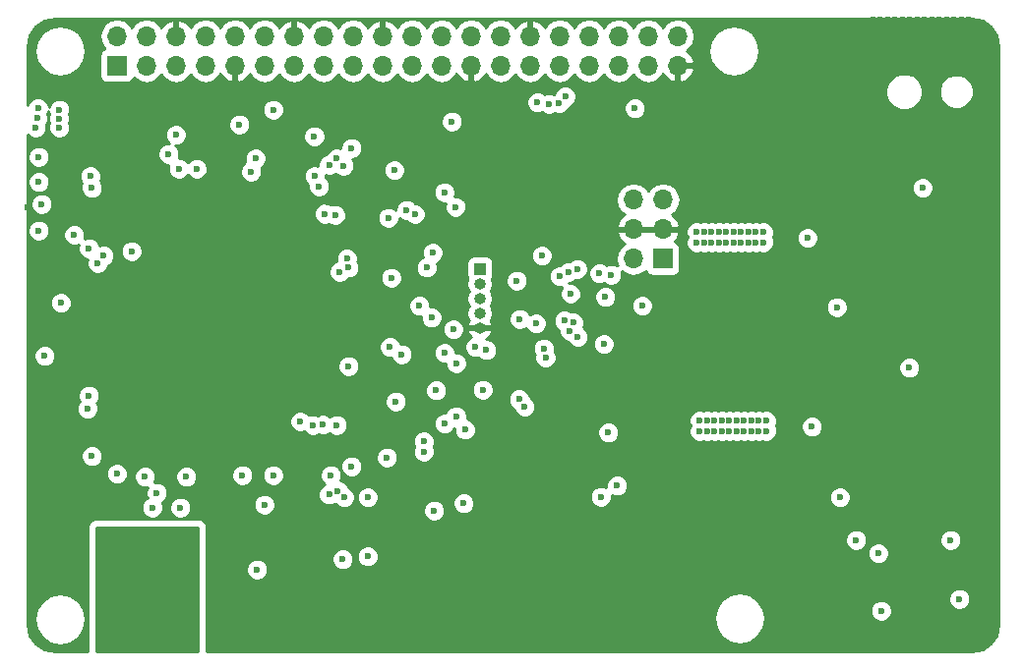
<source format=gbl>
G04 #@! TF.FileFunction,Copper,L4,Bot,Signal*
%FSLAX46Y46*%
G04 Gerber Fmt 4.6, Leading zero omitted, Abs format (unit mm)*
G04 Created by KiCad (PCBNEW 4.0.7-e2-6376~58~ubuntu17.04.1) date Thu May 31 18:31:02 2018*
%MOMM*%
%LPD*%
G01*
G04 APERTURE LIST*
%ADD10C,0.100000*%
%ADD11C,0.600000*%
%ADD12C,2.400000*%
%ADD13R,1.700000X1.700000*%
%ADD14O,1.700000X1.700000*%
%ADD15R,1.000000X1.000000*%
%ADD16O,1.000000X1.000000*%
%ADD17C,0.254000*%
G04 APERTURE END LIST*
D10*
D11*
X182904000Y-82166000D03*
X182142000Y-82166000D03*
X177062000Y-90929000D03*
X172363000Y-90802000D03*
X177379500Y-107185000D03*
X177951000Y-107439000D03*
X178586000Y-107439000D03*
X179221000Y-107439000D03*
X177189000Y-104772000D03*
X177824000Y-104772000D03*
X178459000Y-104772000D03*
X179094000Y-104772000D03*
X179729000Y-104772000D03*
X180364000Y-104581500D03*
X183539000Y-107121500D03*
X183539000Y-106486500D03*
X183539000Y-105216500D03*
X183539000Y-104581500D03*
X183539000Y-105851500D03*
X172236000Y-105216500D03*
X171601000Y-105216500D03*
X171601000Y-107693000D03*
X169696000Y-108201000D03*
X160171000Y-106359500D03*
X160615500Y-106804000D03*
X161060000Y-107248500D03*
X161568000Y-107756500D03*
X168362500Y-104962500D03*
X166711500Y-105724500D03*
X167283000Y-105407000D03*
X166076500Y-105724500D03*
X182904000Y-97596500D03*
X182269000Y-97596500D03*
X181634000Y-97596500D03*
X180999000Y-97596500D03*
X177506500Y-91373500D03*
X183158000Y-91564000D03*
X183539000Y-82166000D03*
X183539000Y-82801000D03*
X181507000Y-82166000D03*
X159726500Y-90230500D03*
X159726500Y-90865500D03*
X159726500Y-91564000D03*
X171728000Y-90802000D03*
X182523000Y-91691000D03*
X160361500Y-91564000D03*
X160996500Y-91564000D03*
X161631500Y-91564000D03*
X162266500Y-91564000D03*
X162901500Y-91564000D03*
X168997500Y-88833500D03*
X168362500Y-88833500D03*
X167727500Y-88833500D03*
X160298000Y-87119000D03*
X162203000Y-87119000D03*
X162838000Y-87119000D03*
X163473000Y-87119000D03*
X164108000Y-87119000D03*
X164743000Y-87119000D03*
X165378000Y-87119000D03*
X166013000Y-87119000D03*
X160552000Y-103375000D03*
X162457000Y-103375000D03*
X163092000Y-103375000D03*
X163727000Y-103375000D03*
X164362000Y-103375000D03*
X164997000Y-103375000D03*
X165632000Y-103375000D03*
X166267000Y-103375000D03*
X166267000Y-104264000D03*
X165441500Y-89595500D03*
X166076500Y-89595500D03*
X166711500Y-89595500D03*
X167092500Y-88960500D03*
X163536500Y-91564000D03*
X164171500Y-91564000D03*
X160298000Y-88008000D03*
X111500000Y-114000000D03*
X112500000Y-114000000D03*
X113500000Y-114000000D03*
X114500000Y-114000000D03*
X115500000Y-114000000D03*
X116500000Y-114000000D03*
X110500000Y-113000000D03*
X109500000Y-113000000D03*
X109500000Y-114000000D03*
X109500000Y-115000000D03*
X109500000Y-116000000D03*
X109500000Y-117000000D03*
X109500000Y-118000000D03*
X109500000Y-119000000D03*
X109500000Y-120000000D03*
X109500000Y-121000000D03*
X109500000Y-122000000D03*
X109500000Y-123000000D03*
X110500000Y-123000000D03*
X111500000Y-123000000D03*
X112500000Y-123000000D03*
X113500000Y-123000000D03*
X114500000Y-123000000D03*
X115500000Y-123000000D03*
X116500000Y-123000000D03*
X116500000Y-122000000D03*
X115500000Y-122000000D03*
X114500000Y-122000000D03*
X113500000Y-122000000D03*
X112500000Y-122000000D03*
X111500000Y-122000000D03*
X116500000Y-113000000D03*
X115500000Y-113000000D03*
X114500000Y-113000000D03*
X113500000Y-113000000D03*
X112500000Y-113000000D03*
X111500000Y-113000000D03*
X110500000Y-114000000D03*
X110500000Y-115000000D03*
X110500000Y-116000000D03*
X110500000Y-117000000D03*
X110500000Y-118000000D03*
X110500000Y-119000000D03*
X110500000Y-120000000D03*
X110500000Y-121000000D03*
X110500000Y-122000000D03*
X165632000Y-104264000D03*
X161822000Y-103375000D03*
X161187000Y-103375000D03*
X160552000Y-104264000D03*
X164997000Y-104264000D03*
X164362000Y-104264000D03*
X163727000Y-104264000D03*
X163092000Y-104264000D03*
X162457000Y-104264000D03*
X161822000Y-104264000D03*
X161187000Y-104264000D03*
X183745000Y-68807000D03*
X176760000Y-68807000D03*
X176125000Y-68807000D03*
X175490000Y-68807000D03*
X180570000Y-68807000D03*
X182475000Y-68807000D03*
X183110000Y-68807000D03*
X181840000Y-68807000D03*
X181205000Y-68807000D03*
X179935000Y-68807000D03*
X179300000Y-68807000D03*
X178665000Y-68807000D03*
X178030000Y-68807000D03*
X177395000Y-68807000D03*
X183745000Y-70204000D03*
X176760000Y-70204000D03*
X176125000Y-70204000D03*
X175490000Y-70204000D03*
X180570000Y-70204000D03*
X182475000Y-70204000D03*
X183110000Y-70204000D03*
X181840000Y-70204000D03*
X181205000Y-70204000D03*
X179935000Y-70204000D03*
X179300000Y-70204000D03*
X178665000Y-70204000D03*
X178030000Y-70204000D03*
X177395000Y-70204000D03*
X166013000Y-88008000D03*
X161568000Y-87119000D03*
X160933000Y-87119000D03*
X165378000Y-88008000D03*
X164743000Y-88008000D03*
X164108000Y-88008000D03*
X163473000Y-88008000D03*
X162838000Y-88008000D03*
X162203000Y-88008000D03*
X161568000Y-88008000D03*
X160933000Y-88008000D03*
X178713000Y-91691000D03*
X177760500Y-88833500D03*
X178395500Y-88833500D03*
X181507000Y-83436000D03*
X181507000Y-84071000D03*
X181507000Y-84706000D03*
X181507000Y-85341000D03*
X183539000Y-83436000D03*
X183539000Y-84071000D03*
X183539000Y-84706000D03*
X183539000Y-85341000D03*
X179348000Y-91691000D03*
X179983000Y-91691000D03*
X180618000Y-91691000D03*
X181253000Y-91691000D03*
X181888000Y-91691000D03*
X183539000Y-91056000D03*
X183539000Y-90421000D03*
X183539000Y-89786000D03*
X183539000Y-89151000D03*
X183539000Y-88516000D03*
X183539000Y-87881000D03*
X183539000Y-87246000D03*
X183539000Y-86611000D03*
X183539000Y-85976000D03*
X181507000Y-85976000D03*
X180872000Y-86611000D03*
X179030500Y-88833500D03*
X177125500Y-88833500D03*
X171537500Y-88960500D03*
X170902500Y-89024000D03*
X172172500Y-88960500D03*
X164806500Y-89595500D03*
X164171500Y-89595500D03*
X163536500Y-89595500D03*
X162901500Y-89595500D03*
X162266500Y-89595500D03*
X161631500Y-89595500D03*
X160996500Y-89595500D03*
X160361500Y-89595500D03*
X159726500Y-89595500D03*
X164806500Y-91564000D03*
X165441500Y-91564000D03*
X166076500Y-91564000D03*
X166711500Y-91564000D03*
X167346500Y-91564000D03*
X167981500Y-91564000D03*
X168616500Y-91564000D03*
X169251500Y-91564000D03*
X171156500Y-91183000D03*
X183539000Y-97596500D03*
X183539000Y-98231500D03*
X183539000Y-98866500D03*
X183539000Y-99501500D03*
X183539000Y-100136500D03*
X183539000Y-100771500D03*
X183539000Y-101406500D03*
X183539000Y-102041500D03*
X183539000Y-102676500D03*
X183539000Y-103311500D03*
X183539000Y-103946500D03*
X182396000Y-107439000D03*
X181761000Y-107439000D03*
X181126000Y-107439000D03*
X180491000Y-107439000D03*
X179856000Y-107439000D03*
X159726500Y-105724500D03*
X160361500Y-105724500D03*
X160996500Y-105724500D03*
X161631500Y-105724500D03*
X162266500Y-105724500D03*
X162901500Y-105724500D03*
X163536500Y-105724500D03*
X164171500Y-105724500D03*
X164806500Y-105724500D03*
X165441500Y-105724500D03*
X170966000Y-105216500D03*
X168997500Y-104962500D03*
X167727500Y-104962500D03*
X172617000Y-107058000D03*
X171982000Y-107058000D03*
X169061000Y-108201000D03*
X168426000Y-108201000D03*
X167791000Y-108201000D03*
X167156000Y-108201000D03*
X166521000Y-108201000D03*
X165886000Y-108201000D03*
X165251000Y-108201000D03*
X164616000Y-108201000D03*
X163981000Y-108201000D03*
X163346000Y-108201000D03*
X162711000Y-108201000D03*
X162076000Y-108201000D03*
X180364000Y-97596500D03*
X180364000Y-98231500D03*
X180364000Y-98866500D03*
X180364000Y-99501500D03*
X180364000Y-100136500D03*
X180364000Y-100771500D03*
X180364000Y-101406500D03*
X180364000Y-102041500D03*
X180364000Y-102676500D03*
X180364000Y-103311500D03*
X180364000Y-103946500D03*
X170839000Y-94231000D03*
X178078000Y-91691000D03*
X181507000Y-82801000D03*
X179665500Y-88833500D03*
X180237000Y-88516000D03*
X180237000Y-87881000D03*
X180237000Y-87246000D03*
X180237000Y-86611000D03*
X181507000Y-86611000D03*
D12*
X173887000Y-105915000D03*
X175411000Y-105915000D03*
X175157000Y-89659000D03*
X173633000Y-89659000D03*
X122833000Y-96771000D03*
X121055000Y-96771000D03*
X119277000Y-96771000D03*
X119277000Y-94993000D03*
X119277000Y-93215000D03*
X121055000Y-93215000D03*
X122833000Y-93215000D03*
X122833000Y-94993000D03*
D13*
X110387000Y-72768000D03*
D14*
X110387000Y-70228000D03*
X112927000Y-72768000D03*
X112927000Y-70228000D03*
X115467000Y-72768000D03*
X115467000Y-70228000D03*
X118007000Y-72768000D03*
X118007000Y-70228000D03*
X120547000Y-72768000D03*
X120547000Y-70228000D03*
X123087000Y-72768000D03*
X123087000Y-70228000D03*
X125627000Y-72768000D03*
X125627000Y-70228000D03*
X128167000Y-72768000D03*
X128167000Y-70228000D03*
X130707000Y-72768000D03*
X130707000Y-70228000D03*
X133247000Y-72768000D03*
X133247000Y-70228000D03*
X135787000Y-72768000D03*
X135787000Y-70228000D03*
X138327000Y-72768000D03*
X138327000Y-70228000D03*
X140867000Y-72768000D03*
X140867000Y-70228000D03*
X143407000Y-72768000D03*
X143407000Y-70228000D03*
X145947000Y-72768000D03*
X145947000Y-70228000D03*
X148487000Y-72768000D03*
X148487000Y-70228000D03*
X151027000Y-72768000D03*
X151027000Y-70228000D03*
X153567000Y-72768000D03*
X153567000Y-70228000D03*
X156107000Y-72768000D03*
X156107000Y-70228000D03*
X158647000Y-72768000D03*
X158647000Y-70228000D03*
D12*
X121093100Y-94967600D03*
D15*
X141629000Y-90294000D03*
D16*
X141629000Y-91564000D03*
X141629000Y-92834000D03*
X141629000Y-94104000D03*
X141629000Y-95374000D03*
D13*
X157377000Y-89405000D03*
D14*
X154837000Y-89405000D03*
X157377000Y-86865000D03*
X154837000Y-86865000D03*
X157377000Y-84325000D03*
X154837000Y-84325000D03*
D11*
X108225449Y-83311551D03*
X133628000Y-106550000D03*
X110387000Y-107947000D03*
X134263000Y-81785000D03*
X137038999Y-90179899D03*
X179729000Y-83309000D03*
X134898000Y-97660000D03*
X113435000Y-110868000D03*
X131977000Y-109979000D03*
X130580000Y-79880000D03*
X115467000Y-78737000D03*
X107974000Y-88516000D03*
X108101000Y-82293000D03*
X108228000Y-106423000D03*
X128802000Y-108074000D03*
X123849000Y-108074000D03*
X116356000Y-108201000D03*
X112800000Y-108201000D03*
X107847000Y-102359000D03*
X107974000Y-101216000D03*
X115721000Y-81658000D03*
X117245000Y-81658000D03*
X121944000Y-81912000D03*
X127405000Y-82293000D03*
X134390000Y-101724000D03*
X102729026Y-84952173D03*
X111656999Y-87753999D03*
X106450000Y-85976000D03*
X130453000Y-100708000D03*
X136818990Y-109852000D03*
X111784000Y-97279000D03*
X111911000Y-96390000D03*
X146201000Y-99692000D03*
X130453000Y-95628000D03*
X119020099Y-85601727D03*
X120674000Y-85722000D03*
X120420000Y-104264000D03*
X136015197Y-87961367D03*
X132358000Y-84960000D03*
X137311000Y-98676000D03*
X141883000Y-98930000D03*
X125246000Y-104264000D03*
X129818000Y-88262000D03*
X180745000Y-121790000D03*
X153313000Y-123187000D03*
X147471000Y-123187000D03*
X139978000Y-123187000D03*
X171109000Y-94866000D03*
X185571000Y-121409000D03*
X185571000Y-110995000D03*
X185571000Y-113916000D03*
X185571000Y-116329000D03*
X185571000Y-118615000D03*
X112546000Y-93850000D03*
X127913000Y-80515000D03*
X136930000Y-123187000D03*
X153186000Y-114297000D03*
X147344000Y-114424000D03*
X150265000Y-123187000D03*
X127160990Y-108074000D03*
X134263000Y-123187000D03*
X140613000Y-107947000D03*
X145947000Y-107439000D03*
X128802000Y-111884000D03*
X123595000Y-112138000D03*
X130453000Y-97279000D03*
X130449929Y-96518151D03*
X124865000Y-121028000D03*
X130453000Y-93215000D03*
X130453000Y-91818000D03*
X108736000Y-110868000D03*
X135152000Y-80007000D03*
X110768000Y-78991000D03*
X181507000Y-114805000D03*
X149684009Y-105280000D03*
X146963000Y-87627000D03*
X156615000Y-96136000D03*
X147344000Y-90802000D03*
X111022000Y-82293000D03*
X117753000Y-77975000D03*
X105561000Y-96263000D03*
X104164000Y-100962000D03*
X106704000Y-110360000D03*
X120420000Y-110741000D03*
X127786000Y-110614000D03*
X136676000Y-91183000D03*
X122960000Y-78483000D03*
X111784000Y-100708000D03*
X122833000Y-85595000D03*
X122706000Y-108074000D03*
X115213000Y-109598000D03*
X106450000Y-104772000D03*
X135787000Y-104137000D03*
X113308000Y-80388000D03*
X103656000Y-86992000D03*
X137691998Y-111122000D03*
X139597000Y-98422000D03*
X139343000Y-95501000D03*
X131977000Y-115079002D03*
X133755000Y-85884002D03*
X138581000Y-83690000D03*
X106715510Y-87344700D03*
X105434000Y-77340000D03*
X105434000Y-78102000D03*
X105434000Y-76578000D03*
X140363412Y-104143823D03*
X140232000Y-110487000D03*
X137873886Y-100762886D03*
X136422000Y-93469000D03*
X146963000Y-89151000D03*
X154964000Y-76451000D03*
X129818000Y-115313000D03*
X123849000Y-76578000D03*
X139216000Y-77594000D03*
X122452000Y-116202000D03*
X127377991Y-78864000D03*
X174014000Y-113662000D03*
X141883000Y-100708000D03*
X152678000Y-104391000D03*
X155599000Y-93469000D03*
X144804000Y-91310000D03*
X178586000Y-98803000D03*
X120928000Y-77848000D03*
X105561000Y-93215000D03*
X104164000Y-97787000D03*
X115848000Y-110868000D03*
X123087000Y-110614000D03*
X122325000Y-80769000D03*
X121182000Y-108074000D03*
X113816000Y-109598000D03*
X114832000Y-80388000D03*
X170204000Y-103883000D03*
X172617000Y-109979000D03*
X169823000Y-87627000D03*
X172363000Y-93596000D03*
X182904000Y-118742000D03*
X182142000Y-113662000D03*
X176173000Y-119758000D03*
X175919000Y-114805000D03*
X103596638Y-76451000D03*
X111657000Y-88770000D03*
X103656000Y-80642000D03*
X109244008Y-89151000D03*
X103533519Y-77312883D03*
X103656000Y-82801000D03*
X103910000Y-84705990D03*
X108736000Y-89786006D03*
X103402000Y-78102000D03*
X148486082Y-90928082D03*
X148891442Y-94762173D03*
X146582000Y-75943000D03*
X149431989Y-92427487D03*
X149249000Y-90548000D03*
X147598000Y-76070000D03*
X149692524Y-94885988D03*
X150011000Y-90294000D03*
X148439956Y-76028057D03*
X151916000Y-90675000D03*
X152424000Y-92707000D03*
X148983963Y-75441477D03*
X128651745Y-81330041D03*
X127786000Y-83182000D03*
X128295559Y-85538041D03*
X129310000Y-80769000D03*
X129901757Y-81404000D03*
X129179423Y-85641104D03*
X129564000Y-90547999D03*
X135327670Y-85215187D03*
X136060051Y-85581051D03*
X130329246Y-90176990D03*
X134008998Y-91056000D03*
X137565000Y-88897000D03*
X138581000Y-97533000D03*
X137465827Y-94485251D03*
X130186097Y-89389889D03*
X139541486Y-84960000D03*
X152932000Y-90802000D03*
X152297000Y-96771000D03*
X146455000Y-94993000D03*
X145058000Y-94612000D03*
X128651401Y-109735254D03*
X126165603Y-103450995D03*
X129382925Y-109411385D03*
X127271686Y-103754801D03*
X129948400Y-109977298D03*
X128114253Y-103713483D03*
X152043000Y-109935736D03*
X153440000Y-108963000D03*
X138581000Y-103629002D03*
X136796727Y-105155835D03*
X150062005Y-96166603D03*
X145487818Y-102167847D03*
X136803000Y-106042004D03*
X139597008Y-102994000D03*
X130582552Y-107309450D03*
X129310000Y-103756000D03*
X149376000Y-95628000D03*
X144997058Y-101536058D03*
X141248000Y-97025000D03*
X130326000Y-98676000D03*
X147277855Y-97931340D03*
X133882000Y-97025000D03*
X147128668Y-97145362D03*
X142175798Y-97288990D03*
D17*
G36*
X184871023Y-68897167D02*
X185609439Y-69390561D01*
X186102833Y-70128977D01*
X186290000Y-71069931D01*
X186290000Y-120930069D01*
X186102833Y-121871023D01*
X185609439Y-122609439D01*
X184871023Y-123102833D01*
X183930069Y-123290000D01*
X118135000Y-123290000D01*
X118135000Y-120417000D01*
X161771000Y-120417000D01*
X161939226Y-121262730D01*
X162418294Y-121979706D01*
X163135270Y-122458774D01*
X163981000Y-122627000D01*
X164826730Y-122458774D01*
X165543706Y-121979706D01*
X166022774Y-121262730D01*
X166191000Y-120417000D01*
X166096749Y-119943167D01*
X175237838Y-119943167D01*
X175379883Y-120286943D01*
X175642673Y-120550192D01*
X175986201Y-120692838D01*
X176358167Y-120693162D01*
X176701943Y-120551117D01*
X176965192Y-120288327D01*
X177107838Y-119944799D01*
X177108162Y-119572833D01*
X176966117Y-119229057D01*
X176703327Y-118965808D01*
X176610270Y-118927167D01*
X181968838Y-118927167D01*
X182110883Y-119270943D01*
X182373673Y-119534192D01*
X182717201Y-119676838D01*
X183089167Y-119677162D01*
X183432943Y-119535117D01*
X183696192Y-119272327D01*
X183838838Y-118928799D01*
X183839162Y-118556833D01*
X183697117Y-118213057D01*
X183434327Y-117949808D01*
X183090799Y-117807162D01*
X182718833Y-117806838D01*
X182375057Y-117948883D01*
X182111808Y-118211673D01*
X181969162Y-118555201D01*
X181968838Y-118927167D01*
X176610270Y-118927167D01*
X176359799Y-118823162D01*
X175987833Y-118822838D01*
X175644057Y-118964883D01*
X175380808Y-119227673D01*
X175238162Y-119571201D01*
X175237838Y-119943167D01*
X166096749Y-119943167D01*
X166022774Y-119571270D01*
X165543706Y-118854294D01*
X164826730Y-118375226D01*
X163981000Y-118207000D01*
X163135270Y-118375226D01*
X162418294Y-118854294D01*
X161939226Y-119571270D01*
X161771000Y-120417000D01*
X118135000Y-120417000D01*
X118135000Y-116387167D01*
X121516838Y-116387167D01*
X121658883Y-116730943D01*
X121921673Y-116994192D01*
X122265201Y-117136838D01*
X122637167Y-117137162D01*
X122980943Y-116995117D01*
X123244192Y-116732327D01*
X123386838Y-116388799D01*
X123387162Y-116016833D01*
X123245117Y-115673057D01*
X123070532Y-115498167D01*
X128882838Y-115498167D01*
X129024883Y-115841943D01*
X129287673Y-116105192D01*
X129631201Y-116247838D01*
X130003167Y-116248162D01*
X130346943Y-116106117D01*
X130610192Y-115843327D01*
X130752838Y-115499799D01*
X130753043Y-115264169D01*
X131041838Y-115264169D01*
X131183883Y-115607945D01*
X131446673Y-115871194D01*
X131790201Y-116013840D01*
X132162167Y-116014164D01*
X132505943Y-115872119D01*
X132769192Y-115609329D01*
X132911838Y-115265801D01*
X132912078Y-114990167D01*
X174983838Y-114990167D01*
X175125883Y-115333943D01*
X175388673Y-115597192D01*
X175732201Y-115739838D01*
X176104167Y-115740162D01*
X176447943Y-115598117D01*
X176711192Y-115335327D01*
X176853838Y-114991799D01*
X176854162Y-114619833D01*
X176712117Y-114276057D01*
X176449327Y-114012808D01*
X176105799Y-113870162D01*
X175733833Y-113869838D01*
X175390057Y-114011883D01*
X175126808Y-114274673D01*
X174984162Y-114618201D01*
X174983838Y-114990167D01*
X132912078Y-114990167D01*
X132912162Y-114893835D01*
X132770117Y-114550059D01*
X132507327Y-114286810D01*
X132163799Y-114144164D01*
X131791833Y-114143840D01*
X131448057Y-114285885D01*
X131184808Y-114548675D01*
X131042162Y-114892203D01*
X131041838Y-115264169D01*
X130753043Y-115264169D01*
X130753162Y-115127833D01*
X130611117Y-114784057D01*
X130348327Y-114520808D01*
X130004799Y-114378162D01*
X129632833Y-114377838D01*
X129289057Y-114519883D01*
X129025808Y-114782673D01*
X128883162Y-115126201D01*
X128882838Y-115498167D01*
X123070532Y-115498167D01*
X122982327Y-115409808D01*
X122638799Y-115267162D01*
X122266833Y-115266838D01*
X121923057Y-115408883D01*
X121659808Y-115671673D01*
X121517162Y-116015201D01*
X121516838Y-116387167D01*
X118135000Y-116387167D01*
X118135000Y-113847167D01*
X173078838Y-113847167D01*
X173220883Y-114190943D01*
X173483673Y-114454192D01*
X173827201Y-114596838D01*
X174199167Y-114597162D01*
X174542943Y-114455117D01*
X174806192Y-114192327D01*
X174948838Y-113848799D01*
X174948839Y-113847167D01*
X181206838Y-113847167D01*
X181348883Y-114190943D01*
X181611673Y-114454192D01*
X181955201Y-114596838D01*
X182327167Y-114597162D01*
X182670943Y-114455117D01*
X182934192Y-114192327D01*
X183076838Y-113848799D01*
X183077162Y-113476833D01*
X182935117Y-113133057D01*
X182672327Y-112869808D01*
X182328799Y-112727162D01*
X181956833Y-112726838D01*
X181613057Y-112868883D01*
X181349808Y-113131673D01*
X181207162Y-113475201D01*
X181206838Y-113847167D01*
X174948839Y-113847167D01*
X174949162Y-113476833D01*
X174807117Y-113133057D01*
X174544327Y-112869808D01*
X174200799Y-112727162D01*
X173828833Y-112726838D01*
X173485057Y-112868883D01*
X173221808Y-113131673D01*
X173079162Y-113475201D01*
X173078838Y-113847167D01*
X118135000Y-113847167D01*
X118135000Y-112500000D01*
X118091573Y-112269205D01*
X117955173Y-112057233D01*
X117747051Y-111915029D01*
X117500000Y-111865000D01*
X108500000Y-111865000D01*
X108269205Y-111908427D01*
X108057233Y-112044827D01*
X107915029Y-112252949D01*
X107865000Y-112500000D01*
X107865000Y-123290000D01*
X105069931Y-123290000D01*
X104128977Y-123102833D01*
X103390561Y-122609439D01*
X102897167Y-121871023D01*
X102710000Y-120930069D01*
X102710000Y-120500000D01*
X103290000Y-120500000D01*
X103458226Y-121345730D01*
X103937294Y-122062706D01*
X104654270Y-122541774D01*
X105500000Y-122710000D01*
X106345730Y-122541774D01*
X107062706Y-122062706D01*
X107541774Y-121345730D01*
X107710000Y-120500000D01*
X107541774Y-119654270D01*
X107062706Y-118937294D01*
X106345730Y-118458226D01*
X105500000Y-118290000D01*
X104654270Y-118458226D01*
X103937294Y-118937294D01*
X103458226Y-119654270D01*
X103290000Y-120500000D01*
X102710000Y-120500000D01*
X102710000Y-108132167D01*
X109451838Y-108132167D01*
X109593883Y-108475943D01*
X109856673Y-108739192D01*
X110200201Y-108881838D01*
X110572167Y-108882162D01*
X110915943Y-108740117D01*
X111179192Y-108477327D01*
X111217045Y-108386167D01*
X111864838Y-108386167D01*
X112006883Y-108729943D01*
X112269673Y-108993192D01*
X112613201Y-109135838D01*
X112985167Y-109136162D01*
X112997482Y-109131074D01*
X112881162Y-109411201D01*
X112880838Y-109783167D01*
X112987473Y-110041243D01*
X112906057Y-110074883D01*
X112642808Y-110337673D01*
X112500162Y-110681201D01*
X112499838Y-111053167D01*
X112641883Y-111396943D01*
X112904673Y-111660192D01*
X113248201Y-111802838D01*
X113620167Y-111803162D01*
X113963943Y-111661117D01*
X114227192Y-111398327D01*
X114369838Y-111054799D01*
X114369839Y-111053167D01*
X114912838Y-111053167D01*
X115054883Y-111396943D01*
X115317673Y-111660192D01*
X115661201Y-111802838D01*
X116033167Y-111803162D01*
X116376943Y-111661117D01*
X116640192Y-111398327D01*
X116782838Y-111054799D01*
X116783060Y-110799167D01*
X122151838Y-110799167D01*
X122293883Y-111142943D01*
X122556673Y-111406192D01*
X122900201Y-111548838D01*
X123272167Y-111549162D01*
X123615943Y-111407117D01*
X123716067Y-111307167D01*
X136756836Y-111307167D01*
X136898881Y-111650943D01*
X137161671Y-111914192D01*
X137505199Y-112056838D01*
X137877165Y-112057162D01*
X138220941Y-111915117D01*
X138484190Y-111652327D01*
X138626836Y-111308799D01*
X138627160Y-110936833D01*
X138517803Y-110672167D01*
X139296838Y-110672167D01*
X139438883Y-111015943D01*
X139701673Y-111279192D01*
X140045201Y-111421838D01*
X140417167Y-111422162D01*
X140760943Y-111280117D01*
X141024192Y-111017327D01*
X141166838Y-110673799D01*
X141167162Y-110301833D01*
X141092404Y-110120903D01*
X151107838Y-110120903D01*
X151249883Y-110464679D01*
X151512673Y-110727928D01*
X151856201Y-110870574D01*
X152228167Y-110870898D01*
X152571943Y-110728853D01*
X152835192Y-110466063D01*
X152960550Y-110164167D01*
X171681838Y-110164167D01*
X171823883Y-110507943D01*
X172086673Y-110771192D01*
X172430201Y-110913838D01*
X172802167Y-110914162D01*
X173145943Y-110772117D01*
X173409192Y-110509327D01*
X173551838Y-110165799D01*
X173552162Y-109793833D01*
X173410117Y-109450057D01*
X173147327Y-109186808D01*
X172803799Y-109044162D01*
X172431833Y-109043838D01*
X172088057Y-109185883D01*
X171824808Y-109448673D01*
X171682162Y-109792201D01*
X171681838Y-110164167D01*
X152960550Y-110164167D01*
X152977838Y-110122535D01*
X152978133Y-109783619D01*
X153253201Y-109897838D01*
X153625167Y-109898162D01*
X153968943Y-109756117D01*
X154232192Y-109493327D01*
X154374838Y-109149799D01*
X154375162Y-108777833D01*
X154233117Y-108434057D01*
X153970327Y-108170808D01*
X153626799Y-108028162D01*
X153254833Y-108027838D01*
X152911057Y-108169883D01*
X152647808Y-108432673D01*
X152505162Y-108776201D01*
X152504867Y-109115117D01*
X152229799Y-109000898D01*
X151857833Y-109000574D01*
X151514057Y-109142619D01*
X151250808Y-109405409D01*
X151108162Y-109748937D01*
X151107838Y-110120903D01*
X141092404Y-110120903D01*
X141025117Y-109958057D01*
X140762327Y-109694808D01*
X140418799Y-109552162D01*
X140046833Y-109551838D01*
X139703057Y-109693883D01*
X139439808Y-109956673D01*
X139297162Y-110300201D01*
X139296838Y-110672167D01*
X138517803Y-110672167D01*
X138485115Y-110593057D01*
X138222325Y-110329808D01*
X137878797Y-110187162D01*
X137506831Y-110186838D01*
X137163055Y-110328883D01*
X136899806Y-110591673D01*
X136757160Y-110935201D01*
X136756836Y-111307167D01*
X123716067Y-111307167D01*
X123879192Y-111144327D01*
X124021838Y-110800799D01*
X124022162Y-110428833D01*
X123880117Y-110085057D01*
X123715769Y-109920421D01*
X127716239Y-109920421D01*
X127858284Y-110264197D01*
X128121074Y-110527446D01*
X128464602Y-110670092D01*
X128836568Y-110670416D01*
X129178242Y-110529240D01*
X129418073Y-110769490D01*
X129761601Y-110912136D01*
X130133567Y-110912460D01*
X130477343Y-110770415D01*
X130740592Y-110507625D01*
X130883208Y-110164167D01*
X131041838Y-110164167D01*
X131183883Y-110507943D01*
X131446673Y-110771192D01*
X131790201Y-110913838D01*
X132162167Y-110914162D01*
X132505943Y-110772117D01*
X132769192Y-110509327D01*
X132911838Y-110165799D01*
X132912162Y-109793833D01*
X132770117Y-109450057D01*
X132507327Y-109186808D01*
X132163799Y-109044162D01*
X131791833Y-109043838D01*
X131448057Y-109185883D01*
X131184808Y-109448673D01*
X131042162Y-109792201D01*
X131041838Y-110164167D01*
X130883208Y-110164167D01*
X130883238Y-110164097D01*
X130883562Y-109792131D01*
X130741517Y-109448355D01*
X130478727Y-109185106D01*
X130264312Y-109096073D01*
X130176042Y-108882442D01*
X129913252Y-108619193D01*
X129635850Y-108504005D01*
X129736838Y-108260799D01*
X129737162Y-107888833D01*
X129595117Y-107545057D01*
X129544765Y-107494617D01*
X129647390Y-107494617D01*
X129789435Y-107838393D01*
X130052225Y-108101642D01*
X130395753Y-108244288D01*
X130767719Y-108244612D01*
X131111495Y-108102567D01*
X131374744Y-107839777D01*
X131517390Y-107496249D01*
X131517714Y-107124283D01*
X131375669Y-106780507D01*
X131330409Y-106735167D01*
X132692838Y-106735167D01*
X132834883Y-107078943D01*
X133097673Y-107342192D01*
X133441201Y-107484838D01*
X133813167Y-107485162D01*
X134156943Y-107343117D01*
X134420192Y-107080327D01*
X134562838Y-106736799D01*
X134563162Y-106364833D01*
X134421117Y-106021057D01*
X134158327Y-105757808D01*
X133814799Y-105615162D01*
X133442833Y-105614838D01*
X133099057Y-105756883D01*
X132835808Y-106019673D01*
X132693162Y-106363201D01*
X132692838Y-106735167D01*
X131330409Y-106735167D01*
X131112879Y-106517258D01*
X130769351Y-106374612D01*
X130397385Y-106374288D01*
X130053609Y-106516333D01*
X129790360Y-106779123D01*
X129647714Y-107122651D01*
X129647390Y-107494617D01*
X129544765Y-107494617D01*
X129332327Y-107281808D01*
X128988799Y-107139162D01*
X128616833Y-107138838D01*
X128273057Y-107280883D01*
X128009808Y-107543673D01*
X127867162Y-107887201D01*
X127866838Y-108259167D01*
X128008883Y-108602943D01*
X128271673Y-108866192D01*
X128288923Y-108873355D01*
X128122458Y-108942137D01*
X127859209Y-109204927D01*
X127716563Y-109548455D01*
X127716239Y-109920421D01*
X123715769Y-109920421D01*
X123617327Y-109821808D01*
X123273799Y-109679162D01*
X122901833Y-109678838D01*
X122558057Y-109820883D01*
X122294808Y-110083673D01*
X122152162Y-110427201D01*
X122151838Y-110799167D01*
X116783060Y-110799167D01*
X116783162Y-110682833D01*
X116641117Y-110339057D01*
X116378327Y-110075808D01*
X116034799Y-109933162D01*
X115662833Y-109932838D01*
X115319057Y-110074883D01*
X115055808Y-110337673D01*
X114913162Y-110681201D01*
X114912838Y-111053167D01*
X114369839Y-111053167D01*
X114370162Y-110682833D01*
X114263527Y-110424757D01*
X114344943Y-110391117D01*
X114608192Y-110128327D01*
X114750838Y-109784799D01*
X114751162Y-109412833D01*
X114609117Y-109069057D01*
X114346327Y-108805808D01*
X114002799Y-108663162D01*
X113630833Y-108662838D01*
X113618518Y-108667926D01*
X113734838Y-108387799D01*
X113734839Y-108386167D01*
X115420838Y-108386167D01*
X115562883Y-108729943D01*
X115825673Y-108993192D01*
X116169201Y-109135838D01*
X116541167Y-109136162D01*
X116884943Y-108994117D01*
X117148192Y-108731327D01*
X117290838Y-108387799D01*
X117290950Y-108259167D01*
X120246838Y-108259167D01*
X120388883Y-108602943D01*
X120651673Y-108866192D01*
X120995201Y-109008838D01*
X121367167Y-109009162D01*
X121710943Y-108867117D01*
X121974192Y-108604327D01*
X122116838Y-108260799D01*
X122116839Y-108259167D01*
X122913838Y-108259167D01*
X123055883Y-108602943D01*
X123318673Y-108866192D01*
X123662201Y-109008838D01*
X124034167Y-109009162D01*
X124377943Y-108867117D01*
X124641192Y-108604327D01*
X124783838Y-108260799D01*
X124784162Y-107888833D01*
X124642117Y-107545057D01*
X124379327Y-107281808D01*
X124035799Y-107139162D01*
X123663833Y-107138838D01*
X123320057Y-107280883D01*
X123056808Y-107543673D01*
X122914162Y-107887201D01*
X122913838Y-108259167D01*
X122116839Y-108259167D01*
X122117162Y-107888833D01*
X121975117Y-107545057D01*
X121712327Y-107281808D01*
X121368799Y-107139162D01*
X120996833Y-107138838D01*
X120653057Y-107280883D01*
X120389808Y-107543673D01*
X120247162Y-107887201D01*
X120246838Y-108259167D01*
X117290950Y-108259167D01*
X117291162Y-108015833D01*
X117149117Y-107672057D01*
X116886327Y-107408808D01*
X116542799Y-107266162D01*
X116170833Y-107265838D01*
X115827057Y-107407883D01*
X115563808Y-107670673D01*
X115421162Y-108014201D01*
X115420838Y-108386167D01*
X113734839Y-108386167D01*
X113735162Y-108015833D01*
X113593117Y-107672057D01*
X113330327Y-107408808D01*
X112986799Y-107266162D01*
X112614833Y-107265838D01*
X112271057Y-107407883D01*
X112007808Y-107670673D01*
X111865162Y-108014201D01*
X111864838Y-108386167D01*
X111217045Y-108386167D01*
X111321838Y-108133799D01*
X111322162Y-107761833D01*
X111180117Y-107418057D01*
X110917327Y-107154808D01*
X110573799Y-107012162D01*
X110201833Y-107011838D01*
X109858057Y-107153883D01*
X109594808Y-107416673D01*
X109452162Y-107760201D01*
X109451838Y-108132167D01*
X102710000Y-108132167D01*
X102710000Y-106608167D01*
X107292838Y-106608167D01*
X107434883Y-106951943D01*
X107697673Y-107215192D01*
X108041201Y-107357838D01*
X108413167Y-107358162D01*
X108756943Y-107216117D01*
X109020192Y-106953327D01*
X109162838Y-106609799D01*
X109163162Y-106237833D01*
X109021117Y-105894057D01*
X108758327Y-105630808D01*
X108414799Y-105488162D01*
X108042833Y-105487838D01*
X107699057Y-105629883D01*
X107435808Y-105892673D01*
X107293162Y-106236201D01*
X107292838Y-106608167D01*
X102710000Y-106608167D01*
X102710000Y-105341002D01*
X135861565Y-105341002D01*
X135971350Y-105606702D01*
X135868162Y-105855205D01*
X135867838Y-106227171D01*
X136009883Y-106570947D01*
X136272673Y-106834196D01*
X136616201Y-106976842D01*
X136988167Y-106977166D01*
X137331943Y-106835121D01*
X137595192Y-106572331D01*
X137737838Y-106228803D01*
X137738162Y-105856837D01*
X137628377Y-105591137D01*
X137731565Y-105342634D01*
X137731889Y-104970668D01*
X137589844Y-104626892D01*
X137327054Y-104363643D01*
X136983526Y-104220997D01*
X136611560Y-104220673D01*
X136267784Y-104362718D01*
X136004535Y-104625508D01*
X135861889Y-104969036D01*
X135861565Y-105341002D01*
X102710000Y-105341002D01*
X102710000Y-103636162D01*
X125230441Y-103636162D01*
X125372486Y-103979938D01*
X125635276Y-104243187D01*
X125978804Y-104385833D01*
X126350770Y-104386157D01*
X126513629Y-104318865D01*
X126741359Y-104546993D01*
X127084887Y-104689639D01*
X127456853Y-104689963D01*
X127743001Y-104571729D01*
X127927454Y-104648321D01*
X128299420Y-104648645D01*
X128643196Y-104506600D01*
X128690758Y-104459121D01*
X128779673Y-104548192D01*
X129123201Y-104690838D01*
X129495167Y-104691162D01*
X129838943Y-104549117D01*
X130102192Y-104286327D01*
X130244838Y-103942799D01*
X130244950Y-103814169D01*
X137645838Y-103814169D01*
X137787883Y-104157945D01*
X138050673Y-104421194D01*
X138394201Y-104563840D01*
X138766167Y-104564164D01*
X139109943Y-104422119D01*
X139373192Y-104159329D01*
X139428514Y-104026100D01*
X139428250Y-104328990D01*
X139570295Y-104672766D01*
X139833085Y-104936015D01*
X140176613Y-105078661D01*
X140548579Y-105078985D01*
X140892355Y-104936940D01*
X141155604Y-104674150D01*
X141196290Y-104576167D01*
X151742838Y-104576167D01*
X151884883Y-104919943D01*
X152147673Y-105183192D01*
X152491201Y-105325838D01*
X152863167Y-105326162D01*
X153206943Y-105184117D01*
X153470192Y-104921327D01*
X153612838Y-104577799D01*
X153613162Y-104205833D01*
X153471117Y-103862057D01*
X153208327Y-103598808D01*
X153115270Y-103560167D01*
X159616838Y-103560167D01*
X159724080Y-103819714D01*
X159617162Y-104077201D01*
X159616838Y-104449167D01*
X159758883Y-104792943D01*
X160021673Y-105056192D01*
X160365201Y-105198838D01*
X160737167Y-105199162D01*
X160869400Y-105144524D01*
X161000201Y-105198838D01*
X161372167Y-105199162D01*
X161504400Y-105144524D01*
X161635201Y-105198838D01*
X162007167Y-105199162D01*
X162139400Y-105144524D01*
X162270201Y-105198838D01*
X162642167Y-105199162D01*
X162774400Y-105144524D01*
X162905201Y-105198838D01*
X163277167Y-105199162D01*
X163409400Y-105144524D01*
X163540201Y-105198838D01*
X163912167Y-105199162D01*
X164044400Y-105144524D01*
X164175201Y-105198838D01*
X164547167Y-105199162D01*
X164679400Y-105144524D01*
X164810201Y-105198838D01*
X165182167Y-105199162D01*
X165314400Y-105144524D01*
X165445201Y-105198838D01*
X165817167Y-105199162D01*
X165949400Y-105144524D01*
X166080201Y-105198838D01*
X166452167Y-105199162D01*
X166795943Y-105057117D01*
X167059192Y-104794327D01*
X167201838Y-104450799D01*
X167202162Y-104078833D01*
X167197755Y-104068167D01*
X169268838Y-104068167D01*
X169410883Y-104411943D01*
X169673673Y-104675192D01*
X170017201Y-104817838D01*
X170389167Y-104818162D01*
X170732943Y-104676117D01*
X170996192Y-104413327D01*
X171138838Y-104069799D01*
X171139162Y-103697833D01*
X170997117Y-103354057D01*
X170734327Y-103090808D01*
X170390799Y-102948162D01*
X170018833Y-102947838D01*
X169675057Y-103089883D01*
X169411808Y-103352673D01*
X169269162Y-103696201D01*
X169268838Y-104068167D01*
X167197755Y-104068167D01*
X167094920Y-103819286D01*
X167201838Y-103561799D01*
X167202162Y-103189833D01*
X167060117Y-102846057D01*
X166797327Y-102582808D01*
X166453799Y-102440162D01*
X166081833Y-102439838D01*
X165949600Y-102494476D01*
X165818799Y-102440162D01*
X165446833Y-102439838D01*
X165314600Y-102494476D01*
X165183799Y-102440162D01*
X164811833Y-102439838D01*
X164679600Y-102494476D01*
X164548799Y-102440162D01*
X164176833Y-102439838D01*
X164044600Y-102494476D01*
X163913799Y-102440162D01*
X163541833Y-102439838D01*
X163409600Y-102494476D01*
X163278799Y-102440162D01*
X162906833Y-102439838D01*
X162774600Y-102494476D01*
X162643799Y-102440162D01*
X162271833Y-102439838D01*
X162139600Y-102494476D01*
X162008799Y-102440162D01*
X161636833Y-102439838D01*
X161504600Y-102494476D01*
X161373799Y-102440162D01*
X161001833Y-102439838D01*
X160869600Y-102494476D01*
X160738799Y-102440162D01*
X160366833Y-102439838D01*
X160023057Y-102581883D01*
X159759808Y-102844673D01*
X159617162Y-103188201D01*
X159616838Y-103560167D01*
X153115270Y-103560167D01*
X152864799Y-103456162D01*
X152492833Y-103455838D01*
X152149057Y-103597883D01*
X151885808Y-103860673D01*
X151743162Y-104204201D01*
X151742838Y-104576167D01*
X141196290Y-104576167D01*
X141298250Y-104330622D01*
X141298574Y-103958656D01*
X141156529Y-103614880D01*
X140893739Y-103351631D01*
X140550211Y-103208985D01*
X140520153Y-103208959D01*
X140531846Y-103180799D01*
X140532170Y-102808833D01*
X140390125Y-102465057D01*
X140127335Y-102201808D01*
X139783807Y-102059162D01*
X139411841Y-102058838D01*
X139068065Y-102200883D01*
X138804816Y-102463673D01*
X138709129Y-102694113D01*
X138395833Y-102693840D01*
X138052057Y-102835885D01*
X137788808Y-103098675D01*
X137646162Y-103442203D01*
X137645838Y-103814169D01*
X130244950Y-103814169D01*
X130245162Y-103570833D01*
X130103117Y-103227057D01*
X129840327Y-102963808D01*
X129496799Y-102821162D01*
X129124833Y-102820838D01*
X128781057Y-102962883D01*
X128733495Y-103010362D01*
X128644580Y-102921291D01*
X128301052Y-102778645D01*
X127929086Y-102778321D01*
X127642938Y-102896555D01*
X127458485Y-102819963D01*
X127086519Y-102819639D01*
X126923660Y-102886931D01*
X126695930Y-102658803D01*
X126352402Y-102516157D01*
X125980436Y-102515833D01*
X125636660Y-102657878D01*
X125373411Y-102920668D01*
X125230765Y-103264196D01*
X125230441Y-103636162D01*
X102710000Y-103636162D01*
X102710000Y-102544167D01*
X106911838Y-102544167D01*
X107053883Y-102887943D01*
X107316673Y-103151192D01*
X107660201Y-103293838D01*
X108032167Y-103294162D01*
X108375943Y-103152117D01*
X108639192Y-102889327D01*
X108781838Y-102545799D01*
X108782162Y-102173833D01*
X108672805Y-101909167D01*
X133454838Y-101909167D01*
X133596883Y-102252943D01*
X133859673Y-102516192D01*
X134203201Y-102658838D01*
X134575167Y-102659162D01*
X134918943Y-102517117D01*
X135182192Y-102254327D01*
X135324838Y-101910799D01*
X135325003Y-101721225D01*
X144061896Y-101721225D01*
X144203941Y-102065001D01*
X144466731Y-102328250D01*
X144558100Y-102366190D01*
X144694701Y-102696790D01*
X144957491Y-102960039D01*
X145301019Y-103102685D01*
X145672985Y-103103009D01*
X146016761Y-102960964D01*
X146280010Y-102698174D01*
X146422656Y-102354646D01*
X146422980Y-101982680D01*
X146280935Y-101638904D01*
X146018145Y-101375655D01*
X145926776Y-101337715D01*
X145790175Y-101007115D01*
X145527385Y-100743866D01*
X145183857Y-100601220D01*
X144811891Y-100600896D01*
X144468115Y-100742941D01*
X144204866Y-101005731D01*
X144062220Y-101349259D01*
X144061896Y-101721225D01*
X135325003Y-101721225D01*
X135325162Y-101538833D01*
X135183117Y-101195057D01*
X134936544Y-100948053D01*
X136938724Y-100948053D01*
X137080769Y-101291829D01*
X137343559Y-101555078D01*
X137687087Y-101697724D01*
X138059053Y-101698048D01*
X138402829Y-101556003D01*
X138666078Y-101293213D01*
X138808724Y-100949685D01*
X138808773Y-100893167D01*
X140947838Y-100893167D01*
X141089883Y-101236943D01*
X141352673Y-101500192D01*
X141696201Y-101642838D01*
X142068167Y-101643162D01*
X142411943Y-101501117D01*
X142675192Y-101238327D01*
X142817838Y-100894799D01*
X142818162Y-100522833D01*
X142676117Y-100179057D01*
X142413327Y-99915808D01*
X142069799Y-99773162D01*
X141697833Y-99772838D01*
X141354057Y-99914883D01*
X141090808Y-100177673D01*
X140948162Y-100521201D01*
X140947838Y-100893167D01*
X138808773Y-100893167D01*
X138809048Y-100577719D01*
X138667003Y-100233943D01*
X138404213Y-99970694D01*
X138060685Y-99828048D01*
X137688719Y-99827724D01*
X137344943Y-99969769D01*
X137081694Y-100232559D01*
X136939048Y-100576087D01*
X136938724Y-100948053D01*
X134936544Y-100948053D01*
X134920327Y-100931808D01*
X134576799Y-100789162D01*
X134204833Y-100788838D01*
X133861057Y-100930883D01*
X133597808Y-101193673D01*
X133455162Y-101537201D01*
X133454838Y-101909167D01*
X108672805Y-101909167D01*
X108652440Y-101859881D01*
X108766192Y-101746327D01*
X108908838Y-101402799D01*
X108909162Y-101030833D01*
X108767117Y-100687057D01*
X108504327Y-100423808D01*
X108160799Y-100281162D01*
X107788833Y-100280838D01*
X107445057Y-100422883D01*
X107181808Y-100685673D01*
X107039162Y-101029201D01*
X107038838Y-101401167D01*
X107168560Y-101715119D01*
X107054808Y-101828673D01*
X106912162Y-102172201D01*
X106911838Y-102544167D01*
X102710000Y-102544167D01*
X102710000Y-98861167D01*
X129390838Y-98861167D01*
X129532883Y-99204943D01*
X129795673Y-99468192D01*
X130139201Y-99610838D01*
X130511167Y-99611162D01*
X130854943Y-99469117D01*
X131118192Y-99206327D01*
X131260838Y-98862799D01*
X131261162Y-98490833D01*
X131119117Y-98147057D01*
X130856327Y-97883808D01*
X130512799Y-97741162D01*
X130140833Y-97740838D01*
X129797057Y-97882883D01*
X129533808Y-98145673D01*
X129391162Y-98489201D01*
X129390838Y-98861167D01*
X102710000Y-98861167D01*
X102710000Y-97972167D01*
X103228838Y-97972167D01*
X103370883Y-98315943D01*
X103633673Y-98579192D01*
X103977201Y-98721838D01*
X104349167Y-98722162D01*
X104692943Y-98580117D01*
X104956192Y-98317327D01*
X105098838Y-97973799D01*
X105099162Y-97601833D01*
X104957117Y-97258057D01*
X104909311Y-97210167D01*
X132946838Y-97210167D01*
X133088883Y-97553943D01*
X133351673Y-97817192D01*
X133695201Y-97959838D01*
X134010332Y-97960112D01*
X134104883Y-98188943D01*
X134367673Y-98452192D01*
X134711201Y-98594838D01*
X135083167Y-98595162D01*
X135426943Y-98453117D01*
X135690192Y-98190327D01*
X135832838Y-97846799D01*
X135832950Y-97718167D01*
X137645838Y-97718167D01*
X137787883Y-98061943D01*
X138050673Y-98325192D01*
X138394201Y-98467838D01*
X138661959Y-98468071D01*
X138661838Y-98607167D01*
X138803883Y-98950943D01*
X139066673Y-99214192D01*
X139410201Y-99356838D01*
X139782167Y-99357162D01*
X140125943Y-99215117D01*
X140353289Y-98988167D01*
X177650838Y-98988167D01*
X177792883Y-99331943D01*
X178055673Y-99595192D01*
X178399201Y-99737838D01*
X178771167Y-99738162D01*
X179114943Y-99596117D01*
X179378192Y-99333327D01*
X179520838Y-98989799D01*
X179521162Y-98617833D01*
X179379117Y-98274057D01*
X179116327Y-98010808D01*
X178772799Y-97868162D01*
X178400833Y-97867838D01*
X178057057Y-98009883D01*
X177793808Y-98272673D01*
X177651162Y-98616201D01*
X177650838Y-98988167D01*
X140353289Y-98988167D01*
X140389192Y-98952327D01*
X140531838Y-98608799D01*
X140532162Y-98236833D01*
X140390117Y-97893057D01*
X140127327Y-97629808D01*
X139783799Y-97487162D01*
X139516041Y-97486929D01*
X139516162Y-97347833D01*
X139459280Y-97210167D01*
X140312838Y-97210167D01*
X140454883Y-97553943D01*
X140717673Y-97817192D01*
X141061201Y-97959838D01*
X141433167Y-97960162D01*
X141497944Y-97933397D01*
X141645471Y-98081182D01*
X141988999Y-98223828D01*
X142360965Y-98224152D01*
X142704741Y-98082107D01*
X142967990Y-97819317D01*
X143110636Y-97475789D01*
X143110762Y-97330529D01*
X146193506Y-97330529D01*
X146335551Y-97674305D01*
X146361421Y-97700220D01*
X146343017Y-97744541D01*
X146342693Y-98116507D01*
X146484738Y-98460283D01*
X146747528Y-98723532D01*
X147091056Y-98866178D01*
X147463022Y-98866502D01*
X147806798Y-98724457D01*
X148070047Y-98461667D01*
X148212693Y-98118139D01*
X148213017Y-97746173D01*
X148070972Y-97402397D01*
X148045102Y-97376482D01*
X148063506Y-97332161D01*
X148063830Y-96960195D01*
X147921785Y-96616419D01*
X147658995Y-96353170D01*
X147315467Y-96210524D01*
X146943501Y-96210200D01*
X146599725Y-96352245D01*
X146336476Y-96615035D01*
X146193830Y-96958563D01*
X146193506Y-97330529D01*
X143110762Y-97330529D01*
X143110960Y-97103823D01*
X142968915Y-96760047D01*
X142706125Y-96496798D01*
X142362597Y-96354152D01*
X142158107Y-96353974D01*
X142326604Y-96269323D01*
X142616127Y-95934209D01*
X142723119Y-95675874D01*
X142596954Y-95501000D01*
X141756000Y-95501000D01*
X141756000Y-95521000D01*
X141502000Y-95521000D01*
X141502000Y-95501000D01*
X140661046Y-95501000D01*
X140534881Y-95675874D01*
X140641873Y-95934209D01*
X140851699Y-96177076D01*
X140719057Y-96231883D01*
X140455808Y-96494673D01*
X140313162Y-96838201D01*
X140312838Y-97210167D01*
X139459280Y-97210167D01*
X139374117Y-97004057D01*
X139111327Y-96740808D01*
X138767799Y-96598162D01*
X138395833Y-96597838D01*
X138052057Y-96739883D01*
X137788808Y-97002673D01*
X137646162Y-97346201D01*
X137645838Y-97718167D01*
X135832950Y-97718167D01*
X135833162Y-97474833D01*
X135691117Y-97131057D01*
X135428327Y-96867808D01*
X135084799Y-96725162D01*
X134769668Y-96724888D01*
X134675117Y-96496057D01*
X134412327Y-96232808D01*
X134068799Y-96090162D01*
X133696833Y-96089838D01*
X133353057Y-96231883D01*
X133089808Y-96494673D01*
X132947162Y-96838201D01*
X132946838Y-97210167D01*
X104909311Y-97210167D01*
X104694327Y-96994808D01*
X104350799Y-96852162D01*
X103978833Y-96851838D01*
X103635057Y-96993883D01*
X103371808Y-97256673D01*
X103229162Y-97600201D01*
X103228838Y-97972167D01*
X102710000Y-97972167D01*
X102710000Y-95686167D01*
X138407838Y-95686167D01*
X138549883Y-96029943D01*
X138812673Y-96293192D01*
X139156201Y-96435838D01*
X139528167Y-96436162D01*
X139871943Y-96294117D01*
X140135192Y-96031327D01*
X140277838Y-95687799D01*
X140278162Y-95315833D01*
X140136117Y-94972057D01*
X139873327Y-94708808D01*
X139529799Y-94566162D01*
X139157833Y-94565838D01*
X138814057Y-94707883D01*
X138550808Y-94970673D01*
X138408162Y-95314201D01*
X138407838Y-95686167D01*
X102710000Y-95686167D01*
X102710000Y-93400167D01*
X104625838Y-93400167D01*
X104767883Y-93743943D01*
X105030673Y-94007192D01*
X105374201Y-94149838D01*
X105746167Y-94150162D01*
X106089943Y-94008117D01*
X106353192Y-93745327D01*
X106391045Y-93654167D01*
X135486838Y-93654167D01*
X135628883Y-93997943D01*
X135891673Y-94261192D01*
X136235201Y-94403838D01*
X136530897Y-94404096D01*
X136530665Y-94670418D01*
X136672710Y-95014194D01*
X136935500Y-95277443D01*
X137279028Y-95420089D01*
X137650994Y-95420413D01*
X137994770Y-95278368D01*
X138258019Y-95015578D01*
X138400665Y-94672050D01*
X138400989Y-94300084D01*
X138258944Y-93956308D01*
X137996154Y-93693059D01*
X137652626Y-93550413D01*
X137356930Y-93550155D01*
X137357162Y-93283833D01*
X137215117Y-92940057D01*
X136952327Y-92676808D01*
X136608799Y-92534162D01*
X136236833Y-92533838D01*
X135893057Y-92675883D01*
X135629808Y-92938673D01*
X135487162Y-93282201D01*
X135486838Y-93654167D01*
X106391045Y-93654167D01*
X106495838Y-93401799D01*
X106496162Y-93029833D01*
X106354117Y-92686057D01*
X106091327Y-92422808D01*
X105747799Y-92280162D01*
X105375833Y-92279838D01*
X105032057Y-92421883D01*
X104768808Y-92684673D01*
X104626162Y-93028201D01*
X104625838Y-93400167D01*
X102710000Y-93400167D01*
X102710000Y-90733166D01*
X128628838Y-90733166D01*
X128770883Y-91076942D01*
X129033673Y-91340191D01*
X129377201Y-91482837D01*
X129749167Y-91483161D01*
X130092943Y-91341116D01*
X130193066Y-91241167D01*
X133073836Y-91241167D01*
X133215881Y-91584943D01*
X133478671Y-91848192D01*
X133822199Y-91990838D01*
X134194165Y-91991162D01*
X134537941Y-91849117D01*
X134801190Y-91586327D01*
X134810461Y-91564000D01*
X140471764Y-91564000D01*
X140558161Y-91998346D01*
X140692234Y-92199000D01*
X140558161Y-92399654D01*
X140471764Y-92834000D01*
X140558161Y-93268346D01*
X140692234Y-93469000D01*
X140558161Y-93669654D01*
X140471764Y-94104000D01*
X140558161Y-94538346D01*
X140698451Y-94748304D01*
X140641873Y-94813791D01*
X140534881Y-95072126D01*
X140661046Y-95247000D01*
X141502000Y-95247000D01*
X141502000Y-95227000D01*
X141546436Y-95227000D01*
X141606764Y-95239000D01*
X141651236Y-95239000D01*
X141711564Y-95227000D01*
X141756000Y-95227000D01*
X141756000Y-95247000D01*
X142596954Y-95247000D01*
X142723119Y-95072126D01*
X142616127Y-94813791D01*
X142601765Y-94797167D01*
X144122838Y-94797167D01*
X144264883Y-95140943D01*
X144527673Y-95404192D01*
X144871201Y-95546838D01*
X145243167Y-95547162D01*
X145586943Y-95405117D01*
X145605824Y-95386269D01*
X145661883Y-95521943D01*
X145924673Y-95785192D01*
X146268201Y-95927838D01*
X146640167Y-95928162D01*
X146983943Y-95786117D01*
X147247192Y-95523327D01*
X147389838Y-95179799D01*
X147390040Y-94947340D01*
X147956280Y-94947340D01*
X148098325Y-95291116D01*
X148361115Y-95554365D01*
X148441035Y-95587551D01*
X148440838Y-95813167D01*
X148582883Y-96156943D01*
X148845673Y-96420192D01*
X149189201Y-96562838D01*
X149214063Y-96562860D01*
X149268888Y-96695546D01*
X149531678Y-96958795D01*
X149875206Y-97101441D01*
X150247172Y-97101765D01*
X150590948Y-96959720D01*
X150594507Y-96956167D01*
X151361838Y-96956167D01*
X151503883Y-97299943D01*
X151766673Y-97563192D01*
X152110201Y-97705838D01*
X152482167Y-97706162D01*
X152825943Y-97564117D01*
X153089192Y-97301327D01*
X153231838Y-96957799D01*
X153232162Y-96585833D01*
X153090117Y-96242057D01*
X152827327Y-95978808D01*
X152483799Y-95836162D01*
X152111833Y-95835838D01*
X151768057Y-95977883D01*
X151504808Y-96240673D01*
X151362162Y-96584201D01*
X151361838Y-96956167D01*
X150594507Y-96956167D01*
X150854197Y-96696930D01*
X150996843Y-96353402D01*
X150997167Y-95981436D01*
X150855122Y-95637660D01*
X150592332Y-95374411D01*
X150515384Y-95342459D01*
X150627362Y-95072787D01*
X150627686Y-94700821D01*
X150485641Y-94357045D01*
X150222851Y-94093796D01*
X149879323Y-93951150D01*
X149507357Y-93950826D01*
X149433225Y-93981457D01*
X149421769Y-93969981D01*
X149078241Y-93827335D01*
X148706275Y-93827011D01*
X148362499Y-93969056D01*
X148099250Y-94231846D01*
X147956604Y-94575374D01*
X147956280Y-94947340D01*
X147390040Y-94947340D01*
X147390162Y-94807833D01*
X147248117Y-94464057D01*
X146985327Y-94200808D01*
X146641799Y-94058162D01*
X146269833Y-94057838D01*
X145926057Y-94199883D01*
X145907176Y-94218731D01*
X145851117Y-94083057D01*
X145588327Y-93819808D01*
X145244799Y-93677162D01*
X144872833Y-93676838D01*
X144529057Y-93818883D01*
X144265808Y-94081673D01*
X144123162Y-94425201D01*
X144122838Y-94797167D01*
X142601765Y-94797167D01*
X142559549Y-94748304D01*
X142699839Y-94538346D01*
X142786236Y-94104000D01*
X142699839Y-93669654D01*
X142689491Y-93654167D01*
X154663838Y-93654167D01*
X154805883Y-93997943D01*
X155068673Y-94261192D01*
X155412201Y-94403838D01*
X155784167Y-94404162D01*
X156127943Y-94262117D01*
X156391192Y-93999327D01*
X156481780Y-93781167D01*
X171427838Y-93781167D01*
X171569883Y-94124943D01*
X171832673Y-94388192D01*
X172176201Y-94530838D01*
X172548167Y-94531162D01*
X172891943Y-94389117D01*
X173155192Y-94126327D01*
X173297838Y-93782799D01*
X173298162Y-93410833D01*
X173156117Y-93067057D01*
X172893327Y-92803808D01*
X172549799Y-92661162D01*
X172177833Y-92660838D01*
X171834057Y-92802883D01*
X171570808Y-93065673D01*
X171428162Y-93409201D01*
X171427838Y-93781167D01*
X156481780Y-93781167D01*
X156533838Y-93655799D01*
X156534162Y-93283833D01*
X156392117Y-92940057D01*
X156129327Y-92676808D01*
X155785799Y-92534162D01*
X155413833Y-92533838D01*
X155070057Y-92675883D01*
X154806808Y-92938673D01*
X154664162Y-93282201D01*
X154663838Y-93654167D01*
X142689491Y-93654167D01*
X142565766Y-93469000D01*
X142699839Y-93268346D01*
X142786236Y-92834000D01*
X142699839Y-92399654D01*
X142565766Y-92199000D01*
X142699839Y-91998346D01*
X142786236Y-91564000D01*
X142772545Y-91495167D01*
X143868838Y-91495167D01*
X144010883Y-91838943D01*
X144273673Y-92102192D01*
X144617201Y-92244838D01*
X144989167Y-92245162D01*
X145332943Y-92103117D01*
X145596192Y-91840327D01*
X145738838Y-91496799D01*
X145739162Y-91124833D01*
X145734376Y-91113249D01*
X147550920Y-91113249D01*
X147692965Y-91457025D01*
X147955755Y-91720274D01*
X148299283Y-91862920D01*
X148671249Y-91863244D01*
X148675554Y-91861465D01*
X148639797Y-91897160D01*
X148497151Y-92240688D01*
X148496827Y-92612654D01*
X148638872Y-92956430D01*
X148901662Y-93219679D01*
X149245190Y-93362325D01*
X149617156Y-93362649D01*
X149960932Y-93220604D01*
X150224181Y-92957814D01*
X150251440Y-92892167D01*
X151488838Y-92892167D01*
X151630883Y-93235943D01*
X151893673Y-93499192D01*
X152237201Y-93641838D01*
X152609167Y-93642162D01*
X152952943Y-93500117D01*
X153216192Y-93237327D01*
X153358838Y-92893799D01*
X153359162Y-92521833D01*
X153217117Y-92178057D01*
X152954327Y-91914808D01*
X152610799Y-91772162D01*
X152238833Y-91771838D01*
X151895057Y-91913883D01*
X151631808Y-92176673D01*
X151489162Y-92520201D01*
X151488838Y-92892167D01*
X150251440Y-92892167D01*
X150366827Y-92614286D01*
X150367151Y-92242320D01*
X150225106Y-91898544D01*
X149962316Y-91635295D01*
X149618788Y-91492649D01*
X149246822Y-91492325D01*
X149242517Y-91494104D01*
X149253635Y-91483005D01*
X149434167Y-91483162D01*
X149777943Y-91341117D01*
X149890360Y-91228896D01*
X150196167Y-91229162D01*
X150539943Y-91087117D01*
X150767289Y-90860167D01*
X150980838Y-90860167D01*
X151122883Y-91203943D01*
X151385673Y-91467192D01*
X151729201Y-91609838D01*
X152101167Y-91610162D01*
X152325206Y-91517591D01*
X152401673Y-91594192D01*
X152745201Y-91736838D01*
X153117167Y-91737162D01*
X153460943Y-91595117D01*
X153724192Y-91332327D01*
X153866838Y-90988799D01*
X153867162Y-90616833D01*
X153816511Y-90494248D01*
X154239622Y-90776961D01*
X154807907Y-90890000D01*
X154866093Y-90890000D01*
X155434378Y-90776961D01*
X155916147Y-90455054D01*
X155916971Y-90453821D01*
X155923838Y-90490317D01*
X156062910Y-90706441D01*
X156275110Y-90851431D01*
X156527000Y-90902440D01*
X158227000Y-90902440D01*
X158462317Y-90858162D01*
X158678441Y-90719090D01*
X158823431Y-90506890D01*
X158874440Y-90255000D01*
X158874440Y-88555000D01*
X158830162Y-88319683D01*
X158691090Y-88103559D01*
X158478890Y-87958569D01*
X158370893Y-87936699D01*
X158648645Y-87631924D01*
X158784397Y-87304167D01*
X159362838Y-87304167D01*
X159470080Y-87563714D01*
X159363162Y-87821201D01*
X159362838Y-88193167D01*
X159504883Y-88536943D01*
X159767673Y-88800192D01*
X160111201Y-88942838D01*
X160483167Y-88943162D01*
X160615400Y-88888524D01*
X160746201Y-88942838D01*
X161118167Y-88943162D01*
X161250400Y-88888524D01*
X161381201Y-88942838D01*
X161753167Y-88943162D01*
X161885400Y-88888524D01*
X162016201Y-88942838D01*
X162388167Y-88943162D01*
X162520400Y-88888524D01*
X162651201Y-88942838D01*
X163023167Y-88943162D01*
X163155400Y-88888524D01*
X163286201Y-88942838D01*
X163658167Y-88943162D01*
X163790400Y-88888524D01*
X163921201Y-88942838D01*
X164293167Y-88943162D01*
X164425400Y-88888524D01*
X164556201Y-88942838D01*
X164928167Y-88943162D01*
X165060400Y-88888524D01*
X165191201Y-88942838D01*
X165563167Y-88943162D01*
X165695400Y-88888524D01*
X165826201Y-88942838D01*
X166198167Y-88943162D01*
X166541943Y-88801117D01*
X166805192Y-88538327D01*
X166947838Y-88194799D01*
X166948162Y-87822833D01*
X166943755Y-87812167D01*
X168887838Y-87812167D01*
X169029883Y-88155943D01*
X169292673Y-88419192D01*
X169636201Y-88561838D01*
X170008167Y-88562162D01*
X170351943Y-88420117D01*
X170615192Y-88157327D01*
X170757838Y-87813799D01*
X170758162Y-87441833D01*
X170616117Y-87098057D01*
X170353327Y-86834808D01*
X170009799Y-86692162D01*
X169637833Y-86691838D01*
X169294057Y-86833883D01*
X169030808Y-87096673D01*
X168888162Y-87440201D01*
X168887838Y-87812167D01*
X166943755Y-87812167D01*
X166840920Y-87563286D01*
X166947838Y-87305799D01*
X166948162Y-86933833D01*
X166806117Y-86590057D01*
X166543327Y-86326808D01*
X166199799Y-86184162D01*
X165827833Y-86183838D01*
X165695600Y-86238476D01*
X165564799Y-86184162D01*
X165192833Y-86183838D01*
X165060600Y-86238476D01*
X164929799Y-86184162D01*
X164557833Y-86183838D01*
X164425600Y-86238476D01*
X164294799Y-86184162D01*
X163922833Y-86183838D01*
X163790600Y-86238476D01*
X163659799Y-86184162D01*
X163287833Y-86183838D01*
X163155600Y-86238476D01*
X163024799Y-86184162D01*
X162652833Y-86183838D01*
X162520600Y-86238476D01*
X162389799Y-86184162D01*
X162017833Y-86183838D01*
X161885600Y-86238476D01*
X161754799Y-86184162D01*
X161382833Y-86183838D01*
X161250600Y-86238476D01*
X161119799Y-86184162D01*
X160747833Y-86183838D01*
X160615600Y-86238476D01*
X160484799Y-86184162D01*
X160112833Y-86183838D01*
X159769057Y-86325883D01*
X159505808Y-86588673D01*
X159363162Y-86932201D01*
X159362838Y-87304167D01*
X158784397Y-87304167D01*
X158818476Y-87221890D01*
X158697155Y-86992000D01*
X157504000Y-86992000D01*
X157504000Y-87012000D01*
X157250000Y-87012000D01*
X157250000Y-86992000D01*
X154964000Y-86992000D01*
X154964000Y-87012000D01*
X154710000Y-87012000D01*
X154710000Y-86992000D01*
X153516845Y-86992000D01*
X153395524Y-87221890D01*
X153565355Y-87631924D01*
X153955642Y-88060183D01*
X154098553Y-88127298D01*
X153757853Y-88354946D01*
X153435946Y-88836715D01*
X153322907Y-89405000D01*
X153435946Y-89973285D01*
X153459591Y-90008672D01*
X153118799Y-89867162D01*
X152746833Y-89866838D01*
X152522794Y-89959409D01*
X152446327Y-89882808D01*
X152102799Y-89740162D01*
X151730833Y-89739838D01*
X151387057Y-89881883D01*
X151123808Y-90144673D01*
X150981162Y-90488201D01*
X150980838Y-90860167D01*
X150767289Y-90860167D01*
X150803192Y-90824327D01*
X150945838Y-90480799D01*
X150946162Y-90108833D01*
X150804117Y-89765057D01*
X150541327Y-89501808D01*
X150197799Y-89359162D01*
X149825833Y-89358838D01*
X149482057Y-89500883D01*
X149369640Y-89613104D01*
X149063833Y-89612838D01*
X148720057Y-89754883D01*
X148481447Y-89993077D01*
X148300915Y-89992920D01*
X147957139Y-90134965D01*
X147693890Y-90397755D01*
X147551244Y-90741283D01*
X147550920Y-91113249D01*
X145734376Y-91113249D01*
X145597117Y-90781057D01*
X145334327Y-90517808D01*
X144990799Y-90375162D01*
X144618833Y-90374838D01*
X144275057Y-90516883D01*
X144011808Y-90779673D01*
X143869162Y-91123201D01*
X143868838Y-91495167D01*
X142772545Y-91495167D01*
X142699839Y-91129654D01*
X142684195Y-91106241D01*
X142725431Y-91045890D01*
X142776440Y-90794000D01*
X142776440Y-89794000D01*
X142732162Y-89558683D01*
X142593090Y-89342559D01*
X142583735Y-89336167D01*
X146027838Y-89336167D01*
X146169883Y-89679943D01*
X146432673Y-89943192D01*
X146776201Y-90085838D01*
X147148167Y-90086162D01*
X147491943Y-89944117D01*
X147755192Y-89681327D01*
X147897838Y-89337799D01*
X147898162Y-88965833D01*
X147756117Y-88622057D01*
X147493327Y-88358808D01*
X147149799Y-88216162D01*
X146777833Y-88215838D01*
X146434057Y-88357883D01*
X146170808Y-88620673D01*
X146028162Y-88964201D01*
X146027838Y-89336167D01*
X142583735Y-89336167D01*
X142380890Y-89197569D01*
X142129000Y-89146560D01*
X141129000Y-89146560D01*
X140893683Y-89190838D01*
X140677559Y-89329910D01*
X140532569Y-89542110D01*
X140481560Y-89794000D01*
X140481560Y-90794000D01*
X140525838Y-91029317D01*
X140574586Y-91105073D01*
X140558161Y-91129654D01*
X140471764Y-91564000D01*
X134810461Y-91564000D01*
X134943836Y-91242799D01*
X134944160Y-90870833D01*
X134802115Y-90527057D01*
X134640407Y-90365066D01*
X136103837Y-90365066D01*
X136245882Y-90708842D01*
X136508672Y-90972091D01*
X136852200Y-91114737D01*
X137224166Y-91115061D01*
X137567942Y-90973016D01*
X137831191Y-90710226D01*
X137973837Y-90366698D01*
X137974161Y-89994732D01*
X137884119Y-89776814D01*
X138093943Y-89690117D01*
X138357192Y-89427327D01*
X138499838Y-89083799D01*
X138500162Y-88711833D01*
X138358117Y-88368057D01*
X138095327Y-88104808D01*
X137751799Y-87962162D01*
X137379833Y-87961838D01*
X137036057Y-88103883D01*
X136772808Y-88366673D01*
X136630162Y-88710201D01*
X136629838Y-89082167D01*
X136719880Y-89300085D01*
X136510056Y-89386782D01*
X136246807Y-89649572D01*
X136104161Y-89993100D01*
X136103837Y-90365066D01*
X134640407Y-90365066D01*
X134539325Y-90263808D01*
X134195797Y-90121162D01*
X133823831Y-90120838D01*
X133480055Y-90262883D01*
X133216806Y-90525673D01*
X133074160Y-90869201D01*
X133073836Y-91241167D01*
X130193066Y-91241167D01*
X130322474Y-91111985D01*
X130514413Y-91112152D01*
X130858189Y-90970107D01*
X131121438Y-90707317D01*
X131264084Y-90363789D01*
X131264408Y-89991823D01*
X131122363Y-89648047D01*
X131100428Y-89626074D01*
X131120935Y-89576688D01*
X131121259Y-89204722D01*
X130979214Y-88860946D01*
X130716424Y-88597697D01*
X130372896Y-88455051D01*
X130000930Y-88454727D01*
X129657154Y-88596772D01*
X129393905Y-88859562D01*
X129251259Y-89203090D01*
X129250935Y-89575056D01*
X129282921Y-89652467D01*
X129035057Y-89754882D01*
X128771808Y-90017672D01*
X128629162Y-90361200D01*
X128628838Y-90733166D01*
X102710000Y-90733166D01*
X102710000Y-87177167D01*
X102720838Y-87177167D01*
X102862883Y-87520943D01*
X103125673Y-87784192D01*
X103469201Y-87926838D01*
X103841167Y-87927162D01*
X104184943Y-87785117D01*
X104440638Y-87529867D01*
X105780348Y-87529867D01*
X105922393Y-87873643D01*
X106185183Y-88136892D01*
X106528711Y-88279538D01*
X106900677Y-88279862D01*
X107092574Y-88200572D01*
X107039162Y-88329201D01*
X107038838Y-88701167D01*
X107180883Y-89044943D01*
X107443673Y-89308192D01*
X107787201Y-89450838D01*
X107862743Y-89450904D01*
X107801162Y-89599207D01*
X107800838Y-89971173D01*
X107942883Y-90314949D01*
X108205673Y-90578198D01*
X108549201Y-90720844D01*
X108921167Y-90721168D01*
X109264943Y-90579123D01*
X109528192Y-90316333D01*
X109664069Y-89989106D01*
X109772951Y-89944117D01*
X110036200Y-89681327D01*
X110178846Y-89337799D01*
X110179170Y-88965833D01*
X110174763Y-88955167D01*
X110721838Y-88955167D01*
X110863883Y-89298943D01*
X111126673Y-89562192D01*
X111470201Y-89704838D01*
X111842167Y-89705162D01*
X112185943Y-89563117D01*
X112449192Y-89300327D01*
X112591838Y-88956799D01*
X112592162Y-88584833D01*
X112450117Y-88241057D01*
X112187327Y-87977808D01*
X111843799Y-87835162D01*
X111471833Y-87834838D01*
X111128057Y-87976883D01*
X110864808Y-88239673D01*
X110722162Y-88583201D01*
X110721838Y-88955167D01*
X110174763Y-88955167D01*
X110037125Y-88622057D01*
X109774335Y-88358808D01*
X109430807Y-88216162D01*
X109058841Y-88215838D01*
X108890404Y-88285435D01*
X108767117Y-87987057D01*
X108504327Y-87723808D01*
X108160799Y-87581162D01*
X107788833Y-87580838D01*
X107596936Y-87660128D01*
X107650348Y-87531499D01*
X107650672Y-87159533D01*
X107508627Y-86815757D01*
X107245837Y-86552508D01*
X106902309Y-86409862D01*
X106530343Y-86409538D01*
X106186567Y-86551583D01*
X105923318Y-86814373D01*
X105780672Y-87157901D01*
X105780348Y-87529867D01*
X104440638Y-87529867D01*
X104448192Y-87522327D01*
X104590838Y-87178799D01*
X104591162Y-86806833D01*
X104449117Y-86463057D01*
X104186327Y-86199808D01*
X103842799Y-86057162D01*
X103470833Y-86056838D01*
X103127057Y-86198883D01*
X102863808Y-86461673D01*
X102721162Y-86805201D01*
X102720838Y-87177167D01*
X102710000Y-87177167D01*
X102710000Y-85723208D01*
X127360397Y-85723208D01*
X127502442Y-86066984D01*
X127765232Y-86330233D01*
X128108760Y-86472879D01*
X128480726Y-86473203D01*
X128628133Y-86412296D01*
X128649096Y-86433296D01*
X128992624Y-86575942D01*
X129364590Y-86576266D01*
X129708366Y-86434221D01*
X129971615Y-86171431D01*
X130014078Y-86069169D01*
X132819838Y-86069169D01*
X132961883Y-86412945D01*
X133224673Y-86676194D01*
X133568201Y-86818840D01*
X133940167Y-86819164D01*
X134283943Y-86677119D01*
X134547192Y-86414329D01*
X134689838Y-86070801D01*
X134689987Y-85899835D01*
X134797343Y-86007379D01*
X135140871Y-86150025D01*
X135307040Y-86150170D01*
X135529724Y-86373243D01*
X135873252Y-86515889D01*
X136245218Y-86516213D01*
X136588994Y-86374168D01*
X136852243Y-86111378D01*
X136994889Y-85767850D01*
X136995213Y-85395884D01*
X136853168Y-85052108D01*
X136590378Y-84788859D01*
X136246850Y-84646213D01*
X136080681Y-84646068D01*
X135857997Y-84422995D01*
X135514469Y-84280349D01*
X135142503Y-84280025D01*
X134798727Y-84422070D01*
X134535478Y-84684860D01*
X134392832Y-85028388D01*
X134392683Y-85199354D01*
X134285327Y-85091810D01*
X133941799Y-84949164D01*
X133569833Y-84948840D01*
X133226057Y-85090885D01*
X132962808Y-85353675D01*
X132820162Y-85697203D01*
X132819838Y-86069169D01*
X130014078Y-86069169D01*
X130114261Y-85827903D01*
X130114585Y-85455937D01*
X129972540Y-85112161D01*
X129709750Y-84848912D01*
X129366222Y-84706266D01*
X128994256Y-84705942D01*
X128846849Y-84766849D01*
X128825886Y-84745849D01*
X128482358Y-84603203D01*
X128110392Y-84602879D01*
X127766616Y-84744924D01*
X127503367Y-85007714D01*
X127360721Y-85351242D01*
X127360397Y-85723208D01*
X102710000Y-85723208D01*
X102710000Y-84891157D01*
X102974838Y-84891157D01*
X103116883Y-85234933D01*
X103379673Y-85498182D01*
X103723201Y-85640828D01*
X104095167Y-85641152D01*
X104438943Y-85499107D01*
X104702192Y-85236317D01*
X104844838Y-84892789D01*
X104845162Y-84520823D01*
X104703117Y-84177047D01*
X104440327Y-83913798D01*
X104096799Y-83771152D01*
X103724833Y-83770828D01*
X103381057Y-83912873D01*
X103117808Y-84175663D01*
X102975162Y-84519191D01*
X102974838Y-84891157D01*
X102710000Y-84891157D01*
X102710000Y-82986167D01*
X102720838Y-82986167D01*
X102862883Y-83329943D01*
X103125673Y-83593192D01*
X103469201Y-83735838D01*
X103841167Y-83736162D01*
X104184943Y-83594117D01*
X104448192Y-83331327D01*
X104590838Y-82987799D01*
X104591162Y-82615833D01*
X104534280Y-82478167D01*
X107165838Y-82478167D01*
X107307883Y-82821943D01*
X107384485Y-82898679D01*
X107290611Y-83124752D01*
X107290287Y-83496718D01*
X107432332Y-83840494D01*
X107695122Y-84103743D01*
X108038650Y-84246389D01*
X108410616Y-84246713D01*
X108754392Y-84104668D01*
X109017641Y-83841878D01*
X109160287Y-83498350D01*
X109160611Y-83126384D01*
X109018566Y-82782608D01*
X108941964Y-82705872D01*
X109035838Y-82479799D01*
X109036162Y-82107833D01*
X108894117Y-81764057D01*
X108631327Y-81500808D01*
X108287799Y-81358162D01*
X107915833Y-81357838D01*
X107572057Y-81499883D01*
X107308808Y-81762673D01*
X107166162Y-82106201D01*
X107165838Y-82478167D01*
X104534280Y-82478167D01*
X104449117Y-82272057D01*
X104186327Y-82008808D01*
X103842799Y-81866162D01*
X103470833Y-81865838D01*
X103127057Y-82007883D01*
X102863808Y-82270673D01*
X102721162Y-82614201D01*
X102720838Y-82986167D01*
X102710000Y-82986167D01*
X102710000Y-80827167D01*
X102720838Y-80827167D01*
X102862883Y-81170943D01*
X103125673Y-81434192D01*
X103469201Y-81576838D01*
X103841167Y-81577162D01*
X104184943Y-81435117D01*
X104448192Y-81172327D01*
X104590838Y-80828799D01*
X104591060Y-80573167D01*
X113896838Y-80573167D01*
X114038883Y-80916943D01*
X114301673Y-81180192D01*
X114645201Y-81322838D01*
X114847695Y-81323014D01*
X114786162Y-81471201D01*
X114785838Y-81843167D01*
X114927883Y-82186943D01*
X115190673Y-82450192D01*
X115534201Y-82592838D01*
X115906167Y-82593162D01*
X116249943Y-82451117D01*
X116483176Y-82218291D01*
X116714673Y-82450192D01*
X117058201Y-82592838D01*
X117430167Y-82593162D01*
X117773943Y-82451117D01*
X118037192Y-82188327D01*
X118075045Y-82097167D01*
X121008838Y-82097167D01*
X121150883Y-82440943D01*
X121413673Y-82704192D01*
X121757201Y-82846838D01*
X122129167Y-82847162D01*
X122472943Y-82705117D01*
X122700289Y-82478167D01*
X126469838Y-82478167D01*
X126611883Y-82821943D01*
X126851104Y-83061582D01*
X126850838Y-83367167D01*
X126992883Y-83710943D01*
X127255673Y-83974192D01*
X127599201Y-84116838D01*
X127971167Y-84117162D01*
X128314943Y-83975117D01*
X128415067Y-83875167D01*
X137645838Y-83875167D01*
X137787883Y-84218943D01*
X138050673Y-84482192D01*
X138394201Y-84624838D01*
X138668155Y-84625077D01*
X138606648Y-84773201D01*
X138606324Y-85145167D01*
X138748369Y-85488943D01*
X139011159Y-85752192D01*
X139354687Y-85894838D01*
X139726653Y-85895162D01*
X140070429Y-85753117D01*
X140333678Y-85490327D01*
X140476324Y-85146799D01*
X140476648Y-84774833D01*
X140334603Y-84431057D01*
X140228731Y-84325000D01*
X153322907Y-84325000D01*
X153435946Y-84893285D01*
X153757853Y-85375054D01*
X154098553Y-85602702D01*
X153955642Y-85669817D01*
X153565355Y-86098076D01*
X153395524Y-86508110D01*
X153516845Y-86738000D01*
X154710000Y-86738000D01*
X154710000Y-86718000D01*
X154964000Y-86718000D01*
X154964000Y-86738000D01*
X157250000Y-86738000D01*
X157250000Y-86718000D01*
X157504000Y-86718000D01*
X157504000Y-86738000D01*
X158697155Y-86738000D01*
X158818476Y-86508110D01*
X158648645Y-86098076D01*
X158258358Y-85669817D01*
X158115447Y-85602702D01*
X158456147Y-85375054D01*
X158778054Y-84893285D01*
X158891093Y-84325000D01*
X158778054Y-83756715D01*
X158602626Y-83494167D01*
X178793838Y-83494167D01*
X178935883Y-83837943D01*
X179198673Y-84101192D01*
X179542201Y-84243838D01*
X179914167Y-84244162D01*
X180257943Y-84102117D01*
X180521192Y-83839327D01*
X180663838Y-83495799D01*
X180664162Y-83123833D01*
X180522117Y-82780057D01*
X180259327Y-82516808D01*
X179915799Y-82374162D01*
X179543833Y-82373838D01*
X179200057Y-82515883D01*
X178936808Y-82778673D01*
X178794162Y-83122201D01*
X178793838Y-83494167D01*
X158602626Y-83494167D01*
X158456147Y-83274946D01*
X157974378Y-82953039D01*
X157406093Y-82840000D01*
X157347907Y-82840000D01*
X156779622Y-82953039D01*
X156297853Y-83274946D01*
X156107000Y-83560578D01*
X155916147Y-83274946D01*
X155434378Y-82953039D01*
X154866093Y-82840000D01*
X154807907Y-82840000D01*
X154239622Y-82953039D01*
X153757853Y-83274946D01*
X153435946Y-83756715D01*
X153322907Y-84325000D01*
X140228731Y-84325000D01*
X140071813Y-84167808D01*
X139728285Y-84025162D01*
X139454331Y-84024923D01*
X139515838Y-83876799D01*
X139516162Y-83504833D01*
X139374117Y-83161057D01*
X139111327Y-82897808D01*
X138767799Y-82755162D01*
X138395833Y-82754838D01*
X138052057Y-82896883D01*
X137788808Y-83159673D01*
X137646162Y-83503201D01*
X137645838Y-83875167D01*
X128415067Y-83875167D01*
X128578192Y-83712327D01*
X128720838Y-83368799D01*
X128721162Y-82996833D01*
X128579117Y-82653057D01*
X128339896Y-82413418D01*
X128340070Y-82213026D01*
X128464946Y-82264879D01*
X128836912Y-82265203D01*
X129180688Y-82123158D01*
X129239708Y-82064240D01*
X129371430Y-82196192D01*
X129714958Y-82338838D01*
X130086924Y-82339162D01*
X130430700Y-82197117D01*
X130658046Y-81970167D01*
X133327838Y-81970167D01*
X133469883Y-82313943D01*
X133732673Y-82577192D01*
X134076201Y-82719838D01*
X134448167Y-82720162D01*
X134791943Y-82578117D01*
X135055192Y-82315327D01*
X135197838Y-81971799D01*
X135198162Y-81599833D01*
X135056117Y-81256057D01*
X134793327Y-80992808D01*
X134449799Y-80850162D01*
X134077833Y-80849838D01*
X133734057Y-80991883D01*
X133470808Y-81254673D01*
X133328162Y-81598201D01*
X133327838Y-81970167D01*
X130658046Y-81970167D01*
X130693949Y-81934327D01*
X130836595Y-81590799D01*
X130836919Y-81218833D01*
X130694874Y-80875057D01*
X130634970Y-80815049D01*
X130765167Y-80815162D01*
X131108943Y-80673117D01*
X131372192Y-80410327D01*
X131514838Y-80066799D01*
X131515162Y-79694833D01*
X131373117Y-79351057D01*
X131110327Y-79087808D01*
X130766799Y-78945162D01*
X130394833Y-78944838D01*
X130051057Y-79086883D01*
X129787808Y-79349673D01*
X129645162Y-79693201D01*
X129644986Y-79895695D01*
X129496799Y-79834162D01*
X129124833Y-79833838D01*
X128781057Y-79975883D01*
X128517808Y-80238673D01*
X128450122Y-80401679D01*
X128122802Y-80536924D01*
X127859553Y-80799714D01*
X127716907Y-81143242D01*
X127716675Y-81410015D01*
X127591799Y-81358162D01*
X127219833Y-81357838D01*
X126876057Y-81499883D01*
X126612808Y-81762673D01*
X126470162Y-82106201D01*
X126469838Y-82478167D01*
X122700289Y-82478167D01*
X122736192Y-82442327D01*
X122878838Y-82098799D01*
X122879162Y-81726833D01*
X122817350Y-81577237D01*
X122853943Y-81562117D01*
X123117192Y-81299327D01*
X123259838Y-80955799D01*
X123260162Y-80583833D01*
X123118117Y-80240057D01*
X122855327Y-79976808D01*
X122511799Y-79834162D01*
X122139833Y-79833838D01*
X121796057Y-79975883D01*
X121532808Y-80238673D01*
X121390162Y-80582201D01*
X121389838Y-80954167D01*
X121451650Y-81103763D01*
X121415057Y-81118883D01*
X121151808Y-81381673D01*
X121009162Y-81725201D01*
X121008838Y-82097167D01*
X118075045Y-82097167D01*
X118179838Y-81844799D01*
X118180162Y-81472833D01*
X118038117Y-81129057D01*
X117775327Y-80865808D01*
X117431799Y-80723162D01*
X117059833Y-80722838D01*
X116716057Y-80864883D01*
X116482824Y-81097709D01*
X116251327Y-80865808D01*
X115907799Y-80723162D01*
X115705305Y-80722986D01*
X115766838Y-80574799D01*
X115767162Y-80202833D01*
X115625117Y-79859057D01*
X115438362Y-79671976D01*
X115652167Y-79672162D01*
X115995943Y-79530117D01*
X116259192Y-79267327D01*
X116349780Y-79049167D01*
X126442829Y-79049167D01*
X126584874Y-79392943D01*
X126847664Y-79656192D01*
X127191192Y-79798838D01*
X127563158Y-79799162D01*
X127906934Y-79657117D01*
X128170183Y-79394327D01*
X128312829Y-79050799D01*
X128313153Y-78678833D01*
X128171108Y-78335057D01*
X127908318Y-78071808D01*
X127564790Y-77929162D01*
X127192824Y-77928838D01*
X126849048Y-78070883D01*
X126585799Y-78333673D01*
X126443153Y-78677201D01*
X126442829Y-79049167D01*
X116349780Y-79049167D01*
X116401838Y-78923799D01*
X116402162Y-78551833D01*
X116260117Y-78208057D01*
X116085532Y-78033167D01*
X119992838Y-78033167D01*
X120134883Y-78376943D01*
X120397673Y-78640192D01*
X120741201Y-78782838D01*
X121113167Y-78783162D01*
X121456943Y-78641117D01*
X121720192Y-78378327D01*
X121862838Y-78034799D01*
X121863060Y-77779167D01*
X138280838Y-77779167D01*
X138422883Y-78122943D01*
X138685673Y-78386192D01*
X139029201Y-78528838D01*
X139401167Y-78529162D01*
X139744943Y-78387117D01*
X140008192Y-78124327D01*
X140150838Y-77780799D01*
X140151162Y-77408833D01*
X140009117Y-77065057D01*
X139746327Y-76801808D01*
X139402799Y-76659162D01*
X139030833Y-76658838D01*
X138687057Y-76800883D01*
X138423808Y-77063673D01*
X138281162Y-77407201D01*
X138280838Y-77779167D01*
X121863060Y-77779167D01*
X121863162Y-77662833D01*
X121721117Y-77319057D01*
X121458327Y-77055808D01*
X121114799Y-76913162D01*
X120742833Y-76912838D01*
X120399057Y-77054883D01*
X120135808Y-77317673D01*
X119993162Y-77661201D01*
X119992838Y-78033167D01*
X116085532Y-78033167D01*
X115997327Y-77944808D01*
X115653799Y-77802162D01*
X115281833Y-77801838D01*
X114938057Y-77943883D01*
X114674808Y-78206673D01*
X114532162Y-78550201D01*
X114531838Y-78922167D01*
X114673883Y-79265943D01*
X114860638Y-79453024D01*
X114646833Y-79452838D01*
X114303057Y-79594883D01*
X114039808Y-79857673D01*
X113897162Y-80201201D01*
X113896838Y-80573167D01*
X104591060Y-80573167D01*
X104591162Y-80456833D01*
X104449117Y-80113057D01*
X104186327Y-79849808D01*
X103842799Y-79707162D01*
X103470833Y-79706838D01*
X103127057Y-79848883D01*
X102863808Y-80111673D01*
X102721162Y-80455201D01*
X102720838Y-80827167D01*
X102710000Y-80827167D01*
X102710000Y-78732237D01*
X102871673Y-78894192D01*
X103215201Y-79036838D01*
X103587167Y-79037162D01*
X103930943Y-78895117D01*
X104194192Y-78632327D01*
X104336838Y-78288799D01*
X104337162Y-77916833D01*
X104312281Y-77856616D01*
X104325711Y-77843210D01*
X104468357Y-77499682D01*
X104468681Y-77127716D01*
X104398536Y-76957952D01*
X104498879Y-76716301D01*
X104498838Y-76763167D01*
X104579778Y-76959057D01*
X104499162Y-77153201D01*
X104498838Y-77525167D01*
X104579778Y-77721057D01*
X104499162Y-77915201D01*
X104498838Y-78287167D01*
X104640883Y-78630943D01*
X104903673Y-78894192D01*
X105247201Y-79036838D01*
X105619167Y-79037162D01*
X105962943Y-78895117D01*
X106226192Y-78632327D01*
X106368838Y-78288799D01*
X106369162Y-77916833D01*
X106288222Y-77720943D01*
X106368838Y-77526799D01*
X106369162Y-77154833D01*
X106288222Y-76958943D01*
X106368838Y-76764799D01*
X106368839Y-76763167D01*
X122913838Y-76763167D01*
X123055883Y-77106943D01*
X123318673Y-77370192D01*
X123662201Y-77512838D01*
X124034167Y-77513162D01*
X124377943Y-77371117D01*
X124641192Y-77108327D01*
X124783838Y-76764799D01*
X124784162Y-76392833D01*
X124674805Y-76128167D01*
X145646838Y-76128167D01*
X145788883Y-76471943D01*
X146051673Y-76735192D01*
X146395201Y-76877838D01*
X146767167Y-76878162D01*
X146991206Y-76785591D01*
X147067673Y-76862192D01*
X147411201Y-77004838D01*
X147783167Y-77005162D01*
X148069764Y-76886743D01*
X148253157Y-76962895D01*
X148625123Y-76963219D01*
X148968899Y-76821174D01*
X149154229Y-76636167D01*
X154028838Y-76636167D01*
X154170883Y-76979943D01*
X154433673Y-77243192D01*
X154777201Y-77385838D01*
X155149167Y-77386162D01*
X155492943Y-77244117D01*
X155756192Y-76981327D01*
X155898838Y-76637799D01*
X155899162Y-76265833D01*
X155757117Y-75922057D01*
X155494327Y-75658808D01*
X155150799Y-75516162D01*
X154778833Y-75515838D01*
X154435057Y-75657883D01*
X154171808Y-75920673D01*
X154029162Y-76264201D01*
X154028838Y-76636167D01*
X149154229Y-76636167D01*
X149232148Y-76558384D01*
X149336297Y-76307567D01*
X149512906Y-76234594D01*
X149776155Y-75971804D01*
X149918801Y-75628276D01*
X149919061Y-75328893D01*
X176564725Y-75328893D01*
X176805519Y-75911657D01*
X177250997Y-76357914D01*
X177833341Y-76599724D01*
X178463893Y-76600275D01*
X179046657Y-76359481D01*
X179492914Y-75914003D01*
X179734724Y-75331659D01*
X179734743Y-75309089D01*
X181164743Y-75309089D01*
X181390344Y-75855086D01*
X181807717Y-76273188D01*
X182353319Y-76499742D01*
X182944089Y-76500257D01*
X183490086Y-76274656D01*
X183908188Y-75857283D01*
X184134742Y-75311681D01*
X184135257Y-74720911D01*
X183909656Y-74174914D01*
X183492283Y-73756812D01*
X182946681Y-73530258D01*
X182355911Y-73529743D01*
X181809914Y-73755344D01*
X181391812Y-74172717D01*
X181165258Y-74718319D01*
X181164743Y-75309089D01*
X179734743Y-75309089D01*
X179735275Y-74701107D01*
X179494481Y-74118343D01*
X179049003Y-73672086D01*
X178466659Y-73430276D01*
X177836107Y-73429725D01*
X177253343Y-73670519D01*
X176807086Y-74115997D01*
X176565276Y-74698341D01*
X176564725Y-75328893D01*
X149919061Y-75328893D01*
X149919125Y-75256310D01*
X149777080Y-74912534D01*
X149514290Y-74649285D01*
X149170762Y-74506639D01*
X148798796Y-74506315D01*
X148455020Y-74648360D01*
X148191771Y-74911150D01*
X148087622Y-75161967D01*
X147968192Y-75211314D01*
X147784799Y-75135162D01*
X147412833Y-75134838D01*
X147188794Y-75227409D01*
X147112327Y-75150808D01*
X146768799Y-75008162D01*
X146396833Y-75007838D01*
X146053057Y-75149883D01*
X145789808Y-75412673D01*
X145647162Y-75756201D01*
X145646838Y-76128167D01*
X124674805Y-76128167D01*
X124642117Y-76049057D01*
X124379327Y-75785808D01*
X124035799Y-75643162D01*
X123663833Y-75642838D01*
X123320057Y-75784883D01*
X123056808Y-76047673D01*
X122914162Y-76391201D01*
X122913838Y-76763167D01*
X106368839Y-76763167D01*
X106369162Y-76392833D01*
X106227117Y-76049057D01*
X105964327Y-75785808D01*
X105620799Y-75643162D01*
X105248833Y-75642838D01*
X104905057Y-75784883D01*
X104641808Y-76047673D01*
X104531759Y-76312699D01*
X104531800Y-76265833D01*
X104389755Y-75922057D01*
X104126965Y-75658808D01*
X103783437Y-75516162D01*
X103411471Y-75515838D01*
X103067695Y-75657883D01*
X102804446Y-75920673D01*
X102710000Y-76148123D01*
X102710000Y-71500000D01*
X103290000Y-71500000D01*
X103458226Y-72345730D01*
X103937294Y-73062706D01*
X104654270Y-73541774D01*
X105500000Y-73710000D01*
X106345730Y-73541774D01*
X107062706Y-73062706D01*
X107541774Y-72345730D01*
X107626854Y-71918000D01*
X108889560Y-71918000D01*
X108889560Y-73618000D01*
X108933838Y-73853317D01*
X109072910Y-74069441D01*
X109285110Y-74214431D01*
X109537000Y-74265440D01*
X111237000Y-74265440D01*
X111472317Y-74221162D01*
X111688441Y-74082090D01*
X111833431Y-73869890D01*
X111847086Y-73802459D01*
X111876946Y-73847147D01*
X112358715Y-74169054D01*
X112927000Y-74282093D01*
X113495285Y-74169054D01*
X113977054Y-73847147D01*
X114197000Y-73517974D01*
X114416946Y-73847147D01*
X114898715Y-74169054D01*
X115467000Y-74282093D01*
X116035285Y-74169054D01*
X116517054Y-73847147D01*
X116737000Y-73517974D01*
X116956946Y-73847147D01*
X117438715Y-74169054D01*
X118007000Y-74282093D01*
X118575285Y-74169054D01*
X119057054Y-73847147D01*
X119284702Y-73506447D01*
X119351817Y-73649358D01*
X119780076Y-74039645D01*
X120190110Y-74209476D01*
X120420000Y-74088155D01*
X120420000Y-72895000D01*
X120400000Y-72895000D01*
X120400000Y-72641000D01*
X120420000Y-72641000D01*
X120420000Y-72621000D01*
X120674000Y-72621000D01*
X120674000Y-72641000D01*
X120694000Y-72641000D01*
X120694000Y-72895000D01*
X120674000Y-72895000D01*
X120674000Y-74088155D01*
X120903890Y-74209476D01*
X121313924Y-74039645D01*
X121742183Y-73649358D01*
X121809298Y-73506447D01*
X122036946Y-73847147D01*
X122518715Y-74169054D01*
X123087000Y-74282093D01*
X123655285Y-74169054D01*
X124137054Y-73847147D01*
X124357000Y-73517974D01*
X124576946Y-73847147D01*
X125058715Y-74169054D01*
X125627000Y-74282093D01*
X126195285Y-74169054D01*
X126677054Y-73847147D01*
X126897000Y-73517974D01*
X127116946Y-73847147D01*
X127598715Y-74169054D01*
X128167000Y-74282093D01*
X128735285Y-74169054D01*
X129217054Y-73847147D01*
X129437000Y-73517974D01*
X129656946Y-73847147D01*
X130138715Y-74169054D01*
X130707000Y-74282093D01*
X131275285Y-74169054D01*
X131757054Y-73847147D01*
X131977000Y-73517974D01*
X132196946Y-73847147D01*
X132678715Y-74169054D01*
X133247000Y-74282093D01*
X133815285Y-74169054D01*
X134297054Y-73847147D01*
X134517000Y-73517974D01*
X134736946Y-73847147D01*
X135218715Y-74169054D01*
X135787000Y-74282093D01*
X136355285Y-74169054D01*
X136837054Y-73847147D01*
X137057000Y-73517974D01*
X137276946Y-73847147D01*
X137758715Y-74169054D01*
X138327000Y-74282093D01*
X138895285Y-74169054D01*
X139377054Y-73847147D01*
X139604702Y-73506447D01*
X139671817Y-73649358D01*
X140100076Y-74039645D01*
X140510110Y-74209476D01*
X140740000Y-74088155D01*
X140740000Y-72895000D01*
X140720000Y-72895000D01*
X140720000Y-72641000D01*
X140740000Y-72641000D01*
X140740000Y-72621000D01*
X140994000Y-72621000D01*
X140994000Y-72641000D01*
X141014000Y-72641000D01*
X141014000Y-72895000D01*
X140994000Y-72895000D01*
X140994000Y-74088155D01*
X141223890Y-74209476D01*
X141633924Y-74039645D01*
X142062183Y-73649358D01*
X142129298Y-73506447D01*
X142356946Y-73847147D01*
X142838715Y-74169054D01*
X143407000Y-74282093D01*
X143975285Y-74169054D01*
X144457054Y-73847147D01*
X144677000Y-73517974D01*
X144896946Y-73847147D01*
X145378715Y-74169054D01*
X145947000Y-74282093D01*
X146515285Y-74169054D01*
X146997054Y-73847147D01*
X147217000Y-73517974D01*
X147436946Y-73847147D01*
X147918715Y-74169054D01*
X148487000Y-74282093D01*
X149055285Y-74169054D01*
X149537054Y-73847147D01*
X149757000Y-73517974D01*
X149976946Y-73847147D01*
X150458715Y-74169054D01*
X151027000Y-74282093D01*
X151595285Y-74169054D01*
X152077054Y-73847147D01*
X152297000Y-73517974D01*
X152516946Y-73847147D01*
X152998715Y-74169054D01*
X153567000Y-74282093D01*
X154135285Y-74169054D01*
X154617054Y-73847147D01*
X154837000Y-73517974D01*
X155056946Y-73847147D01*
X155538715Y-74169054D01*
X156107000Y-74282093D01*
X156675285Y-74169054D01*
X157157054Y-73847147D01*
X157384702Y-73506447D01*
X157451817Y-73649358D01*
X157880076Y-74039645D01*
X158290110Y-74209476D01*
X158520000Y-74088155D01*
X158520000Y-72895000D01*
X158774000Y-72895000D01*
X158774000Y-74088155D01*
X159003890Y-74209476D01*
X159413924Y-74039645D01*
X159842183Y-73649358D01*
X160088486Y-73124892D01*
X159967819Y-72895000D01*
X158774000Y-72895000D01*
X158520000Y-72895000D01*
X158500000Y-72895000D01*
X158500000Y-72641000D01*
X158520000Y-72641000D01*
X158520000Y-72621000D01*
X158774000Y-72621000D01*
X158774000Y-72641000D01*
X159967819Y-72641000D01*
X160088486Y-72411108D01*
X159842183Y-71886642D01*
X159417924Y-71500000D01*
X161290000Y-71500000D01*
X161458226Y-72345730D01*
X161937294Y-73062706D01*
X162654270Y-73541774D01*
X163500000Y-73710000D01*
X164345730Y-73541774D01*
X165062706Y-73062706D01*
X165541774Y-72345730D01*
X165710000Y-71500000D01*
X165541774Y-70654270D01*
X165062706Y-69937294D01*
X164345730Y-69458226D01*
X163500000Y-69290000D01*
X162654270Y-69458226D01*
X161937294Y-69937294D01*
X161458226Y-70654270D01*
X161290000Y-71500000D01*
X159417924Y-71500000D01*
X159413924Y-71496355D01*
X159413899Y-71496345D01*
X159697054Y-71307147D01*
X160018961Y-70825378D01*
X160132000Y-70257093D01*
X160132000Y-70198907D01*
X160018961Y-69630622D01*
X159697054Y-69148853D01*
X159215285Y-68826946D01*
X158647000Y-68713907D01*
X158078715Y-68826946D01*
X157596946Y-69148853D01*
X157377000Y-69478026D01*
X157157054Y-69148853D01*
X156675285Y-68826946D01*
X156107000Y-68713907D01*
X155538715Y-68826946D01*
X155056946Y-69148853D01*
X154837000Y-69478026D01*
X154617054Y-69148853D01*
X154135285Y-68826946D01*
X153567000Y-68713907D01*
X152998715Y-68826946D01*
X152516946Y-69148853D01*
X152297000Y-69478026D01*
X152077054Y-69148853D01*
X151595285Y-68826946D01*
X151027000Y-68713907D01*
X150458715Y-68826946D01*
X149976946Y-69148853D01*
X149757000Y-69478026D01*
X149537054Y-69148853D01*
X149055285Y-68826946D01*
X148487000Y-68713907D01*
X147918715Y-68826946D01*
X147436946Y-69148853D01*
X147209298Y-69489553D01*
X147142183Y-69346642D01*
X146713924Y-68956355D01*
X146303890Y-68786524D01*
X146074000Y-68907845D01*
X146074000Y-70101000D01*
X146094000Y-70101000D01*
X146094000Y-70355000D01*
X146074000Y-70355000D01*
X146074000Y-70375000D01*
X145820000Y-70375000D01*
X145820000Y-70355000D01*
X145800000Y-70355000D01*
X145800000Y-70101000D01*
X145820000Y-70101000D01*
X145820000Y-68907845D01*
X145590110Y-68786524D01*
X145180076Y-68956355D01*
X144751817Y-69346642D01*
X144684702Y-69489553D01*
X144457054Y-69148853D01*
X143975285Y-68826946D01*
X143407000Y-68713907D01*
X142838715Y-68826946D01*
X142356946Y-69148853D01*
X142137000Y-69478026D01*
X141917054Y-69148853D01*
X141435285Y-68826946D01*
X140867000Y-68713907D01*
X140298715Y-68826946D01*
X139816946Y-69148853D01*
X139597000Y-69478026D01*
X139377054Y-69148853D01*
X138895285Y-68826946D01*
X138327000Y-68713907D01*
X137758715Y-68826946D01*
X137276946Y-69148853D01*
X137057000Y-69478026D01*
X136837054Y-69148853D01*
X136355285Y-68826946D01*
X135787000Y-68713907D01*
X135218715Y-68826946D01*
X134736946Y-69148853D01*
X134509298Y-69489553D01*
X134442183Y-69346642D01*
X134013924Y-68956355D01*
X133603890Y-68786524D01*
X133374000Y-68907845D01*
X133374000Y-70101000D01*
X133394000Y-70101000D01*
X133394000Y-70355000D01*
X133374000Y-70355000D01*
X133374000Y-70375000D01*
X133120000Y-70375000D01*
X133120000Y-70355000D01*
X133100000Y-70355000D01*
X133100000Y-70101000D01*
X133120000Y-70101000D01*
X133120000Y-68907845D01*
X132890110Y-68786524D01*
X132480076Y-68956355D01*
X132051817Y-69346642D01*
X131984702Y-69489553D01*
X131757054Y-69148853D01*
X131275285Y-68826946D01*
X130707000Y-68713907D01*
X130138715Y-68826946D01*
X129656946Y-69148853D01*
X129437000Y-69478026D01*
X129217054Y-69148853D01*
X128735285Y-68826946D01*
X128167000Y-68713907D01*
X127598715Y-68826946D01*
X127116946Y-69148853D01*
X126889298Y-69489553D01*
X126822183Y-69346642D01*
X126393924Y-68956355D01*
X125983890Y-68786524D01*
X125754000Y-68907845D01*
X125754000Y-70101000D01*
X125774000Y-70101000D01*
X125774000Y-70355000D01*
X125754000Y-70355000D01*
X125754000Y-70375000D01*
X125500000Y-70375000D01*
X125500000Y-70355000D01*
X125480000Y-70355000D01*
X125480000Y-70101000D01*
X125500000Y-70101000D01*
X125500000Y-68907845D01*
X125270110Y-68786524D01*
X124860076Y-68956355D01*
X124431817Y-69346642D01*
X124364702Y-69489553D01*
X124137054Y-69148853D01*
X123655285Y-68826946D01*
X123087000Y-68713907D01*
X122518715Y-68826946D01*
X122036946Y-69148853D01*
X121817000Y-69478026D01*
X121597054Y-69148853D01*
X121115285Y-68826946D01*
X120547000Y-68713907D01*
X119978715Y-68826946D01*
X119496946Y-69148853D01*
X119277000Y-69478026D01*
X119057054Y-69148853D01*
X118575285Y-68826946D01*
X118007000Y-68713907D01*
X117438715Y-68826946D01*
X116956946Y-69148853D01*
X116729298Y-69489553D01*
X116662183Y-69346642D01*
X116233924Y-68956355D01*
X115823890Y-68786524D01*
X115594000Y-68907845D01*
X115594000Y-70101000D01*
X115614000Y-70101000D01*
X115614000Y-70355000D01*
X115594000Y-70355000D01*
X115594000Y-70375000D01*
X115340000Y-70375000D01*
X115340000Y-70355000D01*
X115320000Y-70355000D01*
X115320000Y-70101000D01*
X115340000Y-70101000D01*
X115340000Y-68907845D01*
X115110110Y-68786524D01*
X114700076Y-68956355D01*
X114271817Y-69346642D01*
X114204702Y-69489553D01*
X113977054Y-69148853D01*
X113495285Y-68826946D01*
X112927000Y-68713907D01*
X112358715Y-68826946D01*
X111876946Y-69148853D01*
X111657000Y-69478026D01*
X111437054Y-69148853D01*
X110955285Y-68826946D01*
X110387000Y-68713907D01*
X109818715Y-68826946D01*
X109336946Y-69148853D01*
X109015039Y-69630622D01*
X108902000Y-70198907D01*
X108902000Y-70257093D01*
X109015039Y-70825378D01*
X109336946Y-71307147D01*
X109338179Y-71307971D01*
X109301683Y-71314838D01*
X109085559Y-71453910D01*
X108940569Y-71666110D01*
X108889560Y-71918000D01*
X107626854Y-71918000D01*
X107710000Y-71500000D01*
X107541774Y-70654270D01*
X107062706Y-69937294D01*
X106345730Y-69458226D01*
X105500000Y-69290000D01*
X104654270Y-69458226D01*
X103937294Y-69937294D01*
X103458226Y-70654270D01*
X103290000Y-71500000D01*
X102710000Y-71500000D01*
X102710000Y-71069931D01*
X102897167Y-70128977D01*
X103390561Y-69390561D01*
X104128977Y-68897167D01*
X105069931Y-68710000D01*
X183930069Y-68710000D01*
X184871023Y-68897167D01*
X184871023Y-68897167D01*
G37*
X184871023Y-68897167D02*
X185609439Y-69390561D01*
X186102833Y-70128977D01*
X186290000Y-71069931D01*
X186290000Y-120930069D01*
X186102833Y-121871023D01*
X185609439Y-122609439D01*
X184871023Y-123102833D01*
X183930069Y-123290000D01*
X118135000Y-123290000D01*
X118135000Y-120417000D01*
X161771000Y-120417000D01*
X161939226Y-121262730D01*
X162418294Y-121979706D01*
X163135270Y-122458774D01*
X163981000Y-122627000D01*
X164826730Y-122458774D01*
X165543706Y-121979706D01*
X166022774Y-121262730D01*
X166191000Y-120417000D01*
X166096749Y-119943167D01*
X175237838Y-119943167D01*
X175379883Y-120286943D01*
X175642673Y-120550192D01*
X175986201Y-120692838D01*
X176358167Y-120693162D01*
X176701943Y-120551117D01*
X176965192Y-120288327D01*
X177107838Y-119944799D01*
X177108162Y-119572833D01*
X176966117Y-119229057D01*
X176703327Y-118965808D01*
X176610270Y-118927167D01*
X181968838Y-118927167D01*
X182110883Y-119270943D01*
X182373673Y-119534192D01*
X182717201Y-119676838D01*
X183089167Y-119677162D01*
X183432943Y-119535117D01*
X183696192Y-119272327D01*
X183838838Y-118928799D01*
X183839162Y-118556833D01*
X183697117Y-118213057D01*
X183434327Y-117949808D01*
X183090799Y-117807162D01*
X182718833Y-117806838D01*
X182375057Y-117948883D01*
X182111808Y-118211673D01*
X181969162Y-118555201D01*
X181968838Y-118927167D01*
X176610270Y-118927167D01*
X176359799Y-118823162D01*
X175987833Y-118822838D01*
X175644057Y-118964883D01*
X175380808Y-119227673D01*
X175238162Y-119571201D01*
X175237838Y-119943167D01*
X166096749Y-119943167D01*
X166022774Y-119571270D01*
X165543706Y-118854294D01*
X164826730Y-118375226D01*
X163981000Y-118207000D01*
X163135270Y-118375226D01*
X162418294Y-118854294D01*
X161939226Y-119571270D01*
X161771000Y-120417000D01*
X118135000Y-120417000D01*
X118135000Y-116387167D01*
X121516838Y-116387167D01*
X121658883Y-116730943D01*
X121921673Y-116994192D01*
X122265201Y-117136838D01*
X122637167Y-117137162D01*
X122980943Y-116995117D01*
X123244192Y-116732327D01*
X123386838Y-116388799D01*
X123387162Y-116016833D01*
X123245117Y-115673057D01*
X123070532Y-115498167D01*
X128882838Y-115498167D01*
X129024883Y-115841943D01*
X129287673Y-116105192D01*
X129631201Y-116247838D01*
X130003167Y-116248162D01*
X130346943Y-116106117D01*
X130610192Y-115843327D01*
X130752838Y-115499799D01*
X130753043Y-115264169D01*
X131041838Y-115264169D01*
X131183883Y-115607945D01*
X131446673Y-115871194D01*
X131790201Y-116013840D01*
X132162167Y-116014164D01*
X132505943Y-115872119D01*
X132769192Y-115609329D01*
X132911838Y-115265801D01*
X132912078Y-114990167D01*
X174983838Y-114990167D01*
X175125883Y-115333943D01*
X175388673Y-115597192D01*
X175732201Y-115739838D01*
X176104167Y-115740162D01*
X176447943Y-115598117D01*
X176711192Y-115335327D01*
X176853838Y-114991799D01*
X176854162Y-114619833D01*
X176712117Y-114276057D01*
X176449327Y-114012808D01*
X176105799Y-113870162D01*
X175733833Y-113869838D01*
X175390057Y-114011883D01*
X175126808Y-114274673D01*
X174984162Y-114618201D01*
X174983838Y-114990167D01*
X132912078Y-114990167D01*
X132912162Y-114893835D01*
X132770117Y-114550059D01*
X132507327Y-114286810D01*
X132163799Y-114144164D01*
X131791833Y-114143840D01*
X131448057Y-114285885D01*
X131184808Y-114548675D01*
X131042162Y-114892203D01*
X131041838Y-115264169D01*
X130753043Y-115264169D01*
X130753162Y-115127833D01*
X130611117Y-114784057D01*
X130348327Y-114520808D01*
X130004799Y-114378162D01*
X129632833Y-114377838D01*
X129289057Y-114519883D01*
X129025808Y-114782673D01*
X128883162Y-115126201D01*
X128882838Y-115498167D01*
X123070532Y-115498167D01*
X122982327Y-115409808D01*
X122638799Y-115267162D01*
X122266833Y-115266838D01*
X121923057Y-115408883D01*
X121659808Y-115671673D01*
X121517162Y-116015201D01*
X121516838Y-116387167D01*
X118135000Y-116387167D01*
X118135000Y-113847167D01*
X173078838Y-113847167D01*
X173220883Y-114190943D01*
X173483673Y-114454192D01*
X173827201Y-114596838D01*
X174199167Y-114597162D01*
X174542943Y-114455117D01*
X174806192Y-114192327D01*
X174948838Y-113848799D01*
X174948839Y-113847167D01*
X181206838Y-113847167D01*
X181348883Y-114190943D01*
X181611673Y-114454192D01*
X181955201Y-114596838D01*
X182327167Y-114597162D01*
X182670943Y-114455117D01*
X182934192Y-114192327D01*
X183076838Y-113848799D01*
X183077162Y-113476833D01*
X182935117Y-113133057D01*
X182672327Y-112869808D01*
X182328799Y-112727162D01*
X181956833Y-112726838D01*
X181613057Y-112868883D01*
X181349808Y-113131673D01*
X181207162Y-113475201D01*
X181206838Y-113847167D01*
X174948839Y-113847167D01*
X174949162Y-113476833D01*
X174807117Y-113133057D01*
X174544327Y-112869808D01*
X174200799Y-112727162D01*
X173828833Y-112726838D01*
X173485057Y-112868883D01*
X173221808Y-113131673D01*
X173079162Y-113475201D01*
X173078838Y-113847167D01*
X118135000Y-113847167D01*
X118135000Y-112500000D01*
X118091573Y-112269205D01*
X117955173Y-112057233D01*
X117747051Y-111915029D01*
X117500000Y-111865000D01*
X108500000Y-111865000D01*
X108269205Y-111908427D01*
X108057233Y-112044827D01*
X107915029Y-112252949D01*
X107865000Y-112500000D01*
X107865000Y-123290000D01*
X105069931Y-123290000D01*
X104128977Y-123102833D01*
X103390561Y-122609439D01*
X102897167Y-121871023D01*
X102710000Y-120930069D01*
X102710000Y-120500000D01*
X103290000Y-120500000D01*
X103458226Y-121345730D01*
X103937294Y-122062706D01*
X104654270Y-122541774D01*
X105500000Y-122710000D01*
X106345730Y-122541774D01*
X107062706Y-122062706D01*
X107541774Y-121345730D01*
X107710000Y-120500000D01*
X107541774Y-119654270D01*
X107062706Y-118937294D01*
X106345730Y-118458226D01*
X105500000Y-118290000D01*
X104654270Y-118458226D01*
X103937294Y-118937294D01*
X103458226Y-119654270D01*
X103290000Y-120500000D01*
X102710000Y-120500000D01*
X102710000Y-108132167D01*
X109451838Y-108132167D01*
X109593883Y-108475943D01*
X109856673Y-108739192D01*
X110200201Y-108881838D01*
X110572167Y-108882162D01*
X110915943Y-108740117D01*
X111179192Y-108477327D01*
X111217045Y-108386167D01*
X111864838Y-108386167D01*
X112006883Y-108729943D01*
X112269673Y-108993192D01*
X112613201Y-109135838D01*
X112985167Y-109136162D01*
X112997482Y-109131074D01*
X112881162Y-109411201D01*
X112880838Y-109783167D01*
X112987473Y-110041243D01*
X112906057Y-110074883D01*
X112642808Y-110337673D01*
X112500162Y-110681201D01*
X112499838Y-111053167D01*
X112641883Y-111396943D01*
X112904673Y-111660192D01*
X113248201Y-111802838D01*
X113620167Y-111803162D01*
X113963943Y-111661117D01*
X114227192Y-111398327D01*
X114369838Y-111054799D01*
X114369839Y-111053167D01*
X114912838Y-111053167D01*
X115054883Y-111396943D01*
X115317673Y-111660192D01*
X115661201Y-111802838D01*
X116033167Y-111803162D01*
X116376943Y-111661117D01*
X116640192Y-111398327D01*
X116782838Y-111054799D01*
X116783060Y-110799167D01*
X122151838Y-110799167D01*
X122293883Y-111142943D01*
X122556673Y-111406192D01*
X122900201Y-111548838D01*
X123272167Y-111549162D01*
X123615943Y-111407117D01*
X123716067Y-111307167D01*
X136756836Y-111307167D01*
X136898881Y-111650943D01*
X137161671Y-111914192D01*
X137505199Y-112056838D01*
X137877165Y-112057162D01*
X138220941Y-111915117D01*
X138484190Y-111652327D01*
X138626836Y-111308799D01*
X138627160Y-110936833D01*
X138517803Y-110672167D01*
X139296838Y-110672167D01*
X139438883Y-111015943D01*
X139701673Y-111279192D01*
X140045201Y-111421838D01*
X140417167Y-111422162D01*
X140760943Y-111280117D01*
X141024192Y-111017327D01*
X141166838Y-110673799D01*
X141167162Y-110301833D01*
X141092404Y-110120903D01*
X151107838Y-110120903D01*
X151249883Y-110464679D01*
X151512673Y-110727928D01*
X151856201Y-110870574D01*
X152228167Y-110870898D01*
X152571943Y-110728853D01*
X152835192Y-110466063D01*
X152960550Y-110164167D01*
X171681838Y-110164167D01*
X171823883Y-110507943D01*
X172086673Y-110771192D01*
X172430201Y-110913838D01*
X172802167Y-110914162D01*
X173145943Y-110772117D01*
X173409192Y-110509327D01*
X173551838Y-110165799D01*
X173552162Y-109793833D01*
X173410117Y-109450057D01*
X173147327Y-109186808D01*
X172803799Y-109044162D01*
X172431833Y-109043838D01*
X172088057Y-109185883D01*
X171824808Y-109448673D01*
X171682162Y-109792201D01*
X171681838Y-110164167D01*
X152960550Y-110164167D01*
X152977838Y-110122535D01*
X152978133Y-109783619D01*
X153253201Y-109897838D01*
X153625167Y-109898162D01*
X153968943Y-109756117D01*
X154232192Y-109493327D01*
X154374838Y-109149799D01*
X154375162Y-108777833D01*
X154233117Y-108434057D01*
X153970327Y-108170808D01*
X153626799Y-108028162D01*
X153254833Y-108027838D01*
X152911057Y-108169883D01*
X152647808Y-108432673D01*
X152505162Y-108776201D01*
X152504867Y-109115117D01*
X152229799Y-109000898D01*
X151857833Y-109000574D01*
X151514057Y-109142619D01*
X151250808Y-109405409D01*
X151108162Y-109748937D01*
X151107838Y-110120903D01*
X141092404Y-110120903D01*
X141025117Y-109958057D01*
X140762327Y-109694808D01*
X140418799Y-109552162D01*
X140046833Y-109551838D01*
X139703057Y-109693883D01*
X139439808Y-109956673D01*
X139297162Y-110300201D01*
X139296838Y-110672167D01*
X138517803Y-110672167D01*
X138485115Y-110593057D01*
X138222325Y-110329808D01*
X137878797Y-110187162D01*
X137506831Y-110186838D01*
X137163055Y-110328883D01*
X136899806Y-110591673D01*
X136757160Y-110935201D01*
X136756836Y-111307167D01*
X123716067Y-111307167D01*
X123879192Y-111144327D01*
X124021838Y-110800799D01*
X124022162Y-110428833D01*
X123880117Y-110085057D01*
X123715769Y-109920421D01*
X127716239Y-109920421D01*
X127858284Y-110264197D01*
X128121074Y-110527446D01*
X128464602Y-110670092D01*
X128836568Y-110670416D01*
X129178242Y-110529240D01*
X129418073Y-110769490D01*
X129761601Y-110912136D01*
X130133567Y-110912460D01*
X130477343Y-110770415D01*
X130740592Y-110507625D01*
X130883208Y-110164167D01*
X131041838Y-110164167D01*
X131183883Y-110507943D01*
X131446673Y-110771192D01*
X131790201Y-110913838D01*
X132162167Y-110914162D01*
X132505943Y-110772117D01*
X132769192Y-110509327D01*
X132911838Y-110165799D01*
X132912162Y-109793833D01*
X132770117Y-109450057D01*
X132507327Y-109186808D01*
X132163799Y-109044162D01*
X131791833Y-109043838D01*
X131448057Y-109185883D01*
X131184808Y-109448673D01*
X131042162Y-109792201D01*
X131041838Y-110164167D01*
X130883208Y-110164167D01*
X130883238Y-110164097D01*
X130883562Y-109792131D01*
X130741517Y-109448355D01*
X130478727Y-109185106D01*
X130264312Y-109096073D01*
X130176042Y-108882442D01*
X129913252Y-108619193D01*
X129635850Y-108504005D01*
X129736838Y-108260799D01*
X129737162Y-107888833D01*
X129595117Y-107545057D01*
X129544765Y-107494617D01*
X129647390Y-107494617D01*
X129789435Y-107838393D01*
X130052225Y-108101642D01*
X130395753Y-108244288D01*
X130767719Y-108244612D01*
X131111495Y-108102567D01*
X131374744Y-107839777D01*
X131517390Y-107496249D01*
X131517714Y-107124283D01*
X131375669Y-106780507D01*
X131330409Y-106735167D01*
X132692838Y-106735167D01*
X132834883Y-107078943D01*
X133097673Y-107342192D01*
X133441201Y-107484838D01*
X133813167Y-107485162D01*
X134156943Y-107343117D01*
X134420192Y-107080327D01*
X134562838Y-106736799D01*
X134563162Y-106364833D01*
X134421117Y-106021057D01*
X134158327Y-105757808D01*
X133814799Y-105615162D01*
X133442833Y-105614838D01*
X133099057Y-105756883D01*
X132835808Y-106019673D01*
X132693162Y-106363201D01*
X132692838Y-106735167D01*
X131330409Y-106735167D01*
X131112879Y-106517258D01*
X130769351Y-106374612D01*
X130397385Y-106374288D01*
X130053609Y-106516333D01*
X129790360Y-106779123D01*
X129647714Y-107122651D01*
X129647390Y-107494617D01*
X129544765Y-107494617D01*
X129332327Y-107281808D01*
X128988799Y-107139162D01*
X128616833Y-107138838D01*
X128273057Y-107280883D01*
X128009808Y-107543673D01*
X127867162Y-107887201D01*
X127866838Y-108259167D01*
X128008883Y-108602943D01*
X128271673Y-108866192D01*
X128288923Y-108873355D01*
X128122458Y-108942137D01*
X127859209Y-109204927D01*
X127716563Y-109548455D01*
X127716239Y-109920421D01*
X123715769Y-109920421D01*
X123617327Y-109821808D01*
X123273799Y-109679162D01*
X122901833Y-109678838D01*
X122558057Y-109820883D01*
X122294808Y-110083673D01*
X122152162Y-110427201D01*
X122151838Y-110799167D01*
X116783060Y-110799167D01*
X116783162Y-110682833D01*
X116641117Y-110339057D01*
X116378327Y-110075808D01*
X116034799Y-109933162D01*
X115662833Y-109932838D01*
X115319057Y-110074883D01*
X115055808Y-110337673D01*
X114913162Y-110681201D01*
X114912838Y-111053167D01*
X114369839Y-111053167D01*
X114370162Y-110682833D01*
X114263527Y-110424757D01*
X114344943Y-110391117D01*
X114608192Y-110128327D01*
X114750838Y-109784799D01*
X114751162Y-109412833D01*
X114609117Y-109069057D01*
X114346327Y-108805808D01*
X114002799Y-108663162D01*
X113630833Y-108662838D01*
X113618518Y-108667926D01*
X113734838Y-108387799D01*
X113734839Y-108386167D01*
X115420838Y-108386167D01*
X115562883Y-108729943D01*
X115825673Y-108993192D01*
X116169201Y-109135838D01*
X116541167Y-109136162D01*
X116884943Y-108994117D01*
X117148192Y-108731327D01*
X117290838Y-108387799D01*
X117290950Y-108259167D01*
X120246838Y-108259167D01*
X120388883Y-108602943D01*
X120651673Y-108866192D01*
X120995201Y-109008838D01*
X121367167Y-109009162D01*
X121710943Y-108867117D01*
X121974192Y-108604327D01*
X122116838Y-108260799D01*
X122116839Y-108259167D01*
X122913838Y-108259167D01*
X123055883Y-108602943D01*
X123318673Y-108866192D01*
X123662201Y-109008838D01*
X124034167Y-109009162D01*
X124377943Y-108867117D01*
X124641192Y-108604327D01*
X124783838Y-108260799D01*
X124784162Y-107888833D01*
X124642117Y-107545057D01*
X124379327Y-107281808D01*
X124035799Y-107139162D01*
X123663833Y-107138838D01*
X123320057Y-107280883D01*
X123056808Y-107543673D01*
X122914162Y-107887201D01*
X122913838Y-108259167D01*
X122116839Y-108259167D01*
X122117162Y-107888833D01*
X121975117Y-107545057D01*
X121712327Y-107281808D01*
X121368799Y-107139162D01*
X120996833Y-107138838D01*
X120653057Y-107280883D01*
X120389808Y-107543673D01*
X120247162Y-107887201D01*
X120246838Y-108259167D01*
X117290950Y-108259167D01*
X117291162Y-108015833D01*
X117149117Y-107672057D01*
X116886327Y-107408808D01*
X116542799Y-107266162D01*
X116170833Y-107265838D01*
X115827057Y-107407883D01*
X115563808Y-107670673D01*
X115421162Y-108014201D01*
X115420838Y-108386167D01*
X113734839Y-108386167D01*
X113735162Y-108015833D01*
X113593117Y-107672057D01*
X113330327Y-107408808D01*
X112986799Y-107266162D01*
X112614833Y-107265838D01*
X112271057Y-107407883D01*
X112007808Y-107670673D01*
X111865162Y-108014201D01*
X111864838Y-108386167D01*
X111217045Y-108386167D01*
X111321838Y-108133799D01*
X111322162Y-107761833D01*
X111180117Y-107418057D01*
X110917327Y-107154808D01*
X110573799Y-107012162D01*
X110201833Y-107011838D01*
X109858057Y-107153883D01*
X109594808Y-107416673D01*
X109452162Y-107760201D01*
X109451838Y-108132167D01*
X102710000Y-108132167D01*
X102710000Y-106608167D01*
X107292838Y-106608167D01*
X107434883Y-106951943D01*
X107697673Y-107215192D01*
X108041201Y-107357838D01*
X108413167Y-107358162D01*
X108756943Y-107216117D01*
X109020192Y-106953327D01*
X109162838Y-106609799D01*
X109163162Y-106237833D01*
X109021117Y-105894057D01*
X108758327Y-105630808D01*
X108414799Y-105488162D01*
X108042833Y-105487838D01*
X107699057Y-105629883D01*
X107435808Y-105892673D01*
X107293162Y-106236201D01*
X107292838Y-106608167D01*
X102710000Y-106608167D01*
X102710000Y-105341002D01*
X135861565Y-105341002D01*
X135971350Y-105606702D01*
X135868162Y-105855205D01*
X135867838Y-106227171D01*
X136009883Y-106570947D01*
X136272673Y-106834196D01*
X136616201Y-106976842D01*
X136988167Y-106977166D01*
X137331943Y-106835121D01*
X137595192Y-106572331D01*
X137737838Y-106228803D01*
X137738162Y-105856837D01*
X137628377Y-105591137D01*
X137731565Y-105342634D01*
X137731889Y-104970668D01*
X137589844Y-104626892D01*
X137327054Y-104363643D01*
X136983526Y-104220997D01*
X136611560Y-104220673D01*
X136267784Y-104362718D01*
X136004535Y-104625508D01*
X135861889Y-104969036D01*
X135861565Y-105341002D01*
X102710000Y-105341002D01*
X102710000Y-103636162D01*
X125230441Y-103636162D01*
X125372486Y-103979938D01*
X125635276Y-104243187D01*
X125978804Y-104385833D01*
X126350770Y-104386157D01*
X126513629Y-104318865D01*
X126741359Y-104546993D01*
X127084887Y-104689639D01*
X127456853Y-104689963D01*
X127743001Y-104571729D01*
X127927454Y-104648321D01*
X128299420Y-104648645D01*
X128643196Y-104506600D01*
X128690758Y-104459121D01*
X128779673Y-104548192D01*
X129123201Y-104690838D01*
X129495167Y-104691162D01*
X129838943Y-104549117D01*
X130102192Y-104286327D01*
X130244838Y-103942799D01*
X130244950Y-103814169D01*
X137645838Y-103814169D01*
X137787883Y-104157945D01*
X138050673Y-104421194D01*
X138394201Y-104563840D01*
X138766167Y-104564164D01*
X139109943Y-104422119D01*
X139373192Y-104159329D01*
X139428514Y-104026100D01*
X139428250Y-104328990D01*
X139570295Y-104672766D01*
X139833085Y-104936015D01*
X140176613Y-105078661D01*
X140548579Y-105078985D01*
X140892355Y-104936940D01*
X141155604Y-104674150D01*
X141196290Y-104576167D01*
X151742838Y-104576167D01*
X151884883Y-104919943D01*
X152147673Y-105183192D01*
X152491201Y-105325838D01*
X152863167Y-105326162D01*
X153206943Y-105184117D01*
X153470192Y-104921327D01*
X153612838Y-104577799D01*
X153613162Y-104205833D01*
X153471117Y-103862057D01*
X153208327Y-103598808D01*
X153115270Y-103560167D01*
X159616838Y-103560167D01*
X159724080Y-103819714D01*
X159617162Y-104077201D01*
X159616838Y-104449167D01*
X159758883Y-104792943D01*
X160021673Y-105056192D01*
X160365201Y-105198838D01*
X160737167Y-105199162D01*
X160869400Y-105144524D01*
X161000201Y-105198838D01*
X161372167Y-105199162D01*
X161504400Y-105144524D01*
X161635201Y-105198838D01*
X162007167Y-105199162D01*
X162139400Y-105144524D01*
X162270201Y-105198838D01*
X162642167Y-105199162D01*
X162774400Y-105144524D01*
X162905201Y-105198838D01*
X163277167Y-105199162D01*
X163409400Y-105144524D01*
X163540201Y-105198838D01*
X163912167Y-105199162D01*
X164044400Y-105144524D01*
X164175201Y-105198838D01*
X164547167Y-105199162D01*
X164679400Y-105144524D01*
X164810201Y-105198838D01*
X165182167Y-105199162D01*
X165314400Y-105144524D01*
X165445201Y-105198838D01*
X165817167Y-105199162D01*
X165949400Y-105144524D01*
X166080201Y-105198838D01*
X166452167Y-105199162D01*
X166795943Y-105057117D01*
X167059192Y-104794327D01*
X167201838Y-104450799D01*
X167202162Y-104078833D01*
X167197755Y-104068167D01*
X169268838Y-104068167D01*
X169410883Y-104411943D01*
X169673673Y-104675192D01*
X170017201Y-104817838D01*
X170389167Y-104818162D01*
X170732943Y-104676117D01*
X170996192Y-104413327D01*
X171138838Y-104069799D01*
X171139162Y-103697833D01*
X170997117Y-103354057D01*
X170734327Y-103090808D01*
X170390799Y-102948162D01*
X170018833Y-102947838D01*
X169675057Y-103089883D01*
X169411808Y-103352673D01*
X169269162Y-103696201D01*
X169268838Y-104068167D01*
X167197755Y-104068167D01*
X167094920Y-103819286D01*
X167201838Y-103561799D01*
X167202162Y-103189833D01*
X167060117Y-102846057D01*
X166797327Y-102582808D01*
X166453799Y-102440162D01*
X166081833Y-102439838D01*
X165949600Y-102494476D01*
X165818799Y-102440162D01*
X165446833Y-102439838D01*
X165314600Y-102494476D01*
X165183799Y-102440162D01*
X164811833Y-102439838D01*
X164679600Y-102494476D01*
X164548799Y-102440162D01*
X164176833Y-102439838D01*
X164044600Y-102494476D01*
X163913799Y-102440162D01*
X163541833Y-102439838D01*
X163409600Y-102494476D01*
X163278799Y-102440162D01*
X162906833Y-102439838D01*
X162774600Y-102494476D01*
X162643799Y-102440162D01*
X162271833Y-102439838D01*
X162139600Y-102494476D01*
X162008799Y-102440162D01*
X161636833Y-102439838D01*
X161504600Y-102494476D01*
X161373799Y-102440162D01*
X161001833Y-102439838D01*
X160869600Y-102494476D01*
X160738799Y-102440162D01*
X160366833Y-102439838D01*
X160023057Y-102581883D01*
X159759808Y-102844673D01*
X159617162Y-103188201D01*
X159616838Y-103560167D01*
X153115270Y-103560167D01*
X152864799Y-103456162D01*
X152492833Y-103455838D01*
X152149057Y-103597883D01*
X151885808Y-103860673D01*
X151743162Y-104204201D01*
X151742838Y-104576167D01*
X141196290Y-104576167D01*
X141298250Y-104330622D01*
X141298574Y-103958656D01*
X141156529Y-103614880D01*
X140893739Y-103351631D01*
X140550211Y-103208985D01*
X140520153Y-103208959D01*
X140531846Y-103180799D01*
X140532170Y-102808833D01*
X140390125Y-102465057D01*
X140127335Y-102201808D01*
X139783807Y-102059162D01*
X139411841Y-102058838D01*
X139068065Y-102200883D01*
X138804816Y-102463673D01*
X138709129Y-102694113D01*
X138395833Y-102693840D01*
X138052057Y-102835885D01*
X137788808Y-103098675D01*
X137646162Y-103442203D01*
X137645838Y-103814169D01*
X130244950Y-103814169D01*
X130245162Y-103570833D01*
X130103117Y-103227057D01*
X129840327Y-102963808D01*
X129496799Y-102821162D01*
X129124833Y-102820838D01*
X128781057Y-102962883D01*
X128733495Y-103010362D01*
X128644580Y-102921291D01*
X128301052Y-102778645D01*
X127929086Y-102778321D01*
X127642938Y-102896555D01*
X127458485Y-102819963D01*
X127086519Y-102819639D01*
X126923660Y-102886931D01*
X126695930Y-102658803D01*
X126352402Y-102516157D01*
X125980436Y-102515833D01*
X125636660Y-102657878D01*
X125373411Y-102920668D01*
X125230765Y-103264196D01*
X125230441Y-103636162D01*
X102710000Y-103636162D01*
X102710000Y-102544167D01*
X106911838Y-102544167D01*
X107053883Y-102887943D01*
X107316673Y-103151192D01*
X107660201Y-103293838D01*
X108032167Y-103294162D01*
X108375943Y-103152117D01*
X108639192Y-102889327D01*
X108781838Y-102545799D01*
X108782162Y-102173833D01*
X108672805Y-101909167D01*
X133454838Y-101909167D01*
X133596883Y-102252943D01*
X133859673Y-102516192D01*
X134203201Y-102658838D01*
X134575167Y-102659162D01*
X134918943Y-102517117D01*
X135182192Y-102254327D01*
X135324838Y-101910799D01*
X135325003Y-101721225D01*
X144061896Y-101721225D01*
X144203941Y-102065001D01*
X144466731Y-102328250D01*
X144558100Y-102366190D01*
X144694701Y-102696790D01*
X144957491Y-102960039D01*
X145301019Y-103102685D01*
X145672985Y-103103009D01*
X146016761Y-102960964D01*
X146280010Y-102698174D01*
X146422656Y-102354646D01*
X146422980Y-101982680D01*
X146280935Y-101638904D01*
X146018145Y-101375655D01*
X145926776Y-101337715D01*
X145790175Y-101007115D01*
X145527385Y-100743866D01*
X145183857Y-100601220D01*
X144811891Y-100600896D01*
X144468115Y-100742941D01*
X144204866Y-101005731D01*
X144062220Y-101349259D01*
X144061896Y-101721225D01*
X135325003Y-101721225D01*
X135325162Y-101538833D01*
X135183117Y-101195057D01*
X134936544Y-100948053D01*
X136938724Y-100948053D01*
X137080769Y-101291829D01*
X137343559Y-101555078D01*
X137687087Y-101697724D01*
X138059053Y-101698048D01*
X138402829Y-101556003D01*
X138666078Y-101293213D01*
X138808724Y-100949685D01*
X138808773Y-100893167D01*
X140947838Y-100893167D01*
X141089883Y-101236943D01*
X141352673Y-101500192D01*
X141696201Y-101642838D01*
X142068167Y-101643162D01*
X142411943Y-101501117D01*
X142675192Y-101238327D01*
X142817838Y-100894799D01*
X142818162Y-100522833D01*
X142676117Y-100179057D01*
X142413327Y-99915808D01*
X142069799Y-99773162D01*
X141697833Y-99772838D01*
X141354057Y-99914883D01*
X141090808Y-100177673D01*
X140948162Y-100521201D01*
X140947838Y-100893167D01*
X138808773Y-100893167D01*
X138809048Y-100577719D01*
X138667003Y-100233943D01*
X138404213Y-99970694D01*
X138060685Y-99828048D01*
X137688719Y-99827724D01*
X137344943Y-99969769D01*
X137081694Y-100232559D01*
X136939048Y-100576087D01*
X136938724Y-100948053D01*
X134936544Y-100948053D01*
X134920327Y-100931808D01*
X134576799Y-100789162D01*
X134204833Y-100788838D01*
X133861057Y-100930883D01*
X133597808Y-101193673D01*
X133455162Y-101537201D01*
X133454838Y-101909167D01*
X108672805Y-101909167D01*
X108652440Y-101859881D01*
X108766192Y-101746327D01*
X108908838Y-101402799D01*
X108909162Y-101030833D01*
X108767117Y-100687057D01*
X108504327Y-100423808D01*
X108160799Y-100281162D01*
X107788833Y-100280838D01*
X107445057Y-100422883D01*
X107181808Y-100685673D01*
X107039162Y-101029201D01*
X107038838Y-101401167D01*
X107168560Y-101715119D01*
X107054808Y-101828673D01*
X106912162Y-102172201D01*
X106911838Y-102544167D01*
X102710000Y-102544167D01*
X102710000Y-98861167D01*
X129390838Y-98861167D01*
X129532883Y-99204943D01*
X129795673Y-99468192D01*
X130139201Y-99610838D01*
X130511167Y-99611162D01*
X130854943Y-99469117D01*
X131118192Y-99206327D01*
X131260838Y-98862799D01*
X131261162Y-98490833D01*
X131119117Y-98147057D01*
X130856327Y-97883808D01*
X130512799Y-97741162D01*
X130140833Y-97740838D01*
X129797057Y-97882883D01*
X129533808Y-98145673D01*
X129391162Y-98489201D01*
X129390838Y-98861167D01*
X102710000Y-98861167D01*
X102710000Y-97972167D01*
X103228838Y-97972167D01*
X103370883Y-98315943D01*
X103633673Y-98579192D01*
X103977201Y-98721838D01*
X104349167Y-98722162D01*
X104692943Y-98580117D01*
X104956192Y-98317327D01*
X105098838Y-97973799D01*
X105099162Y-97601833D01*
X104957117Y-97258057D01*
X104909311Y-97210167D01*
X132946838Y-97210167D01*
X133088883Y-97553943D01*
X133351673Y-97817192D01*
X133695201Y-97959838D01*
X134010332Y-97960112D01*
X134104883Y-98188943D01*
X134367673Y-98452192D01*
X134711201Y-98594838D01*
X135083167Y-98595162D01*
X135426943Y-98453117D01*
X135690192Y-98190327D01*
X135832838Y-97846799D01*
X135832950Y-97718167D01*
X137645838Y-97718167D01*
X137787883Y-98061943D01*
X138050673Y-98325192D01*
X138394201Y-98467838D01*
X138661959Y-98468071D01*
X138661838Y-98607167D01*
X138803883Y-98950943D01*
X139066673Y-99214192D01*
X139410201Y-99356838D01*
X139782167Y-99357162D01*
X140125943Y-99215117D01*
X140353289Y-98988167D01*
X177650838Y-98988167D01*
X177792883Y-99331943D01*
X178055673Y-99595192D01*
X178399201Y-99737838D01*
X178771167Y-99738162D01*
X179114943Y-99596117D01*
X179378192Y-99333327D01*
X179520838Y-98989799D01*
X179521162Y-98617833D01*
X179379117Y-98274057D01*
X179116327Y-98010808D01*
X178772799Y-97868162D01*
X178400833Y-97867838D01*
X178057057Y-98009883D01*
X177793808Y-98272673D01*
X177651162Y-98616201D01*
X177650838Y-98988167D01*
X140353289Y-98988167D01*
X140389192Y-98952327D01*
X140531838Y-98608799D01*
X140532162Y-98236833D01*
X140390117Y-97893057D01*
X140127327Y-97629808D01*
X139783799Y-97487162D01*
X139516041Y-97486929D01*
X139516162Y-97347833D01*
X139459280Y-97210167D01*
X140312838Y-97210167D01*
X140454883Y-97553943D01*
X140717673Y-97817192D01*
X141061201Y-97959838D01*
X141433167Y-97960162D01*
X141497944Y-97933397D01*
X141645471Y-98081182D01*
X141988999Y-98223828D01*
X142360965Y-98224152D01*
X142704741Y-98082107D01*
X142967990Y-97819317D01*
X143110636Y-97475789D01*
X143110762Y-97330529D01*
X146193506Y-97330529D01*
X146335551Y-97674305D01*
X146361421Y-97700220D01*
X146343017Y-97744541D01*
X146342693Y-98116507D01*
X146484738Y-98460283D01*
X146747528Y-98723532D01*
X147091056Y-98866178D01*
X147463022Y-98866502D01*
X147806798Y-98724457D01*
X148070047Y-98461667D01*
X148212693Y-98118139D01*
X148213017Y-97746173D01*
X148070972Y-97402397D01*
X148045102Y-97376482D01*
X148063506Y-97332161D01*
X148063830Y-96960195D01*
X147921785Y-96616419D01*
X147658995Y-96353170D01*
X147315467Y-96210524D01*
X146943501Y-96210200D01*
X146599725Y-96352245D01*
X146336476Y-96615035D01*
X146193830Y-96958563D01*
X146193506Y-97330529D01*
X143110762Y-97330529D01*
X143110960Y-97103823D01*
X142968915Y-96760047D01*
X142706125Y-96496798D01*
X142362597Y-96354152D01*
X142158107Y-96353974D01*
X142326604Y-96269323D01*
X142616127Y-95934209D01*
X142723119Y-95675874D01*
X142596954Y-95501000D01*
X141756000Y-95501000D01*
X141756000Y-95521000D01*
X141502000Y-95521000D01*
X141502000Y-95501000D01*
X140661046Y-95501000D01*
X140534881Y-95675874D01*
X140641873Y-95934209D01*
X140851699Y-96177076D01*
X140719057Y-96231883D01*
X140455808Y-96494673D01*
X140313162Y-96838201D01*
X140312838Y-97210167D01*
X139459280Y-97210167D01*
X139374117Y-97004057D01*
X139111327Y-96740808D01*
X138767799Y-96598162D01*
X138395833Y-96597838D01*
X138052057Y-96739883D01*
X137788808Y-97002673D01*
X137646162Y-97346201D01*
X137645838Y-97718167D01*
X135832950Y-97718167D01*
X135833162Y-97474833D01*
X135691117Y-97131057D01*
X135428327Y-96867808D01*
X135084799Y-96725162D01*
X134769668Y-96724888D01*
X134675117Y-96496057D01*
X134412327Y-96232808D01*
X134068799Y-96090162D01*
X133696833Y-96089838D01*
X133353057Y-96231883D01*
X133089808Y-96494673D01*
X132947162Y-96838201D01*
X132946838Y-97210167D01*
X104909311Y-97210167D01*
X104694327Y-96994808D01*
X104350799Y-96852162D01*
X103978833Y-96851838D01*
X103635057Y-96993883D01*
X103371808Y-97256673D01*
X103229162Y-97600201D01*
X103228838Y-97972167D01*
X102710000Y-97972167D01*
X102710000Y-95686167D01*
X138407838Y-95686167D01*
X138549883Y-96029943D01*
X138812673Y-96293192D01*
X139156201Y-96435838D01*
X139528167Y-96436162D01*
X139871943Y-96294117D01*
X140135192Y-96031327D01*
X140277838Y-95687799D01*
X140278162Y-95315833D01*
X140136117Y-94972057D01*
X139873327Y-94708808D01*
X139529799Y-94566162D01*
X139157833Y-94565838D01*
X138814057Y-94707883D01*
X138550808Y-94970673D01*
X138408162Y-95314201D01*
X138407838Y-95686167D01*
X102710000Y-95686167D01*
X102710000Y-93400167D01*
X104625838Y-93400167D01*
X104767883Y-93743943D01*
X105030673Y-94007192D01*
X105374201Y-94149838D01*
X105746167Y-94150162D01*
X106089943Y-94008117D01*
X106353192Y-93745327D01*
X106391045Y-93654167D01*
X135486838Y-93654167D01*
X135628883Y-93997943D01*
X135891673Y-94261192D01*
X136235201Y-94403838D01*
X136530897Y-94404096D01*
X136530665Y-94670418D01*
X136672710Y-95014194D01*
X136935500Y-95277443D01*
X137279028Y-95420089D01*
X137650994Y-95420413D01*
X137994770Y-95278368D01*
X138258019Y-95015578D01*
X138400665Y-94672050D01*
X138400989Y-94300084D01*
X138258944Y-93956308D01*
X137996154Y-93693059D01*
X137652626Y-93550413D01*
X137356930Y-93550155D01*
X137357162Y-93283833D01*
X137215117Y-92940057D01*
X136952327Y-92676808D01*
X136608799Y-92534162D01*
X136236833Y-92533838D01*
X135893057Y-92675883D01*
X135629808Y-92938673D01*
X135487162Y-93282201D01*
X135486838Y-93654167D01*
X106391045Y-93654167D01*
X106495838Y-93401799D01*
X106496162Y-93029833D01*
X106354117Y-92686057D01*
X106091327Y-92422808D01*
X105747799Y-92280162D01*
X105375833Y-92279838D01*
X105032057Y-92421883D01*
X104768808Y-92684673D01*
X104626162Y-93028201D01*
X104625838Y-93400167D01*
X102710000Y-93400167D01*
X102710000Y-90733166D01*
X128628838Y-90733166D01*
X128770883Y-91076942D01*
X129033673Y-91340191D01*
X129377201Y-91482837D01*
X129749167Y-91483161D01*
X130092943Y-91341116D01*
X130193066Y-91241167D01*
X133073836Y-91241167D01*
X133215881Y-91584943D01*
X133478671Y-91848192D01*
X133822199Y-91990838D01*
X134194165Y-91991162D01*
X134537941Y-91849117D01*
X134801190Y-91586327D01*
X134810461Y-91564000D01*
X140471764Y-91564000D01*
X140558161Y-91998346D01*
X140692234Y-92199000D01*
X140558161Y-92399654D01*
X140471764Y-92834000D01*
X140558161Y-93268346D01*
X140692234Y-93469000D01*
X140558161Y-93669654D01*
X140471764Y-94104000D01*
X140558161Y-94538346D01*
X140698451Y-94748304D01*
X140641873Y-94813791D01*
X140534881Y-95072126D01*
X140661046Y-95247000D01*
X141502000Y-95247000D01*
X141502000Y-95227000D01*
X141546436Y-95227000D01*
X141606764Y-95239000D01*
X141651236Y-95239000D01*
X141711564Y-95227000D01*
X141756000Y-95227000D01*
X141756000Y-95247000D01*
X142596954Y-95247000D01*
X142723119Y-95072126D01*
X142616127Y-94813791D01*
X142601765Y-94797167D01*
X144122838Y-94797167D01*
X144264883Y-95140943D01*
X144527673Y-95404192D01*
X144871201Y-95546838D01*
X145243167Y-95547162D01*
X145586943Y-95405117D01*
X145605824Y-95386269D01*
X145661883Y-95521943D01*
X145924673Y-95785192D01*
X146268201Y-95927838D01*
X146640167Y-95928162D01*
X146983943Y-95786117D01*
X147247192Y-95523327D01*
X147389838Y-95179799D01*
X147390040Y-94947340D01*
X147956280Y-94947340D01*
X148098325Y-95291116D01*
X148361115Y-95554365D01*
X148441035Y-95587551D01*
X148440838Y-95813167D01*
X148582883Y-96156943D01*
X148845673Y-96420192D01*
X149189201Y-96562838D01*
X149214063Y-96562860D01*
X149268888Y-96695546D01*
X149531678Y-96958795D01*
X149875206Y-97101441D01*
X150247172Y-97101765D01*
X150590948Y-96959720D01*
X150594507Y-96956167D01*
X151361838Y-96956167D01*
X151503883Y-97299943D01*
X151766673Y-97563192D01*
X152110201Y-97705838D01*
X152482167Y-97706162D01*
X152825943Y-97564117D01*
X153089192Y-97301327D01*
X153231838Y-96957799D01*
X153232162Y-96585833D01*
X153090117Y-96242057D01*
X152827327Y-95978808D01*
X152483799Y-95836162D01*
X152111833Y-95835838D01*
X151768057Y-95977883D01*
X151504808Y-96240673D01*
X151362162Y-96584201D01*
X151361838Y-96956167D01*
X150594507Y-96956167D01*
X150854197Y-96696930D01*
X150996843Y-96353402D01*
X150997167Y-95981436D01*
X150855122Y-95637660D01*
X150592332Y-95374411D01*
X150515384Y-95342459D01*
X150627362Y-95072787D01*
X150627686Y-94700821D01*
X150485641Y-94357045D01*
X150222851Y-94093796D01*
X149879323Y-93951150D01*
X149507357Y-93950826D01*
X149433225Y-93981457D01*
X149421769Y-93969981D01*
X149078241Y-93827335D01*
X148706275Y-93827011D01*
X148362499Y-93969056D01*
X148099250Y-94231846D01*
X147956604Y-94575374D01*
X147956280Y-94947340D01*
X147390040Y-94947340D01*
X147390162Y-94807833D01*
X147248117Y-94464057D01*
X146985327Y-94200808D01*
X146641799Y-94058162D01*
X146269833Y-94057838D01*
X145926057Y-94199883D01*
X145907176Y-94218731D01*
X145851117Y-94083057D01*
X145588327Y-93819808D01*
X145244799Y-93677162D01*
X144872833Y-93676838D01*
X144529057Y-93818883D01*
X144265808Y-94081673D01*
X144123162Y-94425201D01*
X144122838Y-94797167D01*
X142601765Y-94797167D01*
X142559549Y-94748304D01*
X142699839Y-94538346D01*
X142786236Y-94104000D01*
X142699839Y-93669654D01*
X142689491Y-93654167D01*
X154663838Y-93654167D01*
X154805883Y-93997943D01*
X155068673Y-94261192D01*
X155412201Y-94403838D01*
X155784167Y-94404162D01*
X156127943Y-94262117D01*
X156391192Y-93999327D01*
X156481780Y-93781167D01*
X171427838Y-93781167D01*
X171569883Y-94124943D01*
X171832673Y-94388192D01*
X172176201Y-94530838D01*
X172548167Y-94531162D01*
X172891943Y-94389117D01*
X173155192Y-94126327D01*
X173297838Y-93782799D01*
X173298162Y-93410833D01*
X173156117Y-93067057D01*
X172893327Y-92803808D01*
X172549799Y-92661162D01*
X172177833Y-92660838D01*
X171834057Y-92802883D01*
X171570808Y-93065673D01*
X171428162Y-93409201D01*
X171427838Y-93781167D01*
X156481780Y-93781167D01*
X156533838Y-93655799D01*
X156534162Y-93283833D01*
X156392117Y-92940057D01*
X156129327Y-92676808D01*
X155785799Y-92534162D01*
X155413833Y-92533838D01*
X155070057Y-92675883D01*
X154806808Y-92938673D01*
X154664162Y-93282201D01*
X154663838Y-93654167D01*
X142689491Y-93654167D01*
X142565766Y-93469000D01*
X142699839Y-93268346D01*
X142786236Y-92834000D01*
X142699839Y-92399654D01*
X142565766Y-92199000D01*
X142699839Y-91998346D01*
X142786236Y-91564000D01*
X142772545Y-91495167D01*
X143868838Y-91495167D01*
X144010883Y-91838943D01*
X144273673Y-92102192D01*
X144617201Y-92244838D01*
X144989167Y-92245162D01*
X145332943Y-92103117D01*
X145596192Y-91840327D01*
X145738838Y-91496799D01*
X145739162Y-91124833D01*
X145734376Y-91113249D01*
X147550920Y-91113249D01*
X147692965Y-91457025D01*
X147955755Y-91720274D01*
X148299283Y-91862920D01*
X148671249Y-91863244D01*
X148675554Y-91861465D01*
X148639797Y-91897160D01*
X148497151Y-92240688D01*
X148496827Y-92612654D01*
X148638872Y-92956430D01*
X148901662Y-93219679D01*
X149245190Y-93362325D01*
X149617156Y-93362649D01*
X149960932Y-93220604D01*
X150224181Y-92957814D01*
X150251440Y-92892167D01*
X151488838Y-92892167D01*
X151630883Y-93235943D01*
X151893673Y-93499192D01*
X152237201Y-93641838D01*
X152609167Y-93642162D01*
X152952943Y-93500117D01*
X153216192Y-93237327D01*
X153358838Y-92893799D01*
X153359162Y-92521833D01*
X153217117Y-92178057D01*
X152954327Y-91914808D01*
X152610799Y-91772162D01*
X152238833Y-91771838D01*
X151895057Y-91913883D01*
X151631808Y-92176673D01*
X151489162Y-92520201D01*
X151488838Y-92892167D01*
X150251440Y-92892167D01*
X150366827Y-92614286D01*
X150367151Y-92242320D01*
X150225106Y-91898544D01*
X149962316Y-91635295D01*
X149618788Y-91492649D01*
X149246822Y-91492325D01*
X149242517Y-91494104D01*
X149253635Y-91483005D01*
X149434167Y-91483162D01*
X149777943Y-91341117D01*
X149890360Y-91228896D01*
X150196167Y-91229162D01*
X150539943Y-91087117D01*
X150767289Y-90860167D01*
X150980838Y-90860167D01*
X151122883Y-91203943D01*
X151385673Y-91467192D01*
X151729201Y-91609838D01*
X152101167Y-91610162D01*
X152325206Y-91517591D01*
X152401673Y-91594192D01*
X152745201Y-91736838D01*
X153117167Y-91737162D01*
X153460943Y-91595117D01*
X153724192Y-91332327D01*
X153866838Y-90988799D01*
X153867162Y-90616833D01*
X153816511Y-90494248D01*
X154239622Y-90776961D01*
X154807907Y-90890000D01*
X154866093Y-90890000D01*
X155434378Y-90776961D01*
X155916147Y-90455054D01*
X155916971Y-90453821D01*
X155923838Y-90490317D01*
X156062910Y-90706441D01*
X156275110Y-90851431D01*
X156527000Y-90902440D01*
X158227000Y-90902440D01*
X158462317Y-90858162D01*
X158678441Y-90719090D01*
X158823431Y-90506890D01*
X158874440Y-90255000D01*
X158874440Y-88555000D01*
X158830162Y-88319683D01*
X158691090Y-88103559D01*
X158478890Y-87958569D01*
X158370893Y-87936699D01*
X158648645Y-87631924D01*
X158784397Y-87304167D01*
X159362838Y-87304167D01*
X159470080Y-87563714D01*
X159363162Y-87821201D01*
X159362838Y-88193167D01*
X159504883Y-88536943D01*
X159767673Y-88800192D01*
X160111201Y-88942838D01*
X160483167Y-88943162D01*
X160615400Y-88888524D01*
X160746201Y-88942838D01*
X161118167Y-88943162D01*
X161250400Y-88888524D01*
X161381201Y-88942838D01*
X161753167Y-88943162D01*
X161885400Y-88888524D01*
X162016201Y-88942838D01*
X162388167Y-88943162D01*
X162520400Y-88888524D01*
X162651201Y-88942838D01*
X163023167Y-88943162D01*
X163155400Y-88888524D01*
X163286201Y-88942838D01*
X163658167Y-88943162D01*
X163790400Y-88888524D01*
X163921201Y-88942838D01*
X164293167Y-88943162D01*
X164425400Y-88888524D01*
X164556201Y-88942838D01*
X164928167Y-88943162D01*
X165060400Y-88888524D01*
X165191201Y-88942838D01*
X165563167Y-88943162D01*
X165695400Y-88888524D01*
X165826201Y-88942838D01*
X166198167Y-88943162D01*
X166541943Y-88801117D01*
X166805192Y-88538327D01*
X166947838Y-88194799D01*
X166948162Y-87822833D01*
X166943755Y-87812167D01*
X168887838Y-87812167D01*
X169029883Y-88155943D01*
X169292673Y-88419192D01*
X169636201Y-88561838D01*
X170008167Y-88562162D01*
X170351943Y-88420117D01*
X170615192Y-88157327D01*
X170757838Y-87813799D01*
X170758162Y-87441833D01*
X170616117Y-87098057D01*
X170353327Y-86834808D01*
X170009799Y-86692162D01*
X169637833Y-86691838D01*
X169294057Y-86833883D01*
X169030808Y-87096673D01*
X168888162Y-87440201D01*
X168887838Y-87812167D01*
X166943755Y-87812167D01*
X166840920Y-87563286D01*
X166947838Y-87305799D01*
X166948162Y-86933833D01*
X166806117Y-86590057D01*
X166543327Y-86326808D01*
X166199799Y-86184162D01*
X165827833Y-86183838D01*
X165695600Y-86238476D01*
X165564799Y-86184162D01*
X165192833Y-86183838D01*
X165060600Y-86238476D01*
X164929799Y-86184162D01*
X164557833Y-86183838D01*
X164425600Y-86238476D01*
X164294799Y-86184162D01*
X163922833Y-86183838D01*
X163790600Y-86238476D01*
X163659799Y-86184162D01*
X163287833Y-86183838D01*
X163155600Y-86238476D01*
X163024799Y-86184162D01*
X162652833Y-86183838D01*
X162520600Y-86238476D01*
X162389799Y-86184162D01*
X162017833Y-86183838D01*
X161885600Y-86238476D01*
X161754799Y-86184162D01*
X161382833Y-86183838D01*
X161250600Y-86238476D01*
X161119799Y-86184162D01*
X160747833Y-86183838D01*
X160615600Y-86238476D01*
X160484799Y-86184162D01*
X160112833Y-86183838D01*
X159769057Y-86325883D01*
X159505808Y-86588673D01*
X159363162Y-86932201D01*
X159362838Y-87304167D01*
X158784397Y-87304167D01*
X158818476Y-87221890D01*
X158697155Y-86992000D01*
X157504000Y-86992000D01*
X157504000Y-87012000D01*
X157250000Y-87012000D01*
X157250000Y-86992000D01*
X154964000Y-86992000D01*
X154964000Y-87012000D01*
X154710000Y-87012000D01*
X154710000Y-86992000D01*
X153516845Y-86992000D01*
X153395524Y-87221890D01*
X153565355Y-87631924D01*
X153955642Y-88060183D01*
X154098553Y-88127298D01*
X153757853Y-88354946D01*
X153435946Y-88836715D01*
X153322907Y-89405000D01*
X153435946Y-89973285D01*
X153459591Y-90008672D01*
X153118799Y-89867162D01*
X152746833Y-89866838D01*
X152522794Y-89959409D01*
X152446327Y-89882808D01*
X152102799Y-89740162D01*
X151730833Y-89739838D01*
X151387057Y-89881883D01*
X151123808Y-90144673D01*
X150981162Y-90488201D01*
X150980838Y-90860167D01*
X150767289Y-90860167D01*
X150803192Y-90824327D01*
X150945838Y-90480799D01*
X150946162Y-90108833D01*
X150804117Y-89765057D01*
X150541327Y-89501808D01*
X150197799Y-89359162D01*
X149825833Y-89358838D01*
X149482057Y-89500883D01*
X149369640Y-89613104D01*
X149063833Y-89612838D01*
X148720057Y-89754883D01*
X148481447Y-89993077D01*
X148300915Y-89992920D01*
X147957139Y-90134965D01*
X147693890Y-90397755D01*
X147551244Y-90741283D01*
X147550920Y-91113249D01*
X145734376Y-91113249D01*
X145597117Y-90781057D01*
X145334327Y-90517808D01*
X144990799Y-90375162D01*
X144618833Y-90374838D01*
X144275057Y-90516883D01*
X144011808Y-90779673D01*
X143869162Y-91123201D01*
X143868838Y-91495167D01*
X142772545Y-91495167D01*
X142699839Y-91129654D01*
X142684195Y-91106241D01*
X142725431Y-91045890D01*
X142776440Y-90794000D01*
X142776440Y-89794000D01*
X142732162Y-89558683D01*
X142593090Y-89342559D01*
X142583735Y-89336167D01*
X146027838Y-89336167D01*
X146169883Y-89679943D01*
X146432673Y-89943192D01*
X146776201Y-90085838D01*
X147148167Y-90086162D01*
X147491943Y-89944117D01*
X147755192Y-89681327D01*
X147897838Y-89337799D01*
X147898162Y-88965833D01*
X147756117Y-88622057D01*
X147493327Y-88358808D01*
X147149799Y-88216162D01*
X146777833Y-88215838D01*
X146434057Y-88357883D01*
X146170808Y-88620673D01*
X146028162Y-88964201D01*
X146027838Y-89336167D01*
X142583735Y-89336167D01*
X142380890Y-89197569D01*
X142129000Y-89146560D01*
X141129000Y-89146560D01*
X140893683Y-89190838D01*
X140677559Y-89329910D01*
X140532569Y-89542110D01*
X140481560Y-89794000D01*
X140481560Y-90794000D01*
X140525838Y-91029317D01*
X140574586Y-91105073D01*
X140558161Y-91129654D01*
X140471764Y-91564000D01*
X134810461Y-91564000D01*
X134943836Y-91242799D01*
X134944160Y-90870833D01*
X134802115Y-90527057D01*
X134640407Y-90365066D01*
X136103837Y-90365066D01*
X136245882Y-90708842D01*
X136508672Y-90972091D01*
X136852200Y-91114737D01*
X137224166Y-91115061D01*
X137567942Y-90973016D01*
X137831191Y-90710226D01*
X137973837Y-90366698D01*
X137974161Y-89994732D01*
X137884119Y-89776814D01*
X138093943Y-89690117D01*
X138357192Y-89427327D01*
X138499838Y-89083799D01*
X138500162Y-88711833D01*
X138358117Y-88368057D01*
X138095327Y-88104808D01*
X137751799Y-87962162D01*
X137379833Y-87961838D01*
X137036057Y-88103883D01*
X136772808Y-88366673D01*
X136630162Y-88710201D01*
X136629838Y-89082167D01*
X136719880Y-89300085D01*
X136510056Y-89386782D01*
X136246807Y-89649572D01*
X136104161Y-89993100D01*
X136103837Y-90365066D01*
X134640407Y-90365066D01*
X134539325Y-90263808D01*
X134195797Y-90121162D01*
X133823831Y-90120838D01*
X133480055Y-90262883D01*
X133216806Y-90525673D01*
X133074160Y-90869201D01*
X133073836Y-91241167D01*
X130193066Y-91241167D01*
X130322474Y-91111985D01*
X130514413Y-91112152D01*
X130858189Y-90970107D01*
X131121438Y-90707317D01*
X131264084Y-90363789D01*
X131264408Y-89991823D01*
X131122363Y-89648047D01*
X131100428Y-89626074D01*
X131120935Y-89576688D01*
X131121259Y-89204722D01*
X130979214Y-88860946D01*
X130716424Y-88597697D01*
X130372896Y-88455051D01*
X130000930Y-88454727D01*
X129657154Y-88596772D01*
X129393905Y-88859562D01*
X129251259Y-89203090D01*
X129250935Y-89575056D01*
X129282921Y-89652467D01*
X129035057Y-89754882D01*
X128771808Y-90017672D01*
X128629162Y-90361200D01*
X128628838Y-90733166D01*
X102710000Y-90733166D01*
X102710000Y-87177167D01*
X102720838Y-87177167D01*
X102862883Y-87520943D01*
X103125673Y-87784192D01*
X103469201Y-87926838D01*
X103841167Y-87927162D01*
X104184943Y-87785117D01*
X104440638Y-87529867D01*
X105780348Y-87529867D01*
X105922393Y-87873643D01*
X106185183Y-88136892D01*
X106528711Y-88279538D01*
X106900677Y-88279862D01*
X107092574Y-88200572D01*
X107039162Y-88329201D01*
X107038838Y-88701167D01*
X107180883Y-89044943D01*
X107443673Y-89308192D01*
X107787201Y-89450838D01*
X107862743Y-89450904D01*
X107801162Y-89599207D01*
X107800838Y-89971173D01*
X107942883Y-90314949D01*
X108205673Y-90578198D01*
X108549201Y-90720844D01*
X108921167Y-90721168D01*
X109264943Y-90579123D01*
X109528192Y-90316333D01*
X109664069Y-89989106D01*
X109772951Y-89944117D01*
X110036200Y-89681327D01*
X110178846Y-89337799D01*
X110179170Y-88965833D01*
X110174763Y-88955167D01*
X110721838Y-88955167D01*
X110863883Y-89298943D01*
X111126673Y-89562192D01*
X111470201Y-89704838D01*
X111842167Y-89705162D01*
X112185943Y-89563117D01*
X112449192Y-89300327D01*
X112591838Y-88956799D01*
X112592162Y-88584833D01*
X112450117Y-88241057D01*
X112187327Y-87977808D01*
X111843799Y-87835162D01*
X111471833Y-87834838D01*
X111128057Y-87976883D01*
X110864808Y-88239673D01*
X110722162Y-88583201D01*
X110721838Y-88955167D01*
X110174763Y-88955167D01*
X110037125Y-88622057D01*
X109774335Y-88358808D01*
X109430807Y-88216162D01*
X109058841Y-88215838D01*
X108890404Y-88285435D01*
X108767117Y-87987057D01*
X108504327Y-87723808D01*
X108160799Y-87581162D01*
X107788833Y-87580838D01*
X107596936Y-87660128D01*
X107650348Y-87531499D01*
X107650672Y-87159533D01*
X107508627Y-86815757D01*
X107245837Y-86552508D01*
X106902309Y-86409862D01*
X106530343Y-86409538D01*
X106186567Y-86551583D01*
X105923318Y-86814373D01*
X105780672Y-87157901D01*
X105780348Y-87529867D01*
X104440638Y-87529867D01*
X104448192Y-87522327D01*
X104590838Y-87178799D01*
X104591162Y-86806833D01*
X104449117Y-86463057D01*
X104186327Y-86199808D01*
X103842799Y-86057162D01*
X103470833Y-86056838D01*
X103127057Y-86198883D01*
X102863808Y-86461673D01*
X102721162Y-86805201D01*
X102720838Y-87177167D01*
X102710000Y-87177167D01*
X102710000Y-85723208D01*
X127360397Y-85723208D01*
X127502442Y-86066984D01*
X127765232Y-86330233D01*
X128108760Y-86472879D01*
X128480726Y-86473203D01*
X128628133Y-86412296D01*
X128649096Y-86433296D01*
X128992624Y-86575942D01*
X129364590Y-86576266D01*
X129708366Y-86434221D01*
X129971615Y-86171431D01*
X130014078Y-86069169D01*
X132819838Y-86069169D01*
X132961883Y-86412945D01*
X133224673Y-86676194D01*
X133568201Y-86818840D01*
X133940167Y-86819164D01*
X134283943Y-86677119D01*
X134547192Y-86414329D01*
X134689838Y-86070801D01*
X134689987Y-85899835D01*
X134797343Y-86007379D01*
X135140871Y-86150025D01*
X135307040Y-86150170D01*
X135529724Y-86373243D01*
X135873252Y-86515889D01*
X136245218Y-86516213D01*
X136588994Y-86374168D01*
X136852243Y-86111378D01*
X136994889Y-85767850D01*
X136995213Y-85395884D01*
X136853168Y-85052108D01*
X136590378Y-84788859D01*
X136246850Y-84646213D01*
X136080681Y-84646068D01*
X135857997Y-84422995D01*
X135514469Y-84280349D01*
X135142503Y-84280025D01*
X134798727Y-84422070D01*
X134535478Y-84684860D01*
X134392832Y-85028388D01*
X134392683Y-85199354D01*
X134285327Y-85091810D01*
X133941799Y-84949164D01*
X133569833Y-84948840D01*
X133226057Y-85090885D01*
X132962808Y-85353675D01*
X132820162Y-85697203D01*
X132819838Y-86069169D01*
X130014078Y-86069169D01*
X130114261Y-85827903D01*
X130114585Y-85455937D01*
X129972540Y-85112161D01*
X129709750Y-84848912D01*
X129366222Y-84706266D01*
X128994256Y-84705942D01*
X128846849Y-84766849D01*
X128825886Y-84745849D01*
X128482358Y-84603203D01*
X128110392Y-84602879D01*
X127766616Y-84744924D01*
X127503367Y-85007714D01*
X127360721Y-85351242D01*
X127360397Y-85723208D01*
X102710000Y-85723208D01*
X102710000Y-84891157D01*
X102974838Y-84891157D01*
X103116883Y-85234933D01*
X103379673Y-85498182D01*
X103723201Y-85640828D01*
X104095167Y-85641152D01*
X104438943Y-85499107D01*
X104702192Y-85236317D01*
X104844838Y-84892789D01*
X104845162Y-84520823D01*
X104703117Y-84177047D01*
X104440327Y-83913798D01*
X104096799Y-83771152D01*
X103724833Y-83770828D01*
X103381057Y-83912873D01*
X103117808Y-84175663D01*
X102975162Y-84519191D01*
X102974838Y-84891157D01*
X102710000Y-84891157D01*
X102710000Y-82986167D01*
X102720838Y-82986167D01*
X102862883Y-83329943D01*
X103125673Y-83593192D01*
X103469201Y-83735838D01*
X103841167Y-83736162D01*
X104184943Y-83594117D01*
X104448192Y-83331327D01*
X104590838Y-82987799D01*
X104591162Y-82615833D01*
X104534280Y-82478167D01*
X107165838Y-82478167D01*
X107307883Y-82821943D01*
X107384485Y-82898679D01*
X107290611Y-83124752D01*
X107290287Y-83496718D01*
X107432332Y-83840494D01*
X107695122Y-84103743D01*
X108038650Y-84246389D01*
X108410616Y-84246713D01*
X108754392Y-84104668D01*
X109017641Y-83841878D01*
X109160287Y-83498350D01*
X109160611Y-83126384D01*
X109018566Y-82782608D01*
X108941964Y-82705872D01*
X109035838Y-82479799D01*
X109036162Y-82107833D01*
X108894117Y-81764057D01*
X108631327Y-81500808D01*
X108287799Y-81358162D01*
X107915833Y-81357838D01*
X107572057Y-81499883D01*
X107308808Y-81762673D01*
X107166162Y-82106201D01*
X107165838Y-82478167D01*
X104534280Y-82478167D01*
X104449117Y-82272057D01*
X104186327Y-82008808D01*
X103842799Y-81866162D01*
X103470833Y-81865838D01*
X103127057Y-82007883D01*
X102863808Y-82270673D01*
X102721162Y-82614201D01*
X102720838Y-82986167D01*
X102710000Y-82986167D01*
X102710000Y-80827167D01*
X102720838Y-80827167D01*
X102862883Y-81170943D01*
X103125673Y-81434192D01*
X103469201Y-81576838D01*
X103841167Y-81577162D01*
X104184943Y-81435117D01*
X104448192Y-81172327D01*
X104590838Y-80828799D01*
X104591060Y-80573167D01*
X113896838Y-80573167D01*
X114038883Y-80916943D01*
X114301673Y-81180192D01*
X114645201Y-81322838D01*
X114847695Y-81323014D01*
X114786162Y-81471201D01*
X114785838Y-81843167D01*
X114927883Y-82186943D01*
X115190673Y-82450192D01*
X115534201Y-82592838D01*
X115906167Y-82593162D01*
X116249943Y-82451117D01*
X116483176Y-82218291D01*
X116714673Y-82450192D01*
X117058201Y-82592838D01*
X117430167Y-82593162D01*
X117773943Y-82451117D01*
X118037192Y-82188327D01*
X118075045Y-82097167D01*
X121008838Y-82097167D01*
X121150883Y-82440943D01*
X121413673Y-82704192D01*
X121757201Y-82846838D01*
X122129167Y-82847162D01*
X122472943Y-82705117D01*
X122700289Y-82478167D01*
X126469838Y-82478167D01*
X126611883Y-82821943D01*
X126851104Y-83061582D01*
X126850838Y-83367167D01*
X126992883Y-83710943D01*
X127255673Y-83974192D01*
X127599201Y-84116838D01*
X127971167Y-84117162D01*
X128314943Y-83975117D01*
X128415067Y-83875167D01*
X137645838Y-83875167D01*
X137787883Y-84218943D01*
X138050673Y-84482192D01*
X138394201Y-84624838D01*
X138668155Y-84625077D01*
X138606648Y-84773201D01*
X138606324Y-85145167D01*
X138748369Y-85488943D01*
X139011159Y-85752192D01*
X139354687Y-85894838D01*
X139726653Y-85895162D01*
X140070429Y-85753117D01*
X140333678Y-85490327D01*
X140476324Y-85146799D01*
X140476648Y-84774833D01*
X140334603Y-84431057D01*
X140228731Y-84325000D01*
X153322907Y-84325000D01*
X153435946Y-84893285D01*
X153757853Y-85375054D01*
X154098553Y-85602702D01*
X153955642Y-85669817D01*
X153565355Y-86098076D01*
X153395524Y-86508110D01*
X153516845Y-86738000D01*
X154710000Y-86738000D01*
X154710000Y-86718000D01*
X154964000Y-86718000D01*
X154964000Y-86738000D01*
X157250000Y-86738000D01*
X157250000Y-86718000D01*
X157504000Y-86718000D01*
X157504000Y-86738000D01*
X158697155Y-86738000D01*
X158818476Y-86508110D01*
X158648645Y-86098076D01*
X158258358Y-85669817D01*
X158115447Y-85602702D01*
X158456147Y-85375054D01*
X158778054Y-84893285D01*
X158891093Y-84325000D01*
X158778054Y-83756715D01*
X158602626Y-83494167D01*
X178793838Y-83494167D01*
X178935883Y-83837943D01*
X179198673Y-84101192D01*
X179542201Y-84243838D01*
X179914167Y-84244162D01*
X180257943Y-84102117D01*
X180521192Y-83839327D01*
X180663838Y-83495799D01*
X180664162Y-83123833D01*
X180522117Y-82780057D01*
X180259327Y-82516808D01*
X179915799Y-82374162D01*
X179543833Y-82373838D01*
X179200057Y-82515883D01*
X178936808Y-82778673D01*
X178794162Y-83122201D01*
X178793838Y-83494167D01*
X158602626Y-83494167D01*
X158456147Y-83274946D01*
X157974378Y-82953039D01*
X157406093Y-82840000D01*
X157347907Y-82840000D01*
X156779622Y-82953039D01*
X156297853Y-83274946D01*
X156107000Y-83560578D01*
X155916147Y-83274946D01*
X155434378Y-82953039D01*
X154866093Y-82840000D01*
X154807907Y-82840000D01*
X154239622Y-82953039D01*
X153757853Y-83274946D01*
X153435946Y-83756715D01*
X153322907Y-84325000D01*
X140228731Y-84325000D01*
X140071813Y-84167808D01*
X139728285Y-84025162D01*
X139454331Y-84024923D01*
X139515838Y-83876799D01*
X139516162Y-83504833D01*
X139374117Y-83161057D01*
X139111327Y-82897808D01*
X138767799Y-82755162D01*
X138395833Y-82754838D01*
X138052057Y-82896883D01*
X137788808Y-83159673D01*
X137646162Y-83503201D01*
X137645838Y-83875167D01*
X128415067Y-83875167D01*
X128578192Y-83712327D01*
X128720838Y-83368799D01*
X128721162Y-82996833D01*
X128579117Y-82653057D01*
X128339896Y-82413418D01*
X128340070Y-82213026D01*
X128464946Y-82264879D01*
X128836912Y-82265203D01*
X129180688Y-82123158D01*
X129239708Y-82064240D01*
X129371430Y-82196192D01*
X129714958Y-82338838D01*
X130086924Y-82339162D01*
X130430700Y-82197117D01*
X130658046Y-81970167D01*
X133327838Y-81970167D01*
X133469883Y-82313943D01*
X133732673Y-82577192D01*
X134076201Y-82719838D01*
X134448167Y-82720162D01*
X134791943Y-82578117D01*
X135055192Y-82315327D01*
X135197838Y-81971799D01*
X135198162Y-81599833D01*
X135056117Y-81256057D01*
X134793327Y-80992808D01*
X134449799Y-80850162D01*
X134077833Y-80849838D01*
X133734057Y-80991883D01*
X133470808Y-81254673D01*
X133328162Y-81598201D01*
X133327838Y-81970167D01*
X130658046Y-81970167D01*
X130693949Y-81934327D01*
X130836595Y-81590799D01*
X130836919Y-81218833D01*
X130694874Y-80875057D01*
X130634970Y-80815049D01*
X130765167Y-80815162D01*
X131108943Y-80673117D01*
X131372192Y-80410327D01*
X131514838Y-80066799D01*
X131515162Y-79694833D01*
X131373117Y-79351057D01*
X131110327Y-79087808D01*
X130766799Y-78945162D01*
X130394833Y-78944838D01*
X130051057Y-79086883D01*
X129787808Y-79349673D01*
X129645162Y-79693201D01*
X129644986Y-79895695D01*
X129496799Y-79834162D01*
X129124833Y-79833838D01*
X128781057Y-79975883D01*
X128517808Y-80238673D01*
X128450122Y-80401679D01*
X128122802Y-80536924D01*
X127859553Y-80799714D01*
X127716907Y-81143242D01*
X127716675Y-81410015D01*
X127591799Y-81358162D01*
X127219833Y-81357838D01*
X126876057Y-81499883D01*
X126612808Y-81762673D01*
X126470162Y-82106201D01*
X126469838Y-82478167D01*
X122700289Y-82478167D01*
X122736192Y-82442327D01*
X122878838Y-82098799D01*
X122879162Y-81726833D01*
X122817350Y-81577237D01*
X122853943Y-81562117D01*
X123117192Y-81299327D01*
X123259838Y-80955799D01*
X123260162Y-80583833D01*
X123118117Y-80240057D01*
X122855327Y-79976808D01*
X122511799Y-79834162D01*
X122139833Y-79833838D01*
X121796057Y-79975883D01*
X121532808Y-80238673D01*
X121390162Y-80582201D01*
X121389838Y-80954167D01*
X121451650Y-81103763D01*
X121415057Y-81118883D01*
X121151808Y-81381673D01*
X121009162Y-81725201D01*
X121008838Y-82097167D01*
X118075045Y-82097167D01*
X118179838Y-81844799D01*
X118180162Y-81472833D01*
X118038117Y-81129057D01*
X117775327Y-80865808D01*
X117431799Y-80723162D01*
X117059833Y-80722838D01*
X116716057Y-80864883D01*
X116482824Y-81097709D01*
X116251327Y-80865808D01*
X115907799Y-80723162D01*
X115705305Y-80722986D01*
X115766838Y-80574799D01*
X115767162Y-80202833D01*
X115625117Y-79859057D01*
X115438362Y-79671976D01*
X115652167Y-79672162D01*
X115995943Y-79530117D01*
X116259192Y-79267327D01*
X116349780Y-79049167D01*
X126442829Y-79049167D01*
X126584874Y-79392943D01*
X126847664Y-79656192D01*
X127191192Y-79798838D01*
X127563158Y-79799162D01*
X127906934Y-79657117D01*
X128170183Y-79394327D01*
X128312829Y-79050799D01*
X128313153Y-78678833D01*
X128171108Y-78335057D01*
X127908318Y-78071808D01*
X127564790Y-77929162D01*
X127192824Y-77928838D01*
X126849048Y-78070883D01*
X126585799Y-78333673D01*
X126443153Y-78677201D01*
X126442829Y-79049167D01*
X116349780Y-79049167D01*
X116401838Y-78923799D01*
X116402162Y-78551833D01*
X116260117Y-78208057D01*
X116085532Y-78033167D01*
X119992838Y-78033167D01*
X120134883Y-78376943D01*
X120397673Y-78640192D01*
X120741201Y-78782838D01*
X121113167Y-78783162D01*
X121456943Y-78641117D01*
X121720192Y-78378327D01*
X121862838Y-78034799D01*
X121863060Y-77779167D01*
X138280838Y-77779167D01*
X138422883Y-78122943D01*
X138685673Y-78386192D01*
X139029201Y-78528838D01*
X139401167Y-78529162D01*
X139744943Y-78387117D01*
X140008192Y-78124327D01*
X140150838Y-77780799D01*
X140151162Y-77408833D01*
X140009117Y-77065057D01*
X139746327Y-76801808D01*
X139402799Y-76659162D01*
X139030833Y-76658838D01*
X138687057Y-76800883D01*
X138423808Y-77063673D01*
X138281162Y-77407201D01*
X138280838Y-77779167D01*
X121863060Y-77779167D01*
X121863162Y-77662833D01*
X121721117Y-77319057D01*
X121458327Y-77055808D01*
X121114799Y-76913162D01*
X120742833Y-76912838D01*
X120399057Y-77054883D01*
X120135808Y-77317673D01*
X119993162Y-77661201D01*
X119992838Y-78033167D01*
X116085532Y-78033167D01*
X115997327Y-77944808D01*
X115653799Y-77802162D01*
X115281833Y-77801838D01*
X114938057Y-77943883D01*
X114674808Y-78206673D01*
X114532162Y-78550201D01*
X114531838Y-78922167D01*
X114673883Y-79265943D01*
X114860638Y-79453024D01*
X114646833Y-79452838D01*
X114303057Y-79594883D01*
X114039808Y-79857673D01*
X113897162Y-80201201D01*
X113896838Y-80573167D01*
X104591060Y-80573167D01*
X104591162Y-80456833D01*
X104449117Y-80113057D01*
X104186327Y-79849808D01*
X103842799Y-79707162D01*
X103470833Y-79706838D01*
X103127057Y-79848883D01*
X102863808Y-80111673D01*
X102721162Y-80455201D01*
X102720838Y-80827167D01*
X102710000Y-80827167D01*
X102710000Y-78732237D01*
X102871673Y-78894192D01*
X103215201Y-79036838D01*
X103587167Y-79037162D01*
X103930943Y-78895117D01*
X104194192Y-78632327D01*
X104336838Y-78288799D01*
X104337162Y-77916833D01*
X104312281Y-77856616D01*
X104325711Y-77843210D01*
X104468357Y-77499682D01*
X104468681Y-77127716D01*
X104398536Y-76957952D01*
X104498879Y-76716301D01*
X104498838Y-76763167D01*
X104579778Y-76959057D01*
X104499162Y-77153201D01*
X104498838Y-77525167D01*
X104579778Y-77721057D01*
X104499162Y-77915201D01*
X104498838Y-78287167D01*
X104640883Y-78630943D01*
X104903673Y-78894192D01*
X105247201Y-79036838D01*
X105619167Y-79037162D01*
X105962943Y-78895117D01*
X106226192Y-78632327D01*
X106368838Y-78288799D01*
X106369162Y-77916833D01*
X106288222Y-77720943D01*
X106368838Y-77526799D01*
X106369162Y-77154833D01*
X106288222Y-76958943D01*
X106368838Y-76764799D01*
X106368839Y-76763167D01*
X122913838Y-76763167D01*
X123055883Y-77106943D01*
X123318673Y-77370192D01*
X123662201Y-77512838D01*
X124034167Y-77513162D01*
X124377943Y-77371117D01*
X124641192Y-77108327D01*
X124783838Y-76764799D01*
X124784162Y-76392833D01*
X124674805Y-76128167D01*
X145646838Y-76128167D01*
X145788883Y-76471943D01*
X146051673Y-76735192D01*
X146395201Y-76877838D01*
X146767167Y-76878162D01*
X146991206Y-76785591D01*
X147067673Y-76862192D01*
X147411201Y-77004838D01*
X147783167Y-77005162D01*
X148069764Y-76886743D01*
X148253157Y-76962895D01*
X148625123Y-76963219D01*
X148968899Y-76821174D01*
X149154229Y-76636167D01*
X154028838Y-76636167D01*
X154170883Y-76979943D01*
X154433673Y-77243192D01*
X154777201Y-77385838D01*
X155149167Y-77386162D01*
X155492943Y-77244117D01*
X155756192Y-76981327D01*
X155898838Y-76637799D01*
X155899162Y-76265833D01*
X155757117Y-75922057D01*
X155494327Y-75658808D01*
X155150799Y-75516162D01*
X154778833Y-75515838D01*
X154435057Y-75657883D01*
X154171808Y-75920673D01*
X154029162Y-76264201D01*
X154028838Y-76636167D01*
X149154229Y-76636167D01*
X149232148Y-76558384D01*
X149336297Y-76307567D01*
X149512906Y-76234594D01*
X149776155Y-75971804D01*
X149918801Y-75628276D01*
X149919061Y-75328893D01*
X176564725Y-75328893D01*
X176805519Y-75911657D01*
X177250997Y-76357914D01*
X177833341Y-76599724D01*
X178463893Y-76600275D01*
X179046657Y-76359481D01*
X179492914Y-75914003D01*
X179734724Y-75331659D01*
X179734743Y-75309089D01*
X181164743Y-75309089D01*
X181390344Y-75855086D01*
X181807717Y-76273188D01*
X182353319Y-76499742D01*
X182944089Y-76500257D01*
X183490086Y-76274656D01*
X183908188Y-75857283D01*
X184134742Y-75311681D01*
X184135257Y-74720911D01*
X183909656Y-74174914D01*
X183492283Y-73756812D01*
X182946681Y-73530258D01*
X182355911Y-73529743D01*
X181809914Y-73755344D01*
X181391812Y-74172717D01*
X181165258Y-74718319D01*
X181164743Y-75309089D01*
X179734743Y-75309089D01*
X179735275Y-74701107D01*
X179494481Y-74118343D01*
X179049003Y-73672086D01*
X178466659Y-73430276D01*
X177836107Y-73429725D01*
X177253343Y-73670519D01*
X176807086Y-74115997D01*
X176565276Y-74698341D01*
X176564725Y-75328893D01*
X149919061Y-75328893D01*
X149919125Y-75256310D01*
X149777080Y-74912534D01*
X149514290Y-74649285D01*
X149170762Y-74506639D01*
X148798796Y-74506315D01*
X148455020Y-74648360D01*
X148191771Y-74911150D01*
X148087622Y-75161967D01*
X147968192Y-75211314D01*
X147784799Y-75135162D01*
X147412833Y-75134838D01*
X147188794Y-75227409D01*
X147112327Y-75150808D01*
X146768799Y-75008162D01*
X146396833Y-75007838D01*
X146053057Y-75149883D01*
X145789808Y-75412673D01*
X145647162Y-75756201D01*
X145646838Y-76128167D01*
X124674805Y-76128167D01*
X124642117Y-76049057D01*
X124379327Y-75785808D01*
X124035799Y-75643162D01*
X123663833Y-75642838D01*
X123320057Y-75784883D01*
X123056808Y-76047673D01*
X122914162Y-76391201D01*
X122913838Y-76763167D01*
X106368839Y-76763167D01*
X106369162Y-76392833D01*
X106227117Y-76049057D01*
X105964327Y-75785808D01*
X105620799Y-75643162D01*
X105248833Y-75642838D01*
X104905057Y-75784883D01*
X104641808Y-76047673D01*
X104531759Y-76312699D01*
X104531800Y-76265833D01*
X104389755Y-75922057D01*
X104126965Y-75658808D01*
X103783437Y-75516162D01*
X103411471Y-75515838D01*
X103067695Y-75657883D01*
X102804446Y-75920673D01*
X102710000Y-76148123D01*
X102710000Y-71500000D01*
X103290000Y-71500000D01*
X103458226Y-72345730D01*
X103937294Y-73062706D01*
X104654270Y-73541774D01*
X105500000Y-73710000D01*
X106345730Y-73541774D01*
X107062706Y-73062706D01*
X107541774Y-72345730D01*
X107626854Y-71918000D01*
X108889560Y-71918000D01*
X108889560Y-73618000D01*
X108933838Y-73853317D01*
X109072910Y-74069441D01*
X109285110Y-74214431D01*
X109537000Y-74265440D01*
X111237000Y-74265440D01*
X111472317Y-74221162D01*
X111688441Y-74082090D01*
X111833431Y-73869890D01*
X111847086Y-73802459D01*
X111876946Y-73847147D01*
X112358715Y-74169054D01*
X112927000Y-74282093D01*
X113495285Y-74169054D01*
X113977054Y-73847147D01*
X114197000Y-73517974D01*
X114416946Y-73847147D01*
X114898715Y-74169054D01*
X115467000Y-74282093D01*
X116035285Y-74169054D01*
X116517054Y-73847147D01*
X116737000Y-73517974D01*
X116956946Y-73847147D01*
X117438715Y-74169054D01*
X118007000Y-74282093D01*
X118575285Y-74169054D01*
X119057054Y-73847147D01*
X119284702Y-73506447D01*
X119351817Y-73649358D01*
X119780076Y-74039645D01*
X120190110Y-74209476D01*
X120420000Y-74088155D01*
X120420000Y-72895000D01*
X120400000Y-72895000D01*
X120400000Y-72641000D01*
X120420000Y-72641000D01*
X120420000Y-72621000D01*
X120674000Y-72621000D01*
X120674000Y-72641000D01*
X120694000Y-72641000D01*
X120694000Y-72895000D01*
X120674000Y-72895000D01*
X120674000Y-74088155D01*
X120903890Y-74209476D01*
X121313924Y-74039645D01*
X121742183Y-73649358D01*
X121809298Y-73506447D01*
X122036946Y-73847147D01*
X122518715Y-74169054D01*
X123087000Y-74282093D01*
X123655285Y-74169054D01*
X124137054Y-73847147D01*
X124357000Y-73517974D01*
X124576946Y-73847147D01*
X125058715Y-74169054D01*
X125627000Y-74282093D01*
X126195285Y-74169054D01*
X126677054Y-73847147D01*
X126897000Y-73517974D01*
X127116946Y-73847147D01*
X127598715Y-74169054D01*
X128167000Y-74282093D01*
X128735285Y-74169054D01*
X129217054Y-73847147D01*
X129437000Y-73517974D01*
X129656946Y-73847147D01*
X130138715Y-74169054D01*
X130707000Y-74282093D01*
X131275285Y-74169054D01*
X131757054Y-73847147D01*
X131977000Y-73517974D01*
X132196946Y-73847147D01*
X132678715Y-74169054D01*
X133247000Y-74282093D01*
X133815285Y-74169054D01*
X134297054Y-73847147D01*
X134517000Y-73517974D01*
X134736946Y-73847147D01*
X135218715Y-74169054D01*
X135787000Y-74282093D01*
X136355285Y-74169054D01*
X136837054Y-73847147D01*
X137057000Y-73517974D01*
X137276946Y-73847147D01*
X137758715Y-74169054D01*
X138327000Y-74282093D01*
X138895285Y-74169054D01*
X139377054Y-73847147D01*
X139604702Y-73506447D01*
X139671817Y-73649358D01*
X140100076Y-74039645D01*
X140510110Y-74209476D01*
X140740000Y-74088155D01*
X140740000Y-72895000D01*
X140720000Y-72895000D01*
X140720000Y-72641000D01*
X140740000Y-72641000D01*
X140740000Y-72621000D01*
X140994000Y-72621000D01*
X140994000Y-72641000D01*
X141014000Y-72641000D01*
X141014000Y-72895000D01*
X140994000Y-72895000D01*
X140994000Y-74088155D01*
X141223890Y-74209476D01*
X141633924Y-74039645D01*
X142062183Y-73649358D01*
X142129298Y-73506447D01*
X142356946Y-73847147D01*
X142838715Y-74169054D01*
X143407000Y-74282093D01*
X143975285Y-74169054D01*
X144457054Y-73847147D01*
X144677000Y-73517974D01*
X144896946Y-73847147D01*
X145378715Y-74169054D01*
X145947000Y-74282093D01*
X146515285Y-74169054D01*
X146997054Y-73847147D01*
X147217000Y-73517974D01*
X147436946Y-73847147D01*
X147918715Y-74169054D01*
X148487000Y-74282093D01*
X149055285Y-74169054D01*
X149537054Y-73847147D01*
X149757000Y-73517974D01*
X149976946Y-73847147D01*
X150458715Y-74169054D01*
X151027000Y-74282093D01*
X151595285Y-74169054D01*
X152077054Y-73847147D01*
X152297000Y-73517974D01*
X152516946Y-73847147D01*
X152998715Y-74169054D01*
X153567000Y-74282093D01*
X154135285Y-74169054D01*
X154617054Y-73847147D01*
X154837000Y-73517974D01*
X155056946Y-73847147D01*
X155538715Y-74169054D01*
X156107000Y-74282093D01*
X156675285Y-74169054D01*
X157157054Y-73847147D01*
X157384702Y-73506447D01*
X157451817Y-73649358D01*
X157880076Y-74039645D01*
X158290110Y-74209476D01*
X158520000Y-74088155D01*
X158520000Y-72895000D01*
X158774000Y-72895000D01*
X158774000Y-74088155D01*
X159003890Y-74209476D01*
X159413924Y-74039645D01*
X159842183Y-73649358D01*
X160088486Y-73124892D01*
X159967819Y-72895000D01*
X158774000Y-72895000D01*
X158520000Y-72895000D01*
X158500000Y-72895000D01*
X158500000Y-72641000D01*
X158520000Y-72641000D01*
X158520000Y-72621000D01*
X158774000Y-72621000D01*
X158774000Y-72641000D01*
X159967819Y-72641000D01*
X160088486Y-72411108D01*
X159842183Y-71886642D01*
X159417924Y-71500000D01*
X161290000Y-71500000D01*
X161458226Y-72345730D01*
X161937294Y-73062706D01*
X162654270Y-73541774D01*
X163500000Y-73710000D01*
X164345730Y-73541774D01*
X165062706Y-73062706D01*
X165541774Y-72345730D01*
X165710000Y-71500000D01*
X165541774Y-70654270D01*
X165062706Y-69937294D01*
X164345730Y-69458226D01*
X163500000Y-69290000D01*
X162654270Y-69458226D01*
X161937294Y-69937294D01*
X161458226Y-70654270D01*
X161290000Y-71500000D01*
X159417924Y-71500000D01*
X159413924Y-71496355D01*
X159413899Y-71496345D01*
X159697054Y-71307147D01*
X160018961Y-70825378D01*
X160132000Y-70257093D01*
X160132000Y-70198907D01*
X160018961Y-69630622D01*
X159697054Y-69148853D01*
X159215285Y-68826946D01*
X158647000Y-68713907D01*
X158078715Y-68826946D01*
X157596946Y-69148853D01*
X157377000Y-69478026D01*
X157157054Y-69148853D01*
X156675285Y-68826946D01*
X156107000Y-68713907D01*
X155538715Y-68826946D01*
X155056946Y-69148853D01*
X154837000Y-69478026D01*
X154617054Y-69148853D01*
X154135285Y-68826946D01*
X153567000Y-68713907D01*
X152998715Y-68826946D01*
X152516946Y-69148853D01*
X152297000Y-69478026D01*
X152077054Y-69148853D01*
X151595285Y-68826946D01*
X151027000Y-68713907D01*
X150458715Y-68826946D01*
X149976946Y-69148853D01*
X149757000Y-69478026D01*
X149537054Y-69148853D01*
X149055285Y-68826946D01*
X148487000Y-68713907D01*
X147918715Y-68826946D01*
X147436946Y-69148853D01*
X147209298Y-69489553D01*
X147142183Y-69346642D01*
X146713924Y-68956355D01*
X146303890Y-68786524D01*
X146074000Y-68907845D01*
X146074000Y-70101000D01*
X146094000Y-70101000D01*
X146094000Y-70355000D01*
X146074000Y-70355000D01*
X146074000Y-70375000D01*
X145820000Y-70375000D01*
X145820000Y-70355000D01*
X145800000Y-70355000D01*
X145800000Y-70101000D01*
X145820000Y-70101000D01*
X145820000Y-68907845D01*
X145590110Y-68786524D01*
X145180076Y-68956355D01*
X144751817Y-69346642D01*
X144684702Y-69489553D01*
X144457054Y-69148853D01*
X143975285Y-68826946D01*
X143407000Y-68713907D01*
X142838715Y-68826946D01*
X142356946Y-69148853D01*
X142137000Y-69478026D01*
X141917054Y-69148853D01*
X141435285Y-68826946D01*
X140867000Y-68713907D01*
X140298715Y-68826946D01*
X139816946Y-69148853D01*
X139597000Y-69478026D01*
X139377054Y-69148853D01*
X138895285Y-68826946D01*
X138327000Y-68713907D01*
X137758715Y-68826946D01*
X137276946Y-69148853D01*
X137057000Y-69478026D01*
X136837054Y-69148853D01*
X136355285Y-68826946D01*
X135787000Y-68713907D01*
X135218715Y-68826946D01*
X134736946Y-69148853D01*
X134509298Y-69489553D01*
X134442183Y-69346642D01*
X134013924Y-68956355D01*
X133603890Y-68786524D01*
X133374000Y-68907845D01*
X133374000Y-70101000D01*
X133394000Y-70101000D01*
X133394000Y-70355000D01*
X133374000Y-70355000D01*
X133374000Y-70375000D01*
X133120000Y-70375000D01*
X133120000Y-70355000D01*
X133100000Y-70355000D01*
X133100000Y-70101000D01*
X133120000Y-70101000D01*
X133120000Y-68907845D01*
X132890110Y-68786524D01*
X132480076Y-68956355D01*
X132051817Y-69346642D01*
X131984702Y-69489553D01*
X131757054Y-69148853D01*
X131275285Y-68826946D01*
X130707000Y-68713907D01*
X130138715Y-68826946D01*
X129656946Y-69148853D01*
X129437000Y-69478026D01*
X129217054Y-69148853D01*
X128735285Y-68826946D01*
X128167000Y-68713907D01*
X127598715Y-68826946D01*
X127116946Y-69148853D01*
X126889298Y-69489553D01*
X126822183Y-69346642D01*
X126393924Y-68956355D01*
X125983890Y-68786524D01*
X125754000Y-68907845D01*
X125754000Y-70101000D01*
X125774000Y-70101000D01*
X125774000Y-70355000D01*
X125754000Y-70355000D01*
X125754000Y-70375000D01*
X125500000Y-70375000D01*
X125500000Y-70355000D01*
X125480000Y-70355000D01*
X125480000Y-70101000D01*
X125500000Y-70101000D01*
X125500000Y-68907845D01*
X125270110Y-68786524D01*
X124860076Y-68956355D01*
X124431817Y-69346642D01*
X124364702Y-69489553D01*
X124137054Y-69148853D01*
X123655285Y-68826946D01*
X123087000Y-68713907D01*
X122518715Y-68826946D01*
X122036946Y-69148853D01*
X121817000Y-69478026D01*
X121597054Y-69148853D01*
X121115285Y-68826946D01*
X120547000Y-68713907D01*
X119978715Y-68826946D01*
X119496946Y-69148853D01*
X119277000Y-69478026D01*
X119057054Y-69148853D01*
X118575285Y-68826946D01*
X118007000Y-68713907D01*
X117438715Y-68826946D01*
X116956946Y-69148853D01*
X116729298Y-69489553D01*
X116662183Y-69346642D01*
X116233924Y-68956355D01*
X115823890Y-68786524D01*
X115594000Y-68907845D01*
X115594000Y-70101000D01*
X115614000Y-70101000D01*
X115614000Y-70355000D01*
X115594000Y-70355000D01*
X115594000Y-70375000D01*
X115340000Y-70375000D01*
X115340000Y-70355000D01*
X115320000Y-70355000D01*
X115320000Y-70101000D01*
X115340000Y-70101000D01*
X115340000Y-68907845D01*
X115110110Y-68786524D01*
X114700076Y-68956355D01*
X114271817Y-69346642D01*
X114204702Y-69489553D01*
X113977054Y-69148853D01*
X113495285Y-68826946D01*
X112927000Y-68713907D01*
X112358715Y-68826946D01*
X111876946Y-69148853D01*
X111657000Y-69478026D01*
X111437054Y-69148853D01*
X110955285Y-68826946D01*
X110387000Y-68713907D01*
X109818715Y-68826946D01*
X109336946Y-69148853D01*
X109015039Y-69630622D01*
X108902000Y-70198907D01*
X108902000Y-70257093D01*
X109015039Y-70825378D01*
X109336946Y-71307147D01*
X109338179Y-71307971D01*
X109301683Y-71314838D01*
X109085559Y-71453910D01*
X108940569Y-71666110D01*
X108889560Y-71918000D01*
X107626854Y-71918000D01*
X107710000Y-71500000D01*
X107541774Y-70654270D01*
X107062706Y-69937294D01*
X106345730Y-69458226D01*
X105500000Y-69290000D01*
X104654270Y-69458226D01*
X103937294Y-69937294D01*
X103458226Y-70654270D01*
X103290000Y-71500000D01*
X102710000Y-71500000D01*
X102710000Y-71069931D01*
X102897167Y-70128977D01*
X103390561Y-69390561D01*
X104128977Y-68897167D01*
X105069931Y-68710000D01*
X183930069Y-68710000D01*
X184871023Y-68897167D01*
G36*
X117373000Y-123294000D02*
X108627000Y-123294000D01*
X108627000Y-112627000D01*
X117373000Y-112627000D01*
X117373000Y-123294000D01*
X117373000Y-123294000D01*
G37*
X117373000Y-123294000D02*
X108627000Y-123294000D01*
X108627000Y-112627000D01*
X117373000Y-112627000D01*
X117373000Y-123294000D01*
M02*

</source>
